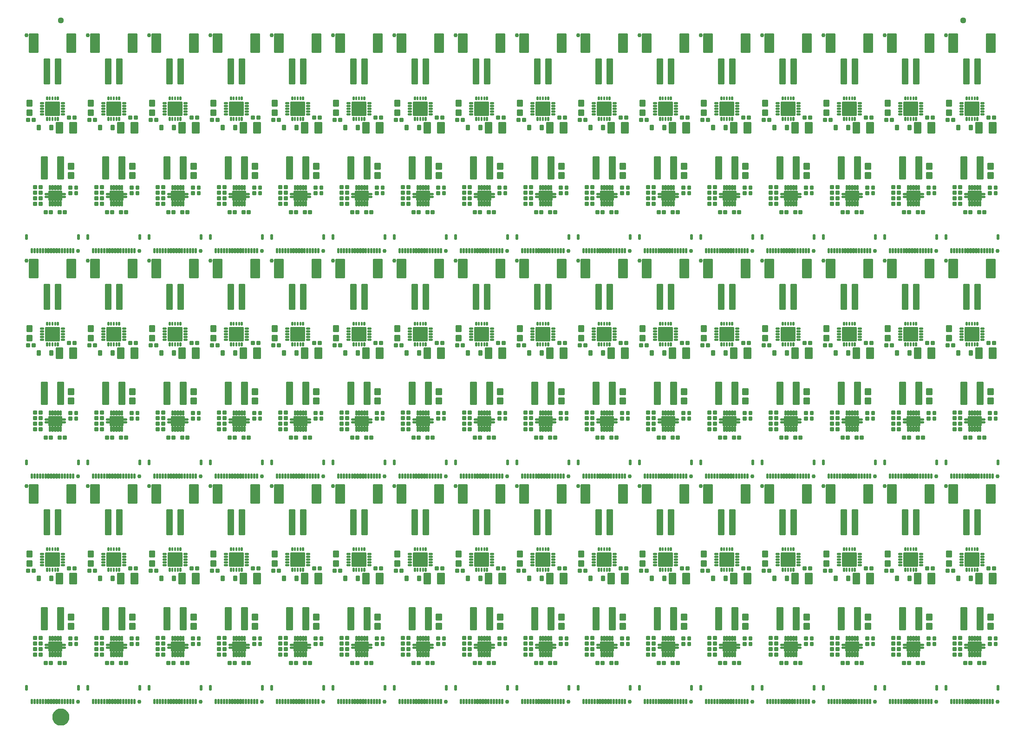
<source format=gts>
G04 EAGLE Gerber RS-274X export*
G75*
%MOMM*%
%FSLAX34Y34*%
%LPD*%
%INSoldermask Top*%
%IPPOS*%
%AMOC8*
5,1,8,0,0,1.08239X$1,22.5*%
G01*
%ADD10C,0.762000*%
%ADD11C,0.230578*%
%ADD12C,0.226609*%
%ADD13C,0.225400*%
%ADD14C,0.224509*%
%ADD15C,0.236428*%
%ADD16C,0.229969*%
%ADD17C,0.225369*%
%ADD18C,0.220319*%
%ADD19C,0.227100*%
%ADD20C,0.228600*%
%ADD21C,0.228850*%
%ADD22C,0.231009*%
%ADD23C,0.227919*%
%ADD24C,1.127000*%
%ADD25C,1.270000*%
%ADD26C,1.627000*%


D10*
X6350Y400050D03*
X100330Y6350D03*
D11*
X91822Y10937D02*
X89858Y10937D01*
X91822Y10937D02*
X91822Y3973D01*
X89858Y3973D01*
X89858Y10937D01*
X89858Y6164D02*
X91822Y6164D01*
X91822Y8355D02*
X89858Y8355D01*
X89858Y10546D02*
X91822Y10546D01*
X86822Y10937D02*
X84858Y10937D01*
X86822Y10937D02*
X86822Y3973D01*
X84858Y3973D01*
X84858Y10937D01*
X84858Y6164D02*
X86822Y6164D01*
X86822Y8355D02*
X84858Y8355D01*
X84858Y10546D02*
X86822Y10546D01*
D12*
X99338Y35957D02*
X102342Y35957D01*
X102342Y28953D01*
X99338Y28953D01*
X99338Y35957D01*
X99338Y31106D02*
X102342Y31106D01*
X102342Y33259D02*
X99338Y33259D01*
X99338Y35412D02*
X102342Y35412D01*
X7342Y35957D02*
X4338Y35957D01*
X7342Y35957D02*
X7342Y28953D01*
X4338Y28953D01*
X4338Y35957D01*
X4338Y31106D02*
X7342Y31106D01*
X7342Y33259D02*
X4338Y33259D01*
X4338Y35412D02*
X7342Y35412D01*
D11*
X79858Y10937D02*
X81822Y10937D01*
X81822Y3973D01*
X79858Y3973D01*
X79858Y10937D01*
X79858Y6164D02*
X81822Y6164D01*
X81822Y8355D02*
X79858Y8355D01*
X79858Y10546D02*
X81822Y10546D01*
X76822Y10937D02*
X74858Y10937D01*
X76822Y10937D02*
X76822Y3973D01*
X74858Y3973D01*
X74858Y10937D01*
X74858Y6164D02*
X76822Y6164D01*
X76822Y8355D02*
X74858Y8355D01*
X74858Y10546D02*
X76822Y10546D01*
X71822Y10937D02*
X69858Y10937D01*
X71822Y10937D02*
X71822Y3973D01*
X69858Y3973D01*
X69858Y10937D01*
X69858Y6164D02*
X71822Y6164D01*
X71822Y8355D02*
X69858Y8355D01*
X69858Y10546D02*
X71822Y10546D01*
X66822Y10937D02*
X64858Y10937D01*
X66822Y10937D02*
X66822Y3973D01*
X64858Y3973D01*
X64858Y10937D01*
X64858Y6164D02*
X66822Y6164D01*
X66822Y8355D02*
X64858Y8355D01*
X64858Y10546D02*
X66822Y10546D01*
X61822Y10937D02*
X59858Y10937D01*
X61822Y10937D02*
X61822Y3973D01*
X59858Y3973D01*
X59858Y10937D01*
X59858Y6164D02*
X61822Y6164D01*
X61822Y8355D02*
X59858Y8355D01*
X59858Y10546D02*
X61822Y10546D01*
X56822Y10937D02*
X54858Y10937D01*
X56822Y10937D02*
X56822Y3973D01*
X54858Y3973D01*
X54858Y10937D01*
X54858Y6164D02*
X56822Y6164D01*
X56822Y8355D02*
X54858Y8355D01*
X54858Y10546D02*
X56822Y10546D01*
X51822Y10937D02*
X49858Y10937D01*
X51822Y10937D02*
X51822Y3973D01*
X49858Y3973D01*
X49858Y10937D01*
X49858Y6164D02*
X51822Y6164D01*
X51822Y8355D02*
X49858Y8355D01*
X49858Y10546D02*
X51822Y10546D01*
X46822Y10937D02*
X44858Y10937D01*
X46822Y10937D02*
X46822Y3973D01*
X44858Y3973D01*
X44858Y10937D01*
X44858Y6164D02*
X46822Y6164D01*
X46822Y8355D02*
X44858Y8355D01*
X44858Y10546D02*
X46822Y10546D01*
X41822Y10937D02*
X39858Y10937D01*
X41822Y10937D02*
X41822Y3973D01*
X39858Y3973D01*
X39858Y10937D01*
X39858Y6164D02*
X41822Y6164D01*
X41822Y8355D02*
X39858Y8355D01*
X39858Y10546D02*
X41822Y10546D01*
X36822Y10937D02*
X34858Y10937D01*
X36822Y10937D02*
X36822Y3973D01*
X34858Y3973D01*
X34858Y10937D01*
X34858Y6164D02*
X36822Y6164D01*
X36822Y8355D02*
X34858Y8355D01*
X34858Y10546D02*
X36822Y10546D01*
X31822Y10937D02*
X29858Y10937D01*
X31822Y10937D02*
X31822Y3973D01*
X29858Y3973D01*
X29858Y10937D01*
X29858Y6164D02*
X31822Y6164D01*
X31822Y8355D02*
X29858Y8355D01*
X29858Y10546D02*
X31822Y10546D01*
X26822Y10937D02*
X24858Y10937D01*
X26822Y10937D02*
X26822Y3973D01*
X24858Y3973D01*
X24858Y10937D01*
X24858Y6164D02*
X26822Y6164D01*
X26822Y8355D02*
X24858Y8355D01*
X24858Y10546D02*
X26822Y10546D01*
X21822Y10937D02*
X19858Y10937D01*
X21822Y10937D02*
X21822Y3973D01*
X19858Y3973D01*
X19858Y10937D01*
X19858Y6164D02*
X21822Y6164D01*
X21822Y8355D02*
X19858Y8355D01*
X19858Y10546D02*
X21822Y10546D01*
X16822Y10937D02*
X14858Y10937D01*
X16822Y10937D02*
X16822Y3973D01*
X14858Y3973D01*
X14858Y10937D01*
X14858Y6164D02*
X16822Y6164D01*
X16822Y8355D02*
X14858Y8355D01*
X14858Y10546D02*
X16822Y10546D01*
D13*
X38832Y311967D02*
X47848Y311967D01*
X38832Y311967D02*
X38832Y356983D01*
X47848Y356983D01*
X47848Y311967D01*
X47848Y314108D02*
X38832Y314108D01*
X38832Y316249D02*
X47848Y316249D01*
X47848Y318390D02*
X38832Y318390D01*
X38832Y320531D02*
X47848Y320531D01*
X47848Y322672D02*
X38832Y322672D01*
X38832Y324813D02*
X47848Y324813D01*
X47848Y326954D02*
X38832Y326954D01*
X38832Y329095D02*
X47848Y329095D01*
X47848Y331236D02*
X38832Y331236D01*
X38832Y333377D02*
X47848Y333377D01*
X47848Y335518D02*
X38832Y335518D01*
X38832Y337659D02*
X47848Y337659D01*
X47848Y339800D02*
X38832Y339800D01*
X38832Y341941D02*
X47848Y341941D01*
X47848Y344082D02*
X38832Y344082D01*
X38832Y346223D02*
X47848Y346223D01*
X47848Y348364D02*
X38832Y348364D01*
X38832Y350505D02*
X47848Y350505D01*
X47848Y352646D02*
X38832Y352646D01*
X38832Y354787D02*
X47848Y354787D01*
X47848Y356928D02*
X38832Y356928D01*
X58832Y311967D02*
X67848Y311967D01*
X58832Y311967D02*
X58832Y356983D01*
X67848Y356983D01*
X67848Y311967D01*
X67848Y314108D02*
X58832Y314108D01*
X58832Y316249D02*
X67848Y316249D01*
X67848Y318390D02*
X58832Y318390D01*
X58832Y320531D02*
X67848Y320531D01*
X67848Y322672D02*
X58832Y322672D01*
X58832Y324813D02*
X67848Y324813D01*
X67848Y326954D02*
X58832Y326954D01*
X58832Y329095D02*
X67848Y329095D01*
X67848Y331236D02*
X58832Y331236D01*
X58832Y333377D02*
X67848Y333377D01*
X67848Y335518D02*
X58832Y335518D01*
X58832Y337659D02*
X67848Y337659D01*
X67848Y339800D02*
X58832Y339800D01*
X58832Y341941D02*
X67848Y341941D01*
X67848Y344082D02*
X58832Y344082D01*
X58832Y346223D02*
X67848Y346223D01*
X67848Y348364D02*
X58832Y348364D01*
X58832Y350505D02*
X67848Y350505D01*
X67848Y352646D02*
X58832Y352646D01*
X58832Y354787D02*
X67848Y354787D01*
X67848Y356928D02*
X58832Y356928D01*
D14*
X26853Y369962D02*
X26853Y402988D01*
X26853Y369962D02*
X11827Y369962D01*
X11827Y402988D01*
X26853Y402988D01*
X26853Y372095D02*
X11827Y372095D01*
X11827Y374228D02*
X26853Y374228D01*
X26853Y376361D02*
X11827Y376361D01*
X11827Y378494D02*
X26853Y378494D01*
X26853Y380627D02*
X11827Y380627D01*
X11827Y382760D02*
X26853Y382760D01*
X26853Y384893D02*
X11827Y384893D01*
X11827Y387026D02*
X26853Y387026D01*
X26853Y389159D02*
X11827Y389159D01*
X11827Y391292D02*
X26853Y391292D01*
X26853Y393425D02*
X11827Y393425D01*
X11827Y395558D02*
X26853Y395558D01*
X26853Y397691D02*
X11827Y397691D01*
X11827Y399824D02*
X26853Y399824D01*
X26853Y401957D02*
X11827Y401957D01*
X94853Y402988D02*
X94853Y369962D01*
X79827Y369962D01*
X79827Y402988D01*
X94853Y402988D01*
X94853Y372095D02*
X79827Y372095D01*
X79827Y374228D02*
X94853Y374228D01*
X94853Y376361D02*
X79827Y376361D01*
X79827Y378494D02*
X94853Y378494D01*
X94853Y380627D02*
X79827Y380627D01*
X79827Y382760D02*
X94853Y382760D01*
X94853Y384893D02*
X79827Y384893D01*
X79827Y387026D02*
X94853Y387026D01*
X94853Y389159D02*
X79827Y389159D01*
X79827Y391292D02*
X94853Y391292D01*
X94853Y393425D02*
X79827Y393425D01*
X79827Y395558D02*
X94853Y395558D01*
X94853Y397691D02*
X79827Y397691D01*
X79827Y399824D02*
X94853Y399824D01*
X94853Y401957D02*
X79827Y401957D01*
D15*
X65293Y254747D02*
X41387Y254747D01*
X41387Y278653D01*
X65293Y278653D01*
X65293Y254747D01*
X65293Y256993D02*
X41387Y256993D01*
X41387Y259239D02*
X65293Y259239D01*
X65293Y261485D02*
X41387Y261485D01*
X41387Y263731D02*
X65293Y263731D01*
X65293Y265977D02*
X41387Y265977D01*
X41387Y268223D02*
X65293Y268223D01*
X65293Y270469D02*
X41387Y270469D01*
X41387Y272715D02*
X65293Y272715D01*
X65293Y274961D02*
X41387Y274961D01*
X41387Y277207D02*
X65293Y277207D01*
D16*
X36825Y265965D02*
X31855Y265965D01*
X31855Y267435D01*
X36825Y267435D01*
X36825Y265965D01*
X36825Y270965D02*
X31855Y270965D01*
X31855Y272435D01*
X36825Y272435D01*
X36825Y270965D01*
X36825Y275965D02*
X31855Y275965D01*
X31855Y277435D01*
X36825Y277435D01*
X36825Y275965D01*
X36825Y260965D02*
X31855Y260965D01*
X31855Y262435D01*
X36825Y262435D01*
X36825Y260965D01*
X36825Y255965D02*
X31855Y255965D01*
X31855Y257435D01*
X36825Y257435D01*
X36825Y255965D01*
X44075Y250185D02*
X44075Y245215D01*
X42605Y245215D01*
X42605Y250185D01*
X44075Y250185D01*
X44075Y247400D02*
X42605Y247400D01*
X42605Y249585D02*
X44075Y249585D01*
X49075Y250185D02*
X49075Y245215D01*
X47605Y245215D01*
X47605Y250185D01*
X49075Y250185D01*
X49075Y247400D02*
X47605Y247400D01*
X47605Y249585D02*
X49075Y249585D01*
X54075Y250185D02*
X54075Y245215D01*
X52605Y245215D01*
X52605Y250185D01*
X54075Y250185D01*
X54075Y247400D02*
X52605Y247400D01*
X52605Y249585D02*
X54075Y249585D01*
X59075Y250185D02*
X59075Y245215D01*
X57605Y245215D01*
X57605Y250185D01*
X59075Y250185D01*
X59075Y247400D02*
X57605Y247400D01*
X57605Y249585D02*
X59075Y249585D01*
X64075Y250185D02*
X64075Y245215D01*
X62605Y245215D01*
X62605Y250185D01*
X64075Y250185D01*
X64075Y247400D02*
X62605Y247400D01*
X62605Y249585D02*
X64075Y249585D01*
X69855Y257435D02*
X74825Y257435D01*
X74825Y255965D01*
X69855Y255965D01*
X69855Y257435D01*
X69855Y262435D02*
X74825Y262435D01*
X74825Y260965D01*
X69855Y260965D01*
X69855Y262435D01*
X69855Y267435D02*
X74825Y267435D01*
X74825Y265965D01*
X69855Y265965D01*
X69855Y267435D01*
X69855Y272435D02*
X74825Y272435D01*
X74825Y270965D01*
X69855Y270965D01*
X69855Y272435D01*
X69855Y277435D02*
X74825Y277435D01*
X74825Y275965D01*
X69855Y275965D01*
X69855Y277435D01*
X62605Y283215D02*
X62605Y288185D01*
X64075Y288185D01*
X64075Y283215D01*
X62605Y283215D01*
X62605Y285400D02*
X64075Y285400D01*
X64075Y287585D02*
X62605Y287585D01*
X57605Y288185D02*
X57605Y283215D01*
X57605Y288185D02*
X59075Y288185D01*
X59075Y283215D01*
X57605Y283215D01*
X57605Y285400D02*
X59075Y285400D01*
X59075Y287585D02*
X57605Y287585D01*
X52605Y288185D02*
X52605Y283215D01*
X52605Y288185D02*
X54075Y288185D01*
X54075Y283215D01*
X52605Y283215D01*
X52605Y285400D02*
X54075Y285400D01*
X54075Y287585D02*
X52605Y287585D01*
X47605Y288185D02*
X47605Y283215D01*
X47605Y288185D02*
X49075Y288185D01*
X49075Y283215D01*
X47605Y283215D01*
X47605Y285400D02*
X49075Y285400D01*
X49075Y287585D02*
X47605Y287585D01*
X42605Y288185D02*
X42605Y283215D01*
X42605Y288185D02*
X44075Y288185D01*
X44075Y283215D01*
X42605Y283215D01*
X42605Y285400D02*
X44075Y285400D01*
X44075Y287585D02*
X42605Y287585D01*
D17*
X80757Y247682D02*
X85773Y247682D01*
X80757Y247682D02*
X80757Y252698D01*
X85773Y252698D01*
X85773Y247682D01*
X85773Y249823D02*
X80757Y249823D01*
X80757Y251964D02*
X85773Y251964D01*
X90757Y247682D02*
X95773Y247682D01*
X90757Y247682D02*
X90757Y252698D01*
X95773Y252698D01*
X95773Y247682D01*
X95773Y249823D02*
X90757Y249823D01*
X90757Y251964D02*
X95773Y251964D01*
D18*
X71839Y241244D02*
X71839Y222176D01*
X60271Y222176D01*
X60271Y241244D01*
X71839Y241244D01*
X71839Y224269D02*
X60271Y224269D01*
X60271Y226362D02*
X71839Y226362D01*
X71839Y228455D02*
X60271Y228455D01*
X60271Y230548D02*
X71839Y230548D01*
X71839Y232641D02*
X60271Y232641D01*
X60271Y234734D02*
X71839Y234734D01*
X71839Y236827D02*
X60271Y236827D01*
X60271Y238920D02*
X71839Y238920D01*
X71839Y241013D02*
X60271Y241013D01*
X96839Y241244D02*
X96839Y222176D01*
X85271Y222176D01*
X85271Y241244D01*
X96839Y241244D01*
X96839Y224269D02*
X85271Y224269D01*
X85271Y226362D02*
X96839Y226362D01*
X96839Y228455D02*
X85271Y228455D01*
X85271Y230548D02*
X96839Y230548D01*
X96839Y232641D02*
X85271Y232641D01*
X85271Y234734D02*
X96839Y234734D01*
X96839Y236827D02*
X85271Y236827D01*
X85271Y238920D02*
X96839Y238920D01*
X96839Y241013D02*
X85271Y241013D01*
D19*
X31155Y228760D02*
X25855Y228760D01*
X25855Y236060D01*
X31155Y236060D01*
X31155Y228760D01*
X31155Y230917D02*
X25855Y230917D01*
X25855Y233074D02*
X31155Y233074D01*
X31155Y235231D02*
X25855Y235231D01*
X48855Y228760D02*
X54155Y228760D01*
X48855Y228760D02*
X48855Y236060D01*
X54155Y236060D01*
X54155Y228760D01*
X54155Y230917D02*
X48855Y230917D01*
X48855Y233074D02*
X54155Y233074D01*
X54155Y235231D02*
X48855Y235231D01*
D13*
X15938Y254462D02*
X15938Y264478D01*
X15938Y254462D02*
X6922Y254462D01*
X6922Y264478D01*
X15938Y264478D01*
X15938Y256603D02*
X6922Y256603D01*
X6922Y258744D02*
X15938Y258744D01*
X15938Y260885D02*
X6922Y260885D01*
X6922Y263026D02*
X15938Y263026D01*
X15938Y271462D02*
X15938Y281478D01*
X15938Y271462D02*
X6922Y271462D01*
X6922Y281478D01*
X15938Y281478D01*
X15938Y273603D02*
X6922Y273603D01*
X6922Y275744D02*
X15938Y275744D01*
X15938Y277885D02*
X6922Y277885D01*
X6922Y280026D02*
X15938Y280026D01*
D17*
X16462Y248888D02*
X21478Y248888D01*
X21478Y243872D01*
X16462Y243872D01*
X16462Y248888D01*
X16462Y246013D02*
X21478Y246013D01*
X21478Y248154D02*
X16462Y248154D01*
X11478Y248888D02*
X6462Y248888D01*
X11478Y248888D02*
X11478Y243872D01*
X6462Y243872D01*
X6462Y248888D01*
X6462Y246013D02*
X11478Y246013D01*
X11478Y248154D02*
X6462Y248154D01*
D13*
X91503Y149861D02*
X91503Y139845D01*
X82487Y139845D01*
X82487Y149861D01*
X91503Y149861D01*
X91503Y141986D02*
X82487Y141986D01*
X82487Y144127D02*
X91503Y144127D01*
X91503Y146268D02*
X82487Y146268D01*
X82487Y148409D02*
X91503Y148409D01*
X91503Y156845D02*
X91503Y166861D01*
X91503Y156845D02*
X82487Y156845D01*
X82487Y166861D01*
X91503Y166861D01*
X91503Y158986D02*
X82487Y158986D01*
X82487Y161127D02*
X91503Y161127D01*
X91503Y163268D02*
X82487Y163268D01*
X82487Y165409D02*
X91503Y165409D01*
D17*
X34178Y105378D02*
X29162Y105378D01*
X34178Y105378D02*
X34178Y100362D01*
X29162Y100362D01*
X29162Y105378D01*
X29162Y102503D02*
X34178Y102503D01*
X34178Y104644D02*
X29162Y104644D01*
X24178Y105378D02*
X19162Y105378D01*
X24178Y105378D02*
X24178Y100362D01*
X19162Y100362D01*
X19162Y105378D01*
X19162Y102503D02*
X24178Y102503D01*
X24178Y104644D02*
X19162Y104644D01*
X83217Y119967D02*
X83217Y124983D01*
X88233Y124983D01*
X88233Y119967D01*
X83217Y119967D01*
X83217Y122108D02*
X88233Y122108D01*
X88233Y124249D02*
X83217Y124249D01*
X83217Y114983D02*
X83217Y109967D01*
X83217Y114983D02*
X88233Y114983D01*
X88233Y109967D01*
X83217Y109967D01*
X83217Y112108D02*
X88233Y112108D01*
X88233Y114249D02*
X83217Y114249D01*
X24178Y110522D02*
X19162Y110522D01*
X19162Y115538D01*
X24178Y115538D01*
X24178Y110522D01*
X24178Y112663D02*
X19162Y112663D01*
X19162Y114804D02*
X24178Y114804D01*
X29162Y110522D02*
X34178Y110522D01*
X29162Y110522D02*
X29162Y115538D01*
X34178Y115538D01*
X34178Y110522D01*
X34178Y112663D02*
X29162Y112663D01*
X29162Y114804D02*
X34178Y114804D01*
X63612Y75597D02*
X68628Y75597D01*
X63612Y75597D02*
X63612Y80613D01*
X68628Y80613D01*
X68628Y75597D01*
X68628Y77738D02*
X63612Y77738D01*
X63612Y79879D02*
X68628Y79879D01*
X73612Y75597D02*
X78628Y75597D01*
X73612Y75597D02*
X73612Y80613D01*
X78628Y80613D01*
X78628Y75597D01*
X78628Y77738D02*
X73612Y77738D01*
X73612Y79879D02*
X78628Y79879D01*
X43228Y75597D02*
X38212Y75597D01*
X38212Y80613D01*
X43228Y80613D01*
X43228Y75597D01*
X43228Y77738D02*
X38212Y77738D01*
X38212Y79879D02*
X43228Y79879D01*
X48212Y75597D02*
X53228Y75597D01*
X48212Y75597D02*
X48212Y80613D01*
X53228Y80613D01*
X53228Y75597D01*
X53228Y77738D02*
X48212Y77738D01*
X48212Y79879D02*
X53228Y79879D01*
X34178Y125698D02*
X29162Y125698D01*
X34178Y125698D02*
X34178Y120682D01*
X29162Y120682D01*
X29162Y125698D01*
X29162Y122823D02*
X34178Y122823D01*
X34178Y124964D02*
X29162Y124964D01*
X24178Y125698D02*
X19162Y125698D01*
X24178Y125698D02*
X24178Y120682D01*
X19162Y120682D01*
X19162Y125698D01*
X19162Y122823D02*
X24178Y122823D01*
X24178Y124964D02*
X19162Y124964D01*
D20*
X62865Y138811D02*
X62865Y178689D01*
X73279Y178689D01*
X73279Y138811D01*
X62865Y138811D01*
X62865Y140983D02*
X73279Y140983D01*
X73279Y143155D02*
X62865Y143155D01*
X62865Y145327D02*
X73279Y145327D01*
X73279Y147499D02*
X62865Y147499D01*
X62865Y149671D02*
X73279Y149671D01*
X73279Y151843D02*
X62865Y151843D01*
X62865Y154015D02*
X73279Y154015D01*
X73279Y156187D02*
X62865Y156187D01*
X62865Y158359D02*
X73279Y158359D01*
X73279Y160531D02*
X62865Y160531D01*
X62865Y162703D02*
X73279Y162703D01*
X73279Y164875D02*
X62865Y164875D01*
X62865Y167047D02*
X73279Y167047D01*
X73279Y169219D02*
X62865Y169219D01*
X62865Y171391D02*
X73279Y171391D01*
X73279Y173563D02*
X62865Y173563D01*
X62865Y175735D02*
X73279Y175735D01*
X73279Y177907D02*
X62865Y177907D01*
X33401Y178689D02*
X33401Y138811D01*
X33401Y178689D02*
X43815Y178689D01*
X43815Y138811D01*
X33401Y138811D01*
X33401Y140983D02*
X43815Y140983D01*
X43815Y143155D02*
X33401Y143155D01*
X33401Y145327D02*
X43815Y145327D01*
X43815Y147499D02*
X33401Y147499D01*
X33401Y149671D02*
X43815Y149671D01*
X43815Y151843D02*
X33401Y151843D01*
X33401Y154015D02*
X43815Y154015D01*
X43815Y156187D02*
X33401Y156187D01*
X33401Y158359D02*
X43815Y158359D01*
X43815Y160531D02*
X33401Y160531D01*
X33401Y162703D02*
X43815Y162703D01*
X43815Y164875D02*
X33401Y164875D01*
X33401Y167047D02*
X43815Y167047D01*
X43815Y169219D02*
X33401Y169219D01*
X33401Y171391D02*
X43815Y171391D01*
X43815Y173563D02*
X33401Y173563D01*
X33401Y175735D02*
X43815Y175735D01*
X43815Y177907D02*
X33401Y177907D01*
D17*
X94012Y124983D02*
X94012Y119967D01*
X94012Y124983D02*
X99028Y124983D01*
X99028Y119967D01*
X94012Y119967D01*
X94012Y122108D02*
X99028Y122108D01*
X99028Y124249D02*
X94012Y124249D01*
X94012Y114983D02*
X94012Y109967D01*
X94012Y114983D02*
X99028Y114983D01*
X99028Y109967D01*
X94012Y109967D01*
X94012Y112108D02*
X99028Y112108D01*
X99028Y114249D02*
X94012Y114249D01*
X34178Y95218D02*
X29162Y95218D01*
X34178Y95218D02*
X34178Y90202D01*
X29162Y90202D01*
X29162Y95218D01*
X29162Y92343D02*
X34178Y92343D01*
X34178Y94484D02*
X29162Y94484D01*
X24178Y95218D02*
X19162Y95218D01*
X24178Y95218D02*
X24178Y90202D01*
X19162Y90202D01*
X19162Y95218D01*
X19162Y92343D02*
X24178Y92343D01*
X24178Y94484D02*
X19162Y94484D01*
D21*
X67445Y118959D02*
X67445Y126441D01*
X69395Y126441D01*
X69395Y118959D01*
X67445Y118959D01*
X67445Y121134D02*
X69395Y121134D01*
X69395Y123309D02*
X67445Y123309D01*
X67445Y125484D02*
X69395Y125484D01*
X62445Y126441D02*
X62445Y118959D01*
X62445Y126441D02*
X64395Y126441D01*
X64395Y118959D01*
X62445Y118959D01*
X62445Y121134D02*
X64395Y121134D01*
X64395Y123309D02*
X62445Y123309D01*
X62445Y125484D02*
X64395Y125484D01*
X57445Y126441D02*
X57445Y118959D01*
X57445Y126441D02*
X59395Y126441D01*
X59395Y118959D01*
X57445Y118959D01*
X57445Y121134D02*
X59395Y121134D01*
X59395Y123309D02*
X57445Y123309D01*
X57445Y125484D02*
X59395Y125484D01*
X52445Y126441D02*
X52445Y118959D01*
X52445Y126441D02*
X54395Y126441D01*
X54395Y118959D01*
X52445Y118959D01*
X52445Y121134D02*
X54395Y121134D01*
X54395Y123309D02*
X52445Y123309D01*
X52445Y125484D02*
X54395Y125484D01*
X47445Y126441D02*
X47445Y118959D01*
X47445Y126441D02*
X49395Y126441D01*
X49395Y118959D01*
X47445Y118959D01*
X47445Y121134D02*
X49395Y121134D01*
X49395Y123309D02*
X47445Y123309D01*
X47445Y125484D02*
X49395Y125484D01*
X47445Y96941D02*
X47445Y89459D01*
X47445Y96941D02*
X49395Y96941D01*
X49395Y89459D01*
X47445Y89459D01*
X47445Y91634D02*
X49395Y91634D01*
X49395Y93809D02*
X47445Y93809D01*
X47445Y95984D02*
X49395Y95984D01*
X52445Y96941D02*
X52445Y89459D01*
X52445Y96941D02*
X54395Y96941D01*
X54395Y89459D01*
X52445Y89459D01*
X52445Y91634D02*
X54395Y91634D01*
X54395Y93809D02*
X52445Y93809D01*
X52445Y95984D02*
X54395Y95984D01*
X57445Y96941D02*
X57445Y89459D01*
X57445Y96941D02*
X59395Y96941D01*
X59395Y89459D01*
X57445Y89459D01*
X57445Y91634D02*
X59395Y91634D01*
X59395Y93809D02*
X57445Y93809D01*
X57445Y95984D02*
X59395Y95984D01*
X62445Y96941D02*
X62445Y89459D01*
X62445Y96941D02*
X64395Y96941D01*
X64395Y89459D01*
X62445Y89459D01*
X62445Y91634D02*
X64395Y91634D01*
X64395Y93809D02*
X62445Y93809D01*
X62445Y95984D02*
X64395Y95984D01*
X67445Y96941D02*
X67445Y89459D01*
X67445Y96941D02*
X69395Y96941D01*
X69395Y89459D01*
X67445Y89459D01*
X67445Y91634D02*
X69395Y91634D01*
X69395Y93809D02*
X67445Y93809D01*
X67445Y95984D02*
X69395Y95984D01*
D22*
X46940Y100220D02*
X46940Y115680D01*
X69900Y115680D01*
X69900Y100220D01*
X46940Y100220D01*
X46940Y102414D02*
X69900Y102414D01*
X69900Y104608D02*
X46940Y104608D01*
X46940Y106802D02*
X69900Y106802D01*
X69900Y108996D02*
X46940Y108996D01*
X46940Y111190D02*
X69900Y111190D01*
X69900Y113384D02*
X46940Y113384D01*
X46940Y115578D02*
X69900Y115578D01*
D23*
X70424Y104554D02*
X76416Y104554D01*
X70424Y104554D02*
X70424Y106346D01*
X76416Y106346D01*
X76416Y104554D01*
X76416Y109554D02*
X70424Y109554D01*
X70424Y111346D01*
X76416Y111346D01*
X76416Y109554D01*
X46416Y104554D02*
X40424Y104554D01*
X40424Y106346D01*
X46416Y106346D01*
X46416Y104554D01*
X46416Y109554D02*
X40424Y109554D01*
X40424Y111346D01*
X46416Y111346D01*
X46416Y109554D01*
D10*
X118110Y400050D03*
X212090Y6350D03*
D11*
X203582Y10937D02*
X201618Y10937D01*
X203582Y10937D02*
X203582Y3973D01*
X201618Y3973D01*
X201618Y10937D01*
X201618Y6164D02*
X203582Y6164D01*
X203582Y8355D02*
X201618Y8355D01*
X201618Y10546D02*
X203582Y10546D01*
X198582Y10937D02*
X196618Y10937D01*
X198582Y10937D02*
X198582Y3973D01*
X196618Y3973D01*
X196618Y10937D01*
X196618Y6164D02*
X198582Y6164D01*
X198582Y8355D02*
X196618Y8355D01*
X196618Y10546D02*
X198582Y10546D01*
D12*
X211098Y35957D02*
X214102Y35957D01*
X214102Y28953D01*
X211098Y28953D01*
X211098Y35957D01*
X211098Y31106D02*
X214102Y31106D01*
X214102Y33259D02*
X211098Y33259D01*
X211098Y35412D02*
X214102Y35412D01*
X119102Y35957D02*
X116098Y35957D01*
X119102Y35957D02*
X119102Y28953D01*
X116098Y28953D01*
X116098Y35957D01*
X116098Y31106D02*
X119102Y31106D01*
X119102Y33259D02*
X116098Y33259D01*
X116098Y35412D02*
X119102Y35412D01*
D11*
X191618Y10937D02*
X193582Y10937D01*
X193582Y3973D01*
X191618Y3973D01*
X191618Y10937D01*
X191618Y6164D02*
X193582Y6164D01*
X193582Y8355D02*
X191618Y8355D01*
X191618Y10546D02*
X193582Y10546D01*
X188582Y10937D02*
X186618Y10937D01*
X188582Y10937D02*
X188582Y3973D01*
X186618Y3973D01*
X186618Y10937D01*
X186618Y6164D02*
X188582Y6164D01*
X188582Y8355D02*
X186618Y8355D01*
X186618Y10546D02*
X188582Y10546D01*
X183582Y10937D02*
X181618Y10937D01*
X183582Y10937D02*
X183582Y3973D01*
X181618Y3973D01*
X181618Y10937D01*
X181618Y6164D02*
X183582Y6164D01*
X183582Y8355D02*
X181618Y8355D01*
X181618Y10546D02*
X183582Y10546D01*
X178582Y10937D02*
X176618Y10937D01*
X178582Y10937D02*
X178582Y3973D01*
X176618Y3973D01*
X176618Y10937D01*
X176618Y6164D02*
X178582Y6164D01*
X178582Y8355D02*
X176618Y8355D01*
X176618Y10546D02*
X178582Y10546D01*
X173582Y10937D02*
X171618Y10937D01*
X173582Y10937D02*
X173582Y3973D01*
X171618Y3973D01*
X171618Y10937D01*
X171618Y6164D02*
X173582Y6164D01*
X173582Y8355D02*
X171618Y8355D01*
X171618Y10546D02*
X173582Y10546D01*
X168582Y10937D02*
X166618Y10937D01*
X168582Y10937D02*
X168582Y3973D01*
X166618Y3973D01*
X166618Y10937D01*
X166618Y6164D02*
X168582Y6164D01*
X168582Y8355D02*
X166618Y8355D01*
X166618Y10546D02*
X168582Y10546D01*
X163582Y10937D02*
X161618Y10937D01*
X163582Y10937D02*
X163582Y3973D01*
X161618Y3973D01*
X161618Y10937D01*
X161618Y6164D02*
X163582Y6164D01*
X163582Y8355D02*
X161618Y8355D01*
X161618Y10546D02*
X163582Y10546D01*
X158582Y10937D02*
X156618Y10937D01*
X158582Y10937D02*
X158582Y3973D01*
X156618Y3973D01*
X156618Y10937D01*
X156618Y6164D02*
X158582Y6164D01*
X158582Y8355D02*
X156618Y8355D01*
X156618Y10546D02*
X158582Y10546D01*
X153582Y10937D02*
X151618Y10937D01*
X153582Y10937D02*
X153582Y3973D01*
X151618Y3973D01*
X151618Y10937D01*
X151618Y6164D02*
X153582Y6164D01*
X153582Y8355D02*
X151618Y8355D01*
X151618Y10546D02*
X153582Y10546D01*
X148582Y10937D02*
X146618Y10937D01*
X148582Y10937D02*
X148582Y3973D01*
X146618Y3973D01*
X146618Y10937D01*
X146618Y6164D02*
X148582Y6164D01*
X148582Y8355D02*
X146618Y8355D01*
X146618Y10546D02*
X148582Y10546D01*
X143582Y10937D02*
X141618Y10937D01*
X143582Y10937D02*
X143582Y3973D01*
X141618Y3973D01*
X141618Y10937D01*
X141618Y6164D02*
X143582Y6164D01*
X143582Y8355D02*
X141618Y8355D01*
X141618Y10546D02*
X143582Y10546D01*
X138582Y10937D02*
X136618Y10937D01*
X138582Y10937D02*
X138582Y3973D01*
X136618Y3973D01*
X136618Y10937D01*
X136618Y6164D02*
X138582Y6164D01*
X138582Y8355D02*
X136618Y8355D01*
X136618Y10546D02*
X138582Y10546D01*
X133582Y10937D02*
X131618Y10937D01*
X133582Y10937D02*
X133582Y3973D01*
X131618Y3973D01*
X131618Y10937D01*
X131618Y6164D02*
X133582Y6164D01*
X133582Y8355D02*
X131618Y8355D01*
X131618Y10546D02*
X133582Y10546D01*
X128582Y10937D02*
X126618Y10937D01*
X128582Y10937D02*
X128582Y3973D01*
X126618Y3973D01*
X126618Y10937D01*
X126618Y6164D02*
X128582Y6164D01*
X128582Y8355D02*
X126618Y8355D01*
X126618Y10546D02*
X128582Y10546D01*
D13*
X150592Y311967D02*
X159608Y311967D01*
X150592Y311967D02*
X150592Y356983D01*
X159608Y356983D01*
X159608Y311967D01*
X159608Y314108D02*
X150592Y314108D01*
X150592Y316249D02*
X159608Y316249D01*
X159608Y318390D02*
X150592Y318390D01*
X150592Y320531D02*
X159608Y320531D01*
X159608Y322672D02*
X150592Y322672D01*
X150592Y324813D02*
X159608Y324813D01*
X159608Y326954D02*
X150592Y326954D01*
X150592Y329095D02*
X159608Y329095D01*
X159608Y331236D02*
X150592Y331236D01*
X150592Y333377D02*
X159608Y333377D01*
X159608Y335518D02*
X150592Y335518D01*
X150592Y337659D02*
X159608Y337659D01*
X159608Y339800D02*
X150592Y339800D01*
X150592Y341941D02*
X159608Y341941D01*
X159608Y344082D02*
X150592Y344082D01*
X150592Y346223D02*
X159608Y346223D01*
X159608Y348364D02*
X150592Y348364D01*
X150592Y350505D02*
X159608Y350505D01*
X159608Y352646D02*
X150592Y352646D01*
X150592Y354787D02*
X159608Y354787D01*
X159608Y356928D02*
X150592Y356928D01*
X170592Y311967D02*
X179608Y311967D01*
X170592Y311967D02*
X170592Y356983D01*
X179608Y356983D01*
X179608Y311967D01*
X179608Y314108D02*
X170592Y314108D01*
X170592Y316249D02*
X179608Y316249D01*
X179608Y318390D02*
X170592Y318390D01*
X170592Y320531D02*
X179608Y320531D01*
X179608Y322672D02*
X170592Y322672D01*
X170592Y324813D02*
X179608Y324813D01*
X179608Y326954D02*
X170592Y326954D01*
X170592Y329095D02*
X179608Y329095D01*
X179608Y331236D02*
X170592Y331236D01*
X170592Y333377D02*
X179608Y333377D01*
X179608Y335518D02*
X170592Y335518D01*
X170592Y337659D02*
X179608Y337659D01*
X179608Y339800D02*
X170592Y339800D01*
X170592Y341941D02*
X179608Y341941D01*
X179608Y344082D02*
X170592Y344082D01*
X170592Y346223D02*
X179608Y346223D01*
X179608Y348364D02*
X170592Y348364D01*
X170592Y350505D02*
X179608Y350505D01*
X179608Y352646D02*
X170592Y352646D01*
X170592Y354787D02*
X179608Y354787D01*
X179608Y356928D02*
X170592Y356928D01*
D14*
X138613Y369962D02*
X138613Y402988D01*
X138613Y369962D02*
X123587Y369962D01*
X123587Y402988D01*
X138613Y402988D01*
X138613Y372095D02*
X123587Y372095D01*
X123587Y374228D02*
X138613Y374228D01*
X138613Y376361D02*
X123587Y376361D01*
X123587Y378494D02*
X138613Y378494D01*
X138613Y380627D02*
X123587Y380627D01*
X123587Y382760D02*
X138613Y382760D01*
X138613Y384893D02*
X123587Y384893D01*
X123587Y387026D02*
X138613Y387026D01*
X138613Y389159D02*
X123587Y389159D01*
X123587Y391292D02*
X138613Y391292D01*
X138613Y393425D02*
X123587Y393425D01*
X123587Y395558D02*
X138613Y395558D01*
X138613Y397691D02*
X123587Y397691D01*
X123587Y399824D02*
X138613Y399824D01*
X138613Y401957D02*
X123587Y401957D01*
X206613Y402988D02*
X206613Y369962D01*
X191587Y369962D01*
X191587Y402988D01*
X206613Y402988D01*
X206613Y372095D02*
X191587Y372095D01*
X191587Y374228D02*
X206613Y374228D01*
X206613Y376361D02*
X191587Y376361D01*
X191587Y378494D02*
X206613Y378494D01*
X206613Y380627D02*
X191587Y380627D01*
X191587Y382760D02*
X206613Y382760D01*
X206613Y384893D02*
X191587Y384893D01*
X191587Y387026D02*
X206613Y387026D01*
X206613Y389159D02*
X191587Y389159D01*
X191587Y391292D02*
X206613Y391292D01*
X206613Y393425D02*
X191587Y393425D01*
X191587Y395558D02*
X206613Y395558D01*
X206613Y397691D02*
X191587Y397691D01*
X191587Y399824D02*
X206613Y399824D01*
X206613Y401957D02*
X191587Y401957D01*
D15*
X177053Y254747D02*
X153147Y254747D01*
X153147Y278653D01*
X177053Y278653D01*
X177053Y254747D01*
X177053Y256993D02*
X153147Y256993D01*
X153147Y259239D02*
X177053Y259239D01*
X177053Y261485D02*
X153147Y261485D01*
X153147Y263731D02*
X177053Y263731D01*
X177053Y265977D02*
X153147Y265977D01*
X153147Y268223D02*
X177053Y268223D01*
X177053Y270469D02*
X153147Y270469D01*
X153147Y272715D02*
X177053Y272715D01*
X177053Y274961D02*
X153147Y274961D01*
X153147Y277207D02*
X177053Y277207D01*
D16*
X148585Y265965D02*
X143615Y265965D01*
X143615Y267435D01*
X148585Y267435D01*
X148585Y265965D01*
X148585Y270965D02*
X143615Y270965D01*
X143615Y272435D01*
X148585Y272435D01*
X148585Y270965D01*
X148585Y275965D02*
X143615Y275965D01*
X143615Y277435D01*
X148585Y277435D01*
X148585Y275965D01*
X148585Y260965D02*
X143615Y260965D01*
X143615Y262435D01*
X148585Y262435D01*
X148585Y260965D01*
X148585Y255965D02*
X143615Y255965D01*
X143615Y257435D01*
X148585Y257435D01*
X148585Y255965D01*
X155835Y250185D02*
X155835Y245215D01*
X154365Y245215D01*
X154365Y250185D01*
X155835Y250185D01*
X155835Y247400D02*
X154365Y247400D01*
X154365Y249585D02*
X155835Y249585D01*
X160835Y250185D02*
X160835Y245215D01*
X159365Y245215D01*
X159365Y250185D01*
X160835Y250185D01*
X160835Y247400D02*
X159365Y247400D01*
X159365Y249585D02*
X160835Y249585D01*
X165835Y250185D02*
X165835Y245215D01*
X164365Y245215D01*
X164365Y250185D01*
X165835Y250185D01*
X165835Y247400D02*
X164365Y247400D01*
X164365Y249585D02*
X165835Y249585D01*
X170835Y250185D02*
X170835Y245215D01*
X169365Y245215D01*
X169365Y250185D01*
X170835Y250185D01*
X170835Y247400D02*
X169365Y247400D01*
X169365Y249585D02*
X170835Y249585D01*
X175835Y250185D02*
X175835Y245215D01*
X174365Y245215D01*
X174365Y250185D01*
X175835Y250185D01*
X175835Y247400D02*
X174365Y247400D01*
X174365Y249585D02*
X175835Y249585D01*
X181615Y257435D02*
X186585Y257435D01*
X186585Y255965D01*
X181615Y255965D01*
X181615Y257435D01*
X181615Y262435D02*
X186585Y262435D01*
X186585Y260965D01*
X181615Y260965D01*
X181615Y262435D01*
X181615Y267435D02*
X186585Y267435D01*
X186585Y265965D01*
X181615Y265965D01*
X181615Y267435D01*
X181615Y272435D02*
X186585Y272435D01*
X186585Y270965D01*
X181615Y270965D01*
X181615Y272435D01*
X181615Y277435D02*
X186585Y277435D01*
X186585Y275965D01*
X181615Y275965D01*
X181615Y277435D01*
X174365Y283215D02*
X174365Y288185D01*
X175835Y288185D01*
X175835Y283215D01*
X174365Y283215D01*
X174365Y285400D02*
X175835Y285400D01*
X175835Y287585D02*
X174365Y287585D01*
X169365Y288185D02*
X169365Y283215D01*
X169365Y288185D02*
X170835Y288185D01*
X170835Y283215D01*
X169365Y283215D01*
X169365Y285400D02*
X170835Y285400D01*
X170835Y287585D02*
X169365Y287585D01*
X164365Y288185D02*
X164365Y283215D01*
X164365Y288185D02*
X165835Y288185D01*
X165835Y283215D01*
X164365Y283215D01*
X164365Y285400D02*
X165835Y285400D01*
X165835Y287585D02*
X164365Y287585D01*
X159365Y288185D02*
X159365Y283215D01*
X159365Y288185D02*
X160835Y288185D01*
X160835Y283215D01*
X159365Y283215D01*
X159365Y285400D02*
X160835Y285400D01*
X160835Y287585D02*
X159365Y287585D01*
X154365Y288185D02*
X154365Y283215D01*
X154365Y288185D02*
X155835Y288185D01*
X155835Y283215D01*
X154365Y283215D01*
X154365Y285400D02*
X155835Y285400D01*
X155835Y287585D02*
X154365Y287585D01*
D17*
X192517Y247682D02*
X197533Y247682D01*
X192517Y247682D02*
X192517Y252698D01*
X197533Y252698D01*
X197533Y247682D01*
X197533Y249823D02*
X192517Y249823D01*
X192517Y251964D02*
X197533Y251964D01*
X202517Y247682D02*
X207533Y247682D01*
X202517Y247682D02*
X202517Y252698D01*
X207533Y252698D01*
X207533Y247682D01*
X207533Y249823D02*
X202517Y249823D01*
X202517Y251964D02*
X207533Y251964D01*
D18*
X183599Y241244D02*
X183599Y222176D01*
X172031Y222176D01*
X172031Y241244D01*
X183599Y241244D01*
X183599Y224269D02*
X172031Y224269D01*
X172031Y226362D02*
X183599Y226362D01*
X183599Y228455D02*
X172031Y228455D01*
X172031Y230548D02*
X183599Y230548D01*
X183599Y232641D02*
X172031Y232641D01*
X172031Y234734D02*
X183599Y234734D01*
X183599Y236827D02*
X172031Y236827D01*
X172031Y238920D02*
X183599Y238920D01*
X183599Y241013D02*
X172031Y241013D01*
X208599Y241244D02*
X208599Y222176D01*
X197031Y222176D01*
X197031Y241244D01*
X208599Y241244D01*
X208599Y224269D02*
X197031Y224269D01*
X197031Y226362D02*
X208599Y226362D01*
X208599Y228455D02*
X197031Y228455D01*
X197031Y230548D02*
X208599Y230548D01*
X208599Y232641D02*
X197031Y232641D01*
X197031Y234734D02*
X208599Y234734D01*
X208599Y236827D02*
X197031Y236827D01*
X197031Y238920D02*
X208599Y238920D01*
X208599Y241013D02*
X197031Y241013D01*
D19*
X142915Y228760D02*
X137615Y228760D01*
X137615Y236060D01*
X142915Y236060D01*
X142915Y228760D01*
X142915Y230917D02*
X137615Y230917D01*
X137615Y233074D02*
X142915Y233074D01*
X142915Y235231D02*
X137615Y235231D01*
X160615Y228760D02*
X165915Y228760D01*
X160615Y228760D02*
X160615Y236060D01*
X165915Y236060D01*
X165915Y228760D01*
X165915Y230917D02*
X160615Y230917D01*
X160615Y233074D02*
X165915Y233074D01*
X165915Y235231D02*
X160615Y235231D01*
D13*
X127698Y254462D02*
X127698Y264478D01*
X127698Y254462D02*
X118682Y254462D01*
X118682Y264478D01*
X127698Y264478D01*
X127698Y256603D02*
X118682Y256603D01*
X118682Y258744D02*
X127698Y258744D01*
X127698Y260885D02*
X118682Y260885D01*
X118682Y263026D02*
X127698Y263026D01*
X127698Y271462D02*
X127698Y281478D01*
X127698Y271462D02*
X118682Y271462D01*
X118682Y281478D01*
X127698Y281478D01*
X127698Y273603D02*
X118682Y273603D01*
X118682Y275744D02*
X127698Y275744D01*
X127698Y277885D02*
X118682Y277885D01*
X118682Y280026D02*
X127698Y280026D01*
D17*
X128222Y248888D02*
X133238Y248888D01*
X133238Y243872D01*
X128222Y243872D01*
X128222Y248888D01*
X128222Y246013D02*
X133238Y246013D01*
X133238Y248154D02*
X128222Y248154D01*
X123238Y248888D02*
X118222Y248888D01*
X123238Y248888D02*
X123238Y243872D01*
X118222Y243872D01*
X118222Y248888D01*
X118222Y246013D02*
X123238Y246013D01*
X123238Y248154D02*
X118222Y248154D01*
D13*
X203263Y149861D02*
X203263Y139845D01*
X194247Y139845D01*
X194247Y149861D01*
X203263Y149861D01*
X203263Y141986D02*
X194247Y141986D01*
X194247Y144127D02*
X203263Y144127D01*
X203263Y146268D02*
X194247Y146268D01*
X194247Y148409D02*
X203263Y148409D01*
X203263Y156845D02*
X203263Y166861D01*
X203263Y156845D02*
X194247Y156845D01*
X194247Y166861D01*
X203263Y166861D01*
X203263Y158986D02*
X194247Y158986D01*
X194247Y161127D02*
X203263Y161127D01*
X203263Y163268D02*
X194247Y163268D01*
X194247Y165409D02*
X203263Y165409D01*
D17*
X145938Y105378D02*
X140922Y105378D01*
X145938Y105378D02*
X145938Y100362D01*
X140922Y100362D01*
X140922Y105378D01*
X140922Y102503D02*
X145938Y102503D01*
X145938Y104644D02*
X140922Y104644D01*
X135938Y105378D02*
X130922Y105378D01*
X135938Y105378D02*
X135938Y100362D01*
X130922Y100362D01*
X130922Y105378D01*
X130922Y102503D02*
X135938Y102503D01*
X135938Y104644D02*
X130922Y104644D01*
X194977Y119967D02*
X194977Y124983D01*
X199993Y124983D01*
X199993Y119967D01*
X194977Y119967D01*
X194977Y122108D02*
X199993Y122108D01*
X199993Y124249D02*
X194977Y124249D01*
X194977Y114983D02*
X194977Y109967D01*
X194977Y114983D02*
X199993Y114983D01*
X199993Y109967D01*
X194977Y109967D01*
X194977Y112108D02*
X199993Y112108D01*
X199993Y114249D02*
X194977Y114249D01*
X135938Y110522D02*
X130922Y110522D01*
X130922Y115538D01*
X135938Y115538D01*
X135938Y110522D01*
X135938Y112663D02*
X130922Y112663D01*
X130922Y114804D02*
X135938Y114804D01*
X140922Y110522D02*
X145938Y110522D01*
X140922Y110522D02*
X140922Y115538D01*
X145938Y115538D01*
X145938Y110522D01*
X145938Y112663D02*
X140922Y112663D01*
X140922Y114804D02*
X145938Y114804D01*
X175372Y75597D02*
X180388Y75597D01*
X175372Y75597D02*
X175372Y80613D01*
X180388Y80613D01*
X180388Y75597D01*
X180388Y77738D02*
X175372Y77738D01*
X175372Y79879D02*
X180388Y79879D01*
X185372Y75597D02*
X190388Y75597D01*
X185372Y75597D02*
X185372Y80613D01*
X190388Y80613D01*
X190388Y75597D01*
X190388Y77738D02*
X185372Y77738D01*
X185372Y79879D02*
X190388Y79879D01*
X154988Y75597D02*
X149972Y75597D01*
X149972Y80613D01*
X154988Y80613D01*
X154988Y75597D01*
X154988Y77738D02*
X149972Y77738D01*
X149972Y79879D02*
X154988Y79879D01*
X159972Y75597D02*
X164988Y75597D01*
X159972Y75597D02*
X159972Y80613D01*
X164988Y80613D01*
X164988Y75597D01*
X164988Y77738D02*
X159972Y77738D01*
X159972Y79879D02*
X164988Y79879D01*
X145938Y125698D02*
X140922Y125698D01*
X145938Y125698D02*
X145938Y120682D01*
X140922Y120682D01*
X140922Y125698D01*
X140922Y122823D02*
X145938Y122823D01*
X145938Y124964D02*
X140922Y124964D01*
X135938Y125698D02*
X130922Y125698D01*
X135938Y125698D02*
X135938Y120682D01*
X130922Y120682D01*
X130922Y125698D01*
X130922Y122823D02*
X135938Y122823D01*
X135938Y124964D02*
X130922Y124964D01*
D20*
X174625Y138811D02*
X174625Y178689D01*
X185039Y178689D01*
X185039Y138811D01*
X174625Y138811D01*
X174625Y140983D02*
X185039Y140983D01*
X185039Y143155D02*
X174625Y143155D01*
X174625Y145327D02*
X185039Y145327D01*
X185039Y147499D02*
X174625Y147499D01*
X174625Y149671D02*
X185039Y149671D01*
X185039Y151843D02*
X174625Y151843D01*
X174625Y154015D02*
X185039Y154015D01*
X185039Y156187D02*
X174625Y156187D01*
X174625Y158359D02*
X185039Y158359D01*
X185039Y160531D02*
X174625Y160531D01*
X174625Y162703D02*
X185039Y162703D01*
X185039Y164875D02*
X174625Y164875D01*
X174625Y167047D02*
X185039Y167047D01*
X185039Y169219D02*
X174625Y169219D01*
X174625Y171391D02*
X185039Y171391D01*
X185039Y173563D02*
X174625Y173563D01*
X174625Y175735D02*
X185039Y175735D01*
X185039Y177907D02*
X174625Y177907D01*
X145161Y178689D02*
X145161Y138811D01*
X145161Y178689D02*
X155575Y178689D01*
X155575Y138811D01*
X145161Y138811D01*
X145161Y140983D02*
X155575Y140983D01*
X155575Y143155D02*
X145161Y143155D01*
X145161Y145327D02*
X155575Y145327D01*
X155575Y147499D02*
X145161Y147499D01*
X145161Y149671D02*
X155575Y149671D01*
X155575Y151843D02*
X145161Y151843D01*
X145161Y154015D02*
X155575Y154015D01*
X155575Y156187D02*
X145161Y156187D01*
X145161Y158359D02*
X155575Y158359D01*
X155575Y160531D02*
X145161Y160531D01*
X145161Y162703D02*
X155575Y162703D01*
X155575Y164875D02*
X145161Y164875D01*
X145161Y167047D02*
X155575Y167047D01*
X155575Y169219D02*
X145161Y169219D01*
X145161Y171391D02*
X155575Y171391D01*
X155575Y173563D02*
X145161Y173563D01*
X145161Y175735D02*
X155575Y175735D01*
X155575Y177907D02*
X145161Y177907D01*
D17*
X205772Y124983D02*
X205772Y119967D01*
X205772Y124983D02*
X210788Y124983D01*
X210788Y119967D01*
X205772Y119967D01*
X205772Y122108D02*
X210788Y122108D01*
X210788Y124249D02*
X205772Y124249D01*
X205772Y114983D02*
X205772Y109967D01*
X205772Y114983D02*
X210788Y114983D01*
X210788Y109967D01*
X205772Y109967D01*
X205772Y112108D02*
X210788Y112108D01*
X210788Y114249D02*
X205772Y114249D01*
X145938Y95218D02*
X140922Y95218D01*
X145938Y95218D02*
X145938Y90202D01*
X140922Y90202D01*
X140922Y95218D01*
X140922Y92343D02*
X145938Y92343D01*
X145938Y94484D02*
X140922Y94484D01*
X135938Y95218D02*
X130922Y95218D01*
X135938Y95218D02*
X135938Y90202D01*
X130922Y90202D01*
X130922Y95218D01*
X130922Y92343D02*
X135938Y92343D01*
X135938Y94484D02*
X130922Y94484D01*
D21*
X179205Y118959D02*
X179205Y126441D01*
X181155Y126441D01*
X181155Y118959D01*
X179205Y118959D01*
X179205Y121134D02*
X181155Y121134D01*
X181155Y123309D02*
X179205Y123309D01*
X179205Y125484D02*
X181155Y125484D01*
X174205Y126441D02*
X174205Y118959D01*
X174205Y126441D02*
X176155Y126441D01*
X176155Y118959D01*
X174205Y118959D01*
X174205Y121134D02*
X176155Y121134D01*
X176155Y123309D02*
X174205Y123309D01*
X174205Y125484D02*
X176155Y125484D01*
X169205Y126441D02*
X169205Y118959D01*
X169205Y126441D02*
X171155Y126441D01*
X171155Y118959D01*
X169205Y118959D01*
X169205Y121134D02*
X171155Y121134D01*
X171155Y123309D02*
X169205Y123309D01*
X169205Y125484D02*
X171155Y125484D01*
X164205Y126441D02*
X164205Y118959D01*
X164205Y126441D02*
X166155Y126441D01*
X166155Y118959D01*
X164205Y118959D01*
X164205Y121134D02*
X166155Y121134D01*
X166155Y123309D02*
X164205Y123309D01*
X164205Y125484D02*
X166155Y125484D01*
X159205Y126441D02*
X159205Y118959D01*
X159205Y126441D02*
X161155Y126441D01*
X161155Y118959D01*
X159205Y118959D01*
X159205Y121134D02*
X161155Y121134D01*
X161155Y123309D02*
X159205Y123309D01*
X159205Y125484D02*
X161155Y125484D01*
X159205Y96941D02*
X159205Y89459D01*
X159205Y96941D02*
X161155Y96941D01*
X161155Y89459D01*
X159205Y89459D01*
X159205Y91634D02*
X161155Y91634D01*
X161155Y93809D02*
X159205Y93809D01*
X159205Y95984D02*
X161155Y95984D01*
X164205Y96941D02*
X164205Y89459D01*
X164205Y96941D02*
X166155Y96941D01*
X166155Y89459D01*
X164205Y89459D01*
X164205Y91634D02*
X166155Y91634D01*
X166155Y93809D02*
X164205Y93809D01*
X164205Y95984D02*
X166155Y95984D01*
X169205Y96941D02*
X169205Y89459D01*
X169205Y96941D02*
X171155Y96941D01*
X171155Y89459D01*
X169205Y89459D01*
X169205Y91634D02*
X171155Y91634D01*
X171155Y93809D02*
X169205Y93809D01*
X169205Y95984D02*
X171155Y95984D01*
X174205Y96941D02*
X174205Y89459D01*
X174205Y96941D02*
X176155Y96941D01*
X176155Y89459D01*
X174205Y89459D01*
X174205Y91634D02*
X176155Y91634D01*
X176155Y93809D02*
X174205Y93809D01*
X174205Y95984D02*
X176155Y95984D01*
X179205Y96941D02*
X179205Y89459D01*
X179205Y96941D02*
X181155Y96941D01*
X181155Y89459D01*
X179205Y89459D01*
X179205Y91634D02*
X181155Y91634D01*
X181155Y93809D02*
X179205Y93809D01*
X179205Y95984D02*
X181155Y95984D01*
D22*
X158700Y100220D02*
X158700Y115680D01*
X181660Y115680D01*
X181660Y100220D01*
X158700Y100220D01*
X158700Y102414D02*
X181660Y102414D01*
X181660Y104608D02*
X158700Y104608D01*
X158700Y106802D02*
X181660Y106802D01*
X181660Y108996D02*
X158700Y108996D01*
X158700Y111190D02*
X181660Y111190D01*
X181660Y113384D02*
X158700Y113384D01*
X158700Y115578D02*
X181660Y115578D01*
D23*
X182184Y104554D02*
X188176Y104554D01*
X182184Y104554D02*
X182184Y106346D01*
X188176Y106346D01*
X188176Y104554D01*
X188176Y109554D02*
X182184Y109554D01*
X182184Y111346D01*
X188176Y111346D01*
X188176Y109554D01*
X158176Y104554D02*
X152184Y104554D01*
X152184Y106346D01*
X158176Y106346D01*
X158176Y104554D01*
X158176Y109554D02*
X152184Y109554D01*
X152184Y111346D01*
X158176Y111346D01*
X158176Y109554D01*
D10*
X229870Y400050D03*
X323850Y6350D03*
D11*
X315342Y10937D02*
X313378Y10937D01*
X315342Y10937D02*
X315342Y3973D01*
X313378Y3973D01*
X313378Y10937D01*
X313378Y6164D02*
X315342Y6164D01*
X315342Y8355D02*
X313378Y8355D01*
X313378Y10546D02*
X315342Y10546D01*
X310342Y10937D02*
X308378Y10937D01*
X310342Y10937D02*
X310342Y3973D01*
X308378Y3973D01*
X308378Y10937D01*
X308378Y6164D02*
X310342Y6164D01*
X310342Y8355D02*
X308378Y8355D01*
X308378Y10546D02*
X310342Y10546D01*
D12*
X322858Y35957D02*
X325862Y35957D01*
X325862Y28953D01*
X322858Y28953D01*
X322858Y35957D01*
X322858Y31106D02*
X325862Y31106D01*
X325862Y33259D02*
X322858Y33259D01*
X322858Y35412D02*
X325862Y35412D01*
X230862Y35957D02*
X227858Y35957D01*
X230862Y35957D02*
X230862Y28953D01*
X227858Y28953D01*
X227858Y35957D01*
X227858Y31106D02*
X230862Y31106D01*
X230862Y33259D02*
X227858Y33259D01*
X227858Y35412D02*
X230862Y35412D01*
D11*
X303378Y10937D02*
X305342Y10937D01*
X305342Y3973D01*
X303378Y3973D01*
X303378Y10937D01*
X303378Y6164D02*
X305342Y6164D01*
X305342Y8355D02*
X303378Y8355D01*
X303378Y10546D02*
X305342Y10546D01*
X300342Y10937D02*
X298378Y10937D01*
X300342Y10937D02*
X300342Y3973D01*
X298378Y3973D01*
X298378Y10937D01*
X298378Y6164D02*
X300342Y6164D01*
X300342Y8355D02*
X298378Y8355D01*
X298378Y10546D02*
X300342Y10546D01*
X295342Y10937D02*
X293378Y10937D01*
X295342Y10937D02*
X295342Y3973D01*
X293378Y3973D01*
X293378Y10937D01*
X293378Y6164D02*
X295342Y6164D01*
X295342Y8355D02*
X293378Y8355D01*
X293378Y10546D02*
X295342Y10546D01*
X290342Y10937D02*
X288378Y10937D01*
X290342Y10937D02*
X290342Y3973D01*
X288378Y3973D01*
X288378Y10937D01*
X288378Y6164D02*
X290342Y6164D01*
X290342Y8355D02*
X288378Y8355D01*
X288378Y10546D02*
X290342Y10546D01*
X285342Y10937D02*
X283378Y10937D01*
X285342Y10937D02*
X285342Y3973D01*
X283378Y3973D01*
X283378Y10937D01*
X283378Y6164D02*
X285342Y6164D01*
X285342Y8355D02*
X283378Y8355D01*
X283378Y10546D02*
X285342Y10546D01*
X280342Y10937D02*
X278378Y10937D01*
X280342Y10937D02*
X280342Y3973D01*
X278378Y3973D01*
X278378Y10937D01*
X278378Y6164D02*
X280342Y6164D01*
X280342Y8355D02*
X278378Y8355D01*
X278378Y10546D02*
X280342Y10546D01*
X275342Y10937D02*
X273378Y10937D01*
X275342Y10937D02*
X275342Y3973D01*
X273378Y3973D01*
X273378Y10937D01*
X273378Y6164D02*
X275342Y6164D01*
X275342Y8355D02*
X273378Y8355D01*
X273378Y10546D02*
X275342Y10546D01*
X270342Y10937D02*
X268378Y10937D01*
X270342Y10937D02*
X270342Y3973D01*
X268378Y3973D01*
X268378Y10937D01*
X268378Y6164D02*
X270342Y6164D01*
X270342Y8355D02*
X268378Y8355D01*
X268378Y10546D02*
X270342Y10546D01*
X265342Y10937D02*
X263378Y10937D01*
X265342Y10937D02*
X265342Y3973D01*
X263378Y3973D01*
X263378Y10937D01*
X263378Y6164D02*
X265342Y6164D01*
X265342Y8355D02*
X263378Y8355D01*
X263378Y10546D02*
X265342Y10546D01*
X260342Y10937D02*
X258378Y10937D01*
X260342Y10937D02*
X260342Y3973D01*
X258378Y3973D01*
X258378Y10937D01*
X258378Y6164D02*
X260342Y6164D01*
X260342Y8355D02*
X258378Y8355D01*
X258378Y10546D02*
X260342Y10546D01*
X255342Y10937D02*
X253378Y10937D01*
X255342Y10937D02*
X255342Y3973D01*
X253378Y3973D01*
X253378Y10937D01*
X253378Y6164D02*
X255342Y6164D01*
X255342Y8355D02*
X253378Y8355D01*
X253378Y10546D02*
X255342Y10546D01*
X250342Y10937D02*
X248378Y10937D01*
X250342Y10937D02*
X250342Y3973D01*
X248378Y3973D01*
X248378Y10937D01*
X248378Y6164D02*
X250342Y6164D01*
X250342Y8355D02*
X248378Y8355D01*
X248378Y10546D02*
X250342Y10546D01*
X245342Y10937D02*
X243378Y10937D01*
X245342Y10937D02*
X245342Y3973D01*
X243378Y3973D01*
X243378Y10937D01*
X243378Y6164D02*
X245342Y6164D01*
X245342Y8355D02*
X243378Y8355D01*
X243378Y10546D02*
X245342Y10546D01*
X240342Y10937D02*
X238378Y10937D01*
X240342Y10937D02*
X240342Y3973D01*
X238378Y3973D01*
X238378Y10937D01*
X238378Y6164D02*
X240342Y6164D01*
X240342Y8355D02*
X238378Y8355D01*
X238378Y10546D02*
X240342Y10546D01*
D13*
X262352Y311967D02*
X271368Y311967D01*
X262352Y311967D02*
X262352Y356983D01*
X271368Y356983D01*
X271368Y311967D01*
X271368Y314108D02*
X262352Y314108D01*
X262352Y316249D02*
X271368Y316249D01*
X271368Y318390D02*
X262352Y318390D01*
X262352Y320531D02*
X271368Y320531D01*
X271368Y322672D02*
X262352Y322672D01*
X262352Y324813D02*
X271368Y324813D01*
X271368Y326954D02*
X262352Y326954D01*
X262352Y329095D02*
X271368Y329095D01*
X271368Y331236D02*
X262352Y331236D01*
X262352Y333377D02*
X271368Y333377D01*
X271368Y335518D02*
X262352Y335518D01*
X262352Y337659D02*
X271368Y337659D01*
X271368Y339800D02*
X262352Y339800D01*
X262352Y341941D02*
X271368Y341941D01*
X271368Y344082D02*
X262352Y344082D01*
X262352Y346223D02*
X271368Y346223D01*
X271368Y348364D02*
X262352Y348364D01*
X262352Y350505D02*
X271368Y350505D01*
X271368Y352646D02*
X262352Y352646D01*
X262352Y354787D02*
X271368Y354787D01*
X271368Y356928D02*
X262352Y356928D01*
X282352Y311967D02*
X291368Y311967D01*
X282352Y311967D02*
X282352Y356983D01*
X291368Y356983D01*
X291368Y311967D01*
X291368Y314108D02*
X282352Y314108D01*
X282352Y316249D02*
X291368Y316249D01*
X291368Y318390D02*
X282352Y318390D01*
X282352Y320531D02*
X291368Y320531D01*
X291368Y322672D02*
X282352Y322672D01*
X282352Y324813D02*
X291368Y324813D01*
X291368Y326954D02*
X282352Y326954D01*
X282352Y329095D02*
X291368Y329095D01*
X291368Y331236D02*
X282352Y331236D01*
X282352Y333377D02*
X291368Y333377D01*
X291368Y335518D02*
X282352Y335518D01*
X282352Y337659D02*
X291368Y337659D01*
X291368Y339800D02*
X282352Y339800D01*
X282352Y341941D02*
X291368Y341941D01*
X291368Y344082D02*
X282352Y344082D01*
X282352Y346223D02*
X291368Y346223D01*
X291368Y348364D02*
X282352Y348364D01*
X282352Y350505D02*
X291368Y350505D01*
X291368Y352646D02*
X282352Y352646D01*
X282352Y354787D02*
X291368Y354787D01*
X291368Y356928D02*
X282352Y356928D01*
D14*
X250373Y369962D02*
X250373Y402988D01*
X250373Y369962D02*
X235347Y369962D01*
X235347Y402988D01*
X250373Y402988D01*
X250373Y372095D02*
X235347Y372095D01*
X235347Y374228D02*
X250373Y374228D01*
X250373Y376361D02*
X235347Y376361D01*
X235347Y378494D02*
X250373Y378494D01*
X250373Y380627D02*
X235347Y380627D01*
X235347Y382760D02*
X250373Y382760D01*
X250373Y384893D02*
X235347Y384893D01*
X235347Y387026D02*
X250373Y387026D01*
X250373Y389159D02*
X235347Y389159D01*
X235347Y391292D02*
X250373Y391292D01*
X250373Y393425D02*
X235347Y393425D01*
X235347Y395558D02*
X250373Y395558D01*
X250373Y397691D02*
X235347Y397691D01*
X235347Y399824D02*
X250373Y399824D01*
X250373Y401957D02*
X235347Y401957D01*
X318373Y402988D02*
X318373Y369962D01*
X303347Y369962D01*
X303347Y402988D01*
X318373Y402988D01*
X318373Y372095D02*
X303347Y372095D01*
X303347Y374228D02*
X318373Y374228D01*
X318373Y376361D02*
X303347Y376361D01*
X303347Y378494D02*
X318373Y378494D01*
X318373Y380627D02*
X303347Y380627D01*
X303347Y382760D02*
X318373Y382760D01*
X318373Y384893D02*
X303347Y384893D01*
X303347Y387026D02*
X318373Y387026D01*
X318373Y389159D02*
X303347Y389159D01*
X303347Y391292D02*
X318373Y391292D01*
X318373Y393425D02*
X303347Y393425D01*
X303347Y395558D02*
X318373Y395558D01*
X318373Y397691D02*
X303347Y397691D01*
X303347Y399824D02*
X318373Y399824D01*
X318373Y401957D02*
X303347Y401957D01*
D15*
X288813Y254747D02*
X264907Y254747D01*
X264907Y278653D01*
X288813Y278653D01*
X288813Y254747D01*
X288813Y256993D02*
X264907Y256993D01*
X264907Y259239D02*
X288813Y259239D01*
X288813Y261485D02*
X264907Y261485D01*
X264907Y263731D02*
X288813Y263731D01*
X288813Y265977D02*
X264907Y265977D01*
X264907Y268223D02*
X288813Y268223D01*
X288813Y270469D02*
X264907Y270469D01*
X264907Y272715D02*
X288813Y272715D01*
X288813Y274961D02*
X264907Y274961D01*
X264907Y277207D02*
X288813Y277207D01*
D16*
X260345Y265965D02*
X255375Y265965D01*
X255375Y267435D01*
X260345Y267435D01*
X260345Y265965D01*
X260345Y270965D02*
X255375Y270965D01*
X255375Y272435D01*
X260345Y272435D01*
X260345Y270965D01*
X260345Y275965D02*
X255375Y275965D01*
X255375Y277435D01*
X260345Y277435D01*
X260345Y275965D01*
X260345Y260965D02*
X255375Y260965D01*
X255375Y262435D01*
X260345Y262435D01*
X260345Y260965D01*
X260345Y255965D02*
X255375Y255965D01*
X255375Y257435D01*
X260345Y257435D01*
X260345Y255965D01*
X267595Y250185D02*
X267595Y245215D01*
X266125Y245215D01*
X266125Y250185D01*
X267595Y250185D01*
X267595Y247400D02*
X266125Y247400D01*
X266125Y249585D02*
X267595Y249585D01*
X272595Y250185D02*
X272595Y245215D01*
X271125Y245215D01*
X271125Y250185D01*
X272595Y250185D01*
X272595Y247400D02*
X271125Y247400D01*
X271125Y249585D02*
X272595Y249585D01*
X277595Y250185D02*
X277595Y245215D01*
X276125Y245215D01*
X276125Y250185D01*
X277595Y250185D01*
X277595Y247400D02*
X276125Y247400D01*
X276125Y249585D02*
X277595Y249585D01*
X282595Y250185D02*
X282595Y245215D01*
X281125Y245215D01*
X281125Y250185D01*
X282595Y250185D01*
X282595Y247400D02*
X281125Y247400D01*
X281125Y249585D02*
X282595Y249585D01*
X287595Y250185D02*
X287595Y245215D01*
X286125Y245215D01*
X286125Y250185D01*
X287595Y250185D01*
X287595Y247400D02*
X286125Y247400D01*
X286125Y249585D02*
X287595Y249585D01*
X293375Y257435D02*
X298345Y257435D01*
X298345Y255965D01*
X293375Y255965D01*
X293375Y257435D01*
X293375Y262435D02*
X298345Y262435D01*
X298345Y260965D01*
X293375Y260965D01*
X293375Y262435D01*
X293375Y267435D02*
X298345Y267435D01*
X298345Y265965D01*
X293375Y265965D01*
X293375Y267435D01*
X293375Y272435D02*
X298345Y272435D01*
X298345Y270965D01*
X293375Y270965D01*
X293375Y272435D01*
X293375Y277435D02*
X298345Y277435D01*
X298345Y275965D01*
X293375Y275965D01*
X293375Y277435D01*
X286125Y283215D02*
X286125Y288185D01*
X287595Y288185D01*
X287595Y283215D01*
X286125Y283215D01*
X286125Y285400D02*
X287595Y285400D01*
X287595Y287585D02*
X286125Y287585D01*
X281125Y288185D02*
X281125Y283215D01*
X281125Y288185D02*
X282595Y288185D01*
X282595Y283215D01*
X281125Y283215D01*
X281125Y285400D02*
X282595Y285400D01*
X282595Y287585D02*
X281125Y287585D01*
X276125Y288185D02*
X276125Y283215D01*
X276125Y288185D02*
X277595Y288185D01*
X277595Y283215D01*
X276125Y283215D01*
X276125Y285400D02*
X277595Y285400D01*
X277595Y287585D02*
X276125Y287585D01*
X271125Y288185D02*
X271125Y283215D01*
X271125Y288185D02*
X272595Y288185D01*
X272595Y283215D01*
X271125Y283215D01*
X271125Y285400D02*
X272595Y285400D01*
X272595Y287585D02*
X271125Y287585D01*
X266125Y288185D02*
X266125Y283215D01*
X266125Y288185D02*
X267595Y288185D01*
X267595Y283215D01*
X266125Y283215D01*
X266125Y285400D02*
X267595Y285400D01*
X267595Y287585D02*
X266125Y287585D01*
D17*
X304277Y247682D02*
X309293Y247682D01*
X304277Y247682D02*
X304277Y252698D01*
X309293Y252698D01*
X309293Y247682D01*
X309293Y249823D02*
X304277Y249823D01*
X304277Y251964D02*
X309293Y251964D01*
X314277Y247682D02*
X319293Y247682D01*
X314277Y247682D02*
X314277Y252698D01*
X319293Y252698D01*
X319293Y247682D01*
X319293Y249823D02*
X314277Y249823D01*
X314277Y251964D02*
X319293Y251964D01*
D18*
X295359Y241244D02*
X295359Y222176D01*
X283791Y222176D01*
X283791Y241244D01*
X295359Y241244D01*
X295359Y224269D02*
X283791Y224269D01*
X283791Y226362D02*
X295359Y226362D01*
X295359Y228455D02*
X283791Y228455D01*
X283791Y230548D02*
X295359Y230548D01*
X295359Y232641D02*
X283791Y232641D01*
X283791Y234734D02*
X295359Y234734D01*
X295359Y236827D02*
X283791Y236827D01*
X283791Y238920D02*
X295359Y238920D01*
X295359Y241013D02*
X283791Y241013D01*
X320359Y241244D02*
X320359Y222176D01*
X308791Y222176D01*
X308791Y241244D01*
X320359Y241244D01*
X320359Y224269D02*
X308791Y224269D01*
X308791Y226362D02*
X320359Y226362D01*
X320359Y228455D02*
X308791Y228455D01*
X308791Y230548D02*
X320359Y230548D01*
X320359Y232641D02*
X308791Y232641D01*
X308791Y234734D02*
X320359Y234734D01*
X320359Y236827D02*
X308791Y236827D01*
X308791Y238920D02*
X320359Y238920D01*
X320359Y241013D02*
X308791Y241013D01*
D19*
X254675Y228760D02*
X249375Y228760D01*
X249375Y236060D01*
X254675Y236060D01*
X254675Y228760D01*
X254675Y230917D02*
X249375Y230917D01*
X249375Y233074D02*
X254675Y233074D01*
X254675Y235231D02*
X249375Y235231D01*
X272375Y228760D02*
X277675Y228760D01*
X272375Y228760D02*
X272375Y236060D01*
X277675Y236060D01*
X277675Y228760D01*
X277675Y230917D02*
X272375Y230917D01*
X272375Y233074D02*
X277675Y233074D01*
X277675Y235231D02*
X272375Y235231D01*
D13*
X239458Y254462D02*
X239458Y264478D01*
X239458Y254462D02*
X230442Y254462D01*
X230442Y264478D01*
X239458Y264478D01*
X239458Y256603D02*
X230442Y256603D01*
X230442Y258744D02*
X239458Y258744D01*
X239458Y260885D02*
X230442Y260885D01*
X230442Y263026D02*
X239458Y263026D01*
X239458Y271462D02*
X239458Y281478D01*
X239458Y271462D02*
X230442Y271462D01*
X230442Y281478D01*
X239458Y281478D01*
X239458Y273603D02*
X230442Y273603D01*
X230442Y275744D02*
X239458Y275744D01*
X239458Y277885D02*
X230442Y277885D01*
X230442Y280026D02*
X239458Y280026D01*
D17*
X239982Y248888D02*
X244998Y248888D01*
X244998Y243872D01*
X239982Y243872D01*
X239982Y248888D01*
X239982Y246013D02*
X244998Y246013D01*
X244998Y248154D02*
X239982Y248154D01*
X234998Y248888D02*
X229982Y248888D01*
X234998Y248888D02*
X234998Y243872D01*
X229982Y243872D01*
X229982Y248888D01*
X229982Y246013D02*
X234998Y246013D01*
X234998Y248154D02*
X229982Y248154D01*
D13*
X315023Y149861D02*
X315023Y139845D01*
X306007Y139845D01*
X306007Y149861D01*
X315023Y149861D01*
X315023Y141986D02*
X306007Y141986D01*
X306007Y144127D02*
X315023Y144127D01*
X315023Y146268D02*
X306007Y146268D01*
X306007Y148409D02*
X315023Y148409D01*
X315023Y156845D02*
X315023Y166861D01*
X315023Y156845D02*
X306007Y156845D01*
X306007Y166861D01*
X315023Y166861D01*
X315023Y158986D02*
X306007Y158986D01*
X306007Y161127D02*
X315023Y161127D01*
X315023Y163268D02*
X306007Y163268D01*
X306007Y165409D02*
X315023Y165409D01*
D17*
X257698Y105378D02*
X252682Y105378D01*
X257698Y105378D02*
X257698Y100362D01*
X252682Y100362D01*
X252682Y105378D01*
X252682Y102503D02*
X257698Y102503D01*
X257698Y104644D02*
X252682Y104644D01*
X247698Y105378D02*
X242682Y105378D01*
X247698Y105378D02*
X247698Y100362D01*
X242682Y100362D01*
X242682Y105378D01*
X242682Y102503D02*
X247698Y102503D01*
X247698Y104644D02*
X242682Y104644D01*
X306737Y119967D02*
X306737Y124983D01*
X311753Y124983D01*
X311753Y119967D01*
X306737Y119967D01*
X306737Y122108D02*
X311753Y122108D01*
X311753Y124249D02*
X306737Y124249D01*
X306737Y114983D02*
X306737Y109967D01*
X306737Y114983D02*
X311753Y114983D01*
X311753Y109967D01*
X306737Y109967D01*
X306737Y112108D02*
X311753Y112108D01*
X311753Y114249D02*
X306737Y114249D01*
X247698Y110522D02*
X242682Y110522D01*
X242682Y115538D01*
X247698Y115538D01*
X247698Y110522D01*
X247698Y112663D02*
X242682Y112663D01*
X242682Y114804D02*
X247698Y114804D01*
X252682Y110522D02*
X257698Y110522D01*
X252682Y110522D02*
X252682Y115538D01*
X257698Y115538D01*
X257698Y110522D01*
X257698Y112663D02*
X252682Y112663D01*
X252682Y114804D02*
X257698Y114804D01*
X287132Y75597D02*
X292148Y75597D01*
X287132Y75597D02*
X287132Y80613D01*
X292148Y80613D01*
X292148Y75597D01*
X292148Y77738D02*
X287132Y77738D01*
X287132Y79879D02*
X292148Y79879D01*
X297132Y75597D02*
X302148Y75597D01*
X297132Y75597D02*
X297132Y80613D01*
X302148Y80613D01*
X302148Y75597D01*
X302148Y77738D02*
X297132Y77738D01*
X297132Y79879D02*
X302148Y79879D01*
X266748Y75597D02*
X261732Y75597D01*
X261732Y80613D01*
X266748Y80613D01*
X266748Y75597D01*
X266748Y77738D02*
X261732Y77738D01*
X261732Y79879D02*
X266748Y79879D01*
X271732Y75597D02*
X276748Y75597D01*
X271732Y75597D02*
X271732Y80613D01*
X276748Y80613D01*
X276748Y75597D01*
X276748Y77738D02*
X271732Y77738D01*
X271732Y79879D02*
X276748Y79879D01*
X257698Y125698D02*
X252682Y125698D01*
X257698Y125698D02*
X257698Y120682D01*
X252682Y120682D01*
X252682Y125698D01*
X252682Y122823D02*
X257698Y122823D01*
X257698Y124964D02*
X252682Y124964D01*
X247698Y125698D02*
X242682Y125698D01*
X247698Y125698D02*
X247698Y120682D01*
X242682Y120682D01*
X242682Y125698D01*
X242682Y122823D02*
X247698Y122823D01*
X247698Y124964D02*
X242682Y124964D01*
D20*
X286385Y138811D02*
X286385Y178689D01*
X296799Y178689D01*
X296799Y138811D01*
X286385Y138811D01*
X286385Y140983D02*
X296799Y140983D01*
X296799Y143155D02*
X286385Y143155D01*
X286385Y145327D02*
X296799Y145327D01*
X296799Y147499D02*
X286385Y147499D01*
X286385Y149671D02*
X296799Y149671D01*
X296799Y151843D02*
X286385Y151843D01*
X286385Y154015D02*
X296799Y154015D01*
X296799Y156187D02*
X286385Y156187D01*
X286385Y158359D02*
X296799Y158359D01*
X296799Y160531D02*
X286385Y160531D01*
X286385Y162703D02*
X296799Y162703D01*
X296799Y164875D02*
X286385Y164875D01*
X286385Y167047D02*
X296799Y167047D01*
X296799Y169219D02*
X286385Y169219D01*
X286385Y171391D02*
X296799Y171391D01*
X296799Y173563D02*
X286385Y173563D01*
X286385Y175735D02*
X296799Y175735D01*
X296799Y177907D02*
X286385Y177907D01*
X256921Y178689D02*
X256921Y138811D01*
X256921Y178689D02*
X267335Y178689D01*
X267335Y138811D01*
X256921Y138811D01*
X256921Y140983D02*
X267335Y140983D01*
X267335Y143155D02*
X256921Y143155D01*
X256921Y145327D02*
X267335Y145327D01*
X267335Y147499D02*
X256921Y147499D01*
X256921Y149671D02*
X267335Y149671D01*
X267335Y151843D02*
X256921Y151843D01*
X256921Y154015D02*
X267335Y154015D01*
X267335Y156187D02*
X256921Y156187D01*
X256921Y158359D02*
X267335Y158359D01*
X267335Y160531D02*
X256921Y160531D01*
X256921Y162703D02*
X267335Y162703D01*
X267335Y164875D02*
X256921Y164875D01*
X256921Y167047D02*
X267335Y167047D01*
X267335Y169219D02*
X256921Y169219D01*
X256921Y171391D02*
X267335Y171391D01*
X267335Y173563D02*
X256921Y173563D01*
X256921Y175735D02*
X267335Y175735D01*
X267335Y177907D02*
X256921Y177907D01*
D17*
X317532Y124983D02*
X317532Y119967D01*
X317532Y124983D02*
X322548Y124983D01*
X322548Y119967D01*
X317532Y119967D01*
X317532Y122108D02*
X322548Y122108D01*
X322548Y124249D02*
X317532Y124249D01*
X317532Y114983D02*
X317532Y109967D01*
X317532Y114983D02*
X322548Y114983D01*
X322548Y109967D01*
X317532Y109967D01*
X317532Y112108D02*
X322548Y112108D01*
X322548Y114249D02*
X317532Y114249D01*
X257698Y95218D02*
X252682Y95218D01*
X257698Y95218D02*
X257698Y90202D01*
X252682Y90202D01*
X252682Y95218D01*
X252682Y92343D02*
X257698Y92343D01*
X257698Y94484D02*
X252682Y94484D01*
X247698Y95218D02*
X242682Y95218D01*
X247698Y95218D02*
X247698Y90202D01*
X242682Y90202D01*
X242682Y95218D01*
X242682Y92343D02*
X247698Y92343D01*
X247698Y94484D02*
X242682Y94484D01*
D21*
X290965Y118959D02*
X290965Y126441D01*
X292915Y126441D01*
X292915Y118959D01*
X290965Y118959D01*
X290965Y121134D02*
X292915Y121134D01*
X292915Y123309D02*
X290965Y123309D01*
X290965Y125484D02*
X292915Y125484D01*
X285965Y126441D02*
X285965Y118959D01*
X285965Y126441D02*
X287915Y126441D01*
X287915Y118959D01*
X285965Y118959D01*
X285965Y121134D02*
X287915Y121134D01*
X287915Y123309D02*
X285965Y123309D01*
X285965Y125484D02*
X287915Y125484D01*
X280965Y126441D02*
X280965Y118959D01*
X280965Y126441D02*
X282915Y126441D01*
X282915Y118959D01*
X280965Y118959D01*
X280965Y121134D02*
X282915Y121134D01*
X282915Y123309D02*
X280965Y123309D01*
X280965Y125484D02*
X282915Y125484D01*
X275965Y126441D02*
X275965Y118959D01*
X275965Y126441D02*
X277915Y126441D01*
X277915Y118959D01*
X275965Y118959D01*
X275965Y121134D02*
X277915Y121134D01*
X277915Y123309D02*
X275965Y123309D01*
X275965Y125484D02*
X277915Y125484D01*
X270965Y126441D02*
X270965Y118959D01*
X270965Y126441D02*
X272915Y126441D01*
X272915Y118959D01*
X270965Y118959D01*
X270965Y121134D02*
X272915Y121134D01*
X272915Y123309D02*
X270965Y123309D01*
X270965Y125484D02*
X272915Y125484D01*
X270965Y96941D02*
X270965Y89459D01*
X270965Y96941D02*
X272915Y96941D01*
X272915Y89459D01*
X270965Y89459D01*
X270965Y91634D02*
X272915Y91634D01*
X272915Y93809D02*
X270965Y93809D01*
X270965Y95984D02*
X272915Y95984D01*
X275965Y96941D02*
X275965Y89459D01*
X275965Y96941D02*
X277915Y96941D01*
X277915Y89459D01*
X275965Y89459D01*
X275965Y91634D02*
X277915Y91634D01*
X277915Y93809D02*
X275965Y93809D01*
X275965Y95984D02*
X277915Y95984D01*
X280965Y96941D02*
X280965Y89459D01*
X280965Y96941D02*
X282915Y96941D01*
X282915Y89459D01*
X280965Y89459D01*
X280965Y91634D02*
X282915Y91634D01*
X282915Y93809D02*
X280965Y93809D01*
X280965Y95984D02*
X282915Y95984D01*
X285965Y96941D02*
X285965Y89459D01*
X285965Y96941D02*
X287915Y96941D01*
X287915Y89459D01*
X285965Y89459D01*
X285965Y91634D02*
X287915Y91634D01*
X287915Y93809D02*
X285965Y93809D01*
X285965Y95984D02*
X287915Y95984D01*
X290965Y96941D02*
X290965Y89459D01*
X290965Y96941D02*
X292915Y96941D01*
X292915Y89459D01*
X290965Y89459D01*
X290965Y91634D02*
X292915Y91634D01*
X292915Y93809D02*
X290965Y93809D01*
X290965Y95984D02*
X292915Y95984D01*
D22*
X270460Y100220D02*
X270460Y115680D01*
X293420Y115680D01*
X293420Y100220D01*
X270460Y100220D01*
X270460Y102414D02*
X293420Y102414D01*
X293420Y104608D02*
X270460Y104608D01*
X270460Y106802D02*
X293420Y106802D01*
X293420Y108996D02*
X270460Y108996D01*
X270460Y111190D02*
X293420Y111190D01*
X293420Y113384D02*
X270460Y113384D01*
X270460Y115578D02*
X293420Y115578D01*
D23*
X293944Y104554D02*
X299936Y104554D01*
X293944Y104554D02*
X293944Y106346D01*
X299936Y106346D01*
X299936Y104554D01*
X299936Y109554D02*
X293944Y109554D01*
X293944Y111346D01*
X299936Y111346D01*
X299936Y109554D01*
X269936Y104554D02*
X263944Y104554D01*
X263944Y106346D01*
X269936Y106346D01*
X269936Y104554D01*
X269936Y109554D02*
X263944Y109554D01*
X263944Y111346D01*
X269936Y111346D01*
X269936Y109554D01*
D10*
X341630Y400050D03*
X435610Y6350D03*
D11*
X427102Y10937D02*
X425138Y10937D01*
X427102Y10937D02*
X427102Y3973D01*
X425138Y3973D01*
X425138Y10937D01*
X425138Y6164D02*
X427102Y6164D01*
X427102Y8355D02*
X425138Y8355D01*
X425138Y10546D02*
X427102Y10546D01*
X422102Y10937D02*
X420138Y10937D01*
X422102Y10937D02*
X422102Y3973D01*
X420138Y3973D01*
X420138Y10937D01*
X420138Y6164D02*
X422102Y6164D01*
X422102Y8355D02*
X420138Y8355D01*
X420138Y10546D02*
X422102Y10546D01*
D12*
X434618Y35957D02*
X437622Y35957D01*
X437622Y28953D01*
X434618Y28953D01*
X434618Y35957D01*
X434618Y31106D02*
X437622Y31106D01*
X437622Y33259D02*
X434618Y33259D01*
X434618Y35412D02*
X437622Y35412D01*
X342622Y35957D02*
X339618Y35957D01*
X342622Y35957D02*
X342622Y28953D01*
X339618Y28953D01*
X339618Y35957D01*
X339618Y31106D02*
X342622Y31106D01*
X342622Y33259D02*
X339618Y33259D01*
X339618Y35412D02*
X342622Y35412D01*
D11*
X415138Y10937D02*
X417102Y10937D01*
X417102Y3973D01*
X415138Y3973D01*
X415138Y10937D01*
X415138Y6164D02*
X417102Y6164D01*
X417102Y8355D02*
X415138Y8355D01*
X415138Y10546D02*
X417102Y10546D01*
X412102Y10937D02*
X410138Y10937D01*
X412102Y10937D02*
X412102Y3973D01*
X410138Y3973D01*
X410138Y10937D01*
X410138Y6164D02*
X412102Y6164D01*
X412102Y8355D02*
X410138Y8355D01*
X410138Y10546D02*
X412102Y10546D01*
X407102Y10937D02*
X405138Y10937D01*
X407102Y10937D02*
X407102Y3973D01*
X405138Y3973D01*
X405138Y10937D01*
X405138Y6164D02*
X407102Y6164D01*
X407102Y8355D02*
X405138Y8355D01*
X405138Y10546D02*
X407102Y10546D01*
X402102Y10937D02*
X400138Y10937D01*
X402102Y10937D02*
X402102Y3973D01*
X400138Y3973D01*
X400138Y10937D01*
X400138Y6164D02*
X402102Y6164D01*
X402102Y8355D02*
X400138Y8355D01*
X400138Y10546D02*
X402102Y10546D01*
X397102Y10937D02*
X395138Y10937D01*
X397102Y10937D02*
X397102Y3973D01*
X395138Y3973D01*
X395138Y10937D01*
X395138Y6164D02*
X397102Y6164D01*
X397102Y8355D02*
X395138Y8355D01*
X395138Y10546D02*
X397102Y10546D01*
X392102Y10937D02*
X390138Y10937D01*
X392102Y10937D02*
X392102Y3973D01*
X390138Y3973D01*
X390138Y10937D01*
X390138Y6164D02*
X392102Y6164D01*
X392102Y8355D02*
X390138Y8355D01*
X390138Y10546D02*
X392102Y10546D01*
X387102Y10937D02*
X385138Y10937D01*
X387102Y10937D02*
X387102Y3973D01*
X385138Y3973D01*
X385138Y10937D01*
X385138Y6164D02*
X387102Y6164D01*
X387102Y8355D02*
X385138Y8355D01*
X385138Y10546D02*
X387102Y10546D01*
X382102Y10937D02*
X380138Y10937D01*
X382102Y10937D02*
X382102Y3973D01*
X380138Y3973D01*
X380138Y10937D01*
X380138Y6164D02*
X382102Y6164D01*
X382102Y8355D02*
X380138Y8355D01*
X380138Y10546D02*
X382102Y10546D01*
X377102Y10937D02*
X375138Y10937D01*
X377102Y10937D02*
X377102Y3973D01*
X375138Y3973D01*
X375138Y10937D01*
X375138Y6164D02*
X377102Y6164D01*
X377102Y8355D02*
X375138Y8355D01*
X375138Y10546D02*
X377102Y10546D01*
X372102Y10937D02*
X370138Y10937D01*
X372102Y10937D02*
X372102Y3973D01*
X370138Y3973D01*
X370138Y10937D01*
X370138Y6164D02*
X372102Y6164D01*
X372102Y8355D02*
X370138Y8355D01*
X370138Y10546D02*
X372102Y10546D01*
X367102Y10937D02*
X365138Y10937D01*
X367102Y10937D02*
X367102Y3973D01*
X365138Y3973D01*
X365138Y10937D01*
X365138Y6164D02*
X367102Y6164D01*
X367102Y8355D02*
X365138Y8355D01*
X365138Y10546D02*
X367102Y10546D01*
X362102Y10937D02*
X360138Y10937D01*
X362102Y10937D02*
X362102Y3973D01*
X360138Y3973D01*
X360138Y10937D01*
X360138Y6164D02*
X362102Y6164D01*
X362102Y8355D02*
X360138Y8355D01*
X360138Y10546D02*
X362102Y10546D01*
X357102Y10937D02*
X355138Y10937D01*
X357102Y10937D02*
X357102Y3973D01*
X355138Y3973D01*
X355138Y10937D01*
X355138Y6164D02*
X357102Y6164D01*
X357102Y8355D02*
X355138Y8355D01*
X355138Y10546D02*
X357102Y10546D01*
X352102Y10937D02*
X350138Y10937D01*
X352102Y10937D02*
X352102Y3973D01*
X350138Y3973D01*
X350138Y10937D01*
X350138Y6164D02*
X352102Y6164D01*
X352102Y8355D02*
X350138Y8355D01*
X350138Y10546D02*
X352102Y10546D01*
D13*
X374112Y311967D02*
X383128Y311967D01*
X374112Y311967D02*
X374112Y356983D01*
X383128Y356983D01*
X383128Y311967D01*
X383128Y314108D02*
X374112Y314108D01*
X374112Y316249D02*
X383128Y316249D01*
X383128Y318390D02*
X374112Y318390D01*
X374112Y320531D02*
X383128Y320531D01*
X383128Y322672D02*
X374112Y322672D01*
X374112Y324813D02*
X383128Y324813D01*
X383128Y326954D02*
X374112Y326954D01*
X374112Y329095D02*
X383128Y329095D01*
X383128Y331236D02*
X374112Y331236D01*
X374112Y333377D02*
X383128Y333377D01*
X383128Y335518D02*
X374112Y335518D01*
X374112Y337659D02*
X383128Y337659D01*
X383128Y339800D02*
X374112Y339800D01*
X374112Y341941D02*
X383128Y341941D01*
X383128Y344082D02*
X374112Y344082D01*
X374112Y346223D02*
X383128Y346223D01*
X383128Y348364D02*
X374112Y348364D01*
X374112Y350505D02*
X383128Y350505D01*
X383128Y352646D02*
X374112Y352646D01*
X374112Y354787D02*
X383128Y354787D01*
X383128Y356928D02*
X374112Y356928D01*
X394112Y311967D02*
X403128Y311967D01*
X394112Y311967D02*
X394112Y356983D01*
X403128Y356983D01*
X403128Y311967D01*
X403128Y314108D02*
X394112Y314108D01*
X394112Y316249D02*
X403128Y316249D01*
X403128Y318390D02*
X394112Y318390D01*
X394112Y320531D02*
X403128Y320531D01*
X403128Y322672D02*
X394112Y322672D01*
X394112Y324813D02*
X403128Y324813D01*
X403128Y326954D02*
X394112Y326954D01*
X394112Y329095D02*
X403128Y329095D01*
X403128Y331236D02*
X394112Y331236D01*
X394112Y333377D02*
X403128Y333377D01*
X403128Y335518D02*
X394112Y335518D01*
X394112Y337659D02*
X403128Y337659D01*
X403128Y339800D02*
X394112Y339800D01*
X394112Y341941D02*
X403128Y341941D01*
X403128Y344082D02*
X394112Y344082D01*
X394112Y346223D02*
X403128Y346223D01*
X403128Y348364D02*
X394112Y348364D01*
X394112Y350505D02*
X403128Y350505D01*
X403128Y352646D02*
X394112Y352646D01*
X394112Y354787D02*
X403128Y354787D01*
X403128Y356928D02*
X394112Y356928D01*
D14*
X362133Y369962D02*
X362133Y402988D01*
X362133Y369962D02*
X347107Y369962D01*
X347107Y402988D01*
X362133Y402988D01*
X362133Y372095D02*
X347107Y372095D01*
X347107Y374228D02*
X362133Y374228D01*
X362133Y376361D02*
X347107Y376361D01*
X347107Y378494D02*
X362133Y378494D01*
X362133Y380627D02*
X347107Y380627D01*
X347107Y382760D02*
X362133Y382760D01*
X362133Y384893D02*
X347107Y384893D01*
X347107Y387026D02*
X362133Y387026D01*
X362133Y389159D02*
X347107Y389159D01*
X347107Y391292D02*
X362133Y391292D01*
X362133Y393425D02*
X347107Y393425D01*
X347107Y395558D02*
X362133Y395558D01*
X362133Y397691D02*
X347107Y397691D01*
X347107Y399824D02*
X362133Y399824D01*
X362133Y401957D02*
X347107Y401957D01*
X430133Y402988D02*
X430133Y369962D01*
X415107Y369962D01*
X415107Y402988D01*
X430133Y402988D01*
X430133Y372095D02*
X415107Y372095D01*
X415107Y374228D02*
X430133Y374228D01*
X430133Y376361D02*
X415107Y376361D01*
X415107Y378494D02*
X430133Y378494D01*
X430133Y380627D02*
X415107Y380627D01*
X415107Y382760D02*
X430133Y382760D01*
X430133Y384893D02*
X415107Y384893D01*
X415107Y387026D02*
X430133Y387026D01*
X430133Y389159D02*
X415107Y389159D01*
X415107Y391292D02*
X430133Y391292D01*
X430133Y393425D02*
X415107Y393425D01*
X415107Y395558D02*
X430133Y395558D01*
X430133Y397691D02*
X415107Y397691D01*
X415107Y399824D02*
X430133Y399824D01*
X430133Y401957D02*
X415107Y401957D01*
D15*
X400573Y254747D02*
X376667Y254747D01*
X376667Y278653D01*
X400573Y278653D01*
X400573Y254747D01*
X400573Y256993D02*
X376667Y256993D01*
X376667Y259239D02*
X400573Y259239D01*
X400573Y261485D02*
X376667Y261485D01*
X376667Y263731D02*
X400573Y263731D01*
X400573Y265977D02*
X376667Y265977D01*
X376667Y268223D02*
X400573Y268223D01*
X400573Y270469D02*
X376667Y270469D01*
X376667Y272715D02*
X400573Y272715D01*
X400573Y274961D02*
X376667Y274961D01*
X376667Y277207D02*
X400573Y277207D01*
D16*
X372105Y265965D02*
X367135Y265965D01*
X367135Y267435D01*
X372105Y267435D01*
X372105Y265965D01*
X372105Y270965D02*
X367135Y270965D01*
X367135Y272435D01*
X372105Y272435D01*
X372105Y270965D01*
X372105Y275965D02*
X367135Y275965D01*
X367135Y277435D01*
X372105Y277435D01*
X372105Y275965D01*
X372105Y260965D02*
X367135Y260965D01*
X367135Y262435D01*
X372105Y262435D01*
X372105Y260965D01*
X372105Y255965D02*
X367135Y255965D01*
X367135Y257435D01*
X372105Y257435D01*
X372105Y255965D01*
X379355Y250185D02*
X379355Y245215D01*
X377885Y245215D01*
X377885Y250185D01*
X379355Y250185D01*
X379355Y247400D02*
X377885Y247400D01*
X377885Y249585D02*
X379355Y249585D01*
X384355Y250185D02*
X384355Y245215D01*
X382885Y245215D01*
X382885Y250185D01*
X384355Y250185D01*
X384355Y247400D02*
X382885Y247400D01*
X382885Y249585D02*
X384355Y249585D01*
X389355Y250185D02*
X389355Y245215D01*
X387885Y245215D01*
X387885Y250185D01*
X389355Y250185D01*
X389355Y247400D02*
X387885Y247400D01*
X387885Y249585D02*
X389355Y249585D01*
X394355Y250185D02*
X394355Y245215D01*
X392885Y245215D01*
X392885Y250185D01*
X394355Y250185D01*
X394355Y247400D02*
X392885Y247400D01*
X392885Y249585D02*
X394355Y249585D01*
X399355Y250185D02*
X399355Y245215D01*
X397885Y245215D01*
X397885Y250185D01*
X399355Y250185D01*
X399355Y247400D02*
X397885Y247400D01*
X397885Y249585D02*
X399355Y249585D01*
X405135Y257435D02*
X410105Y257435D01*
X410105Y255965D01*
X405135Y255965D01*
X405135Y257435D01*
X405135Y262435D02*
X410105Y262435D01*
X410105Y260965D01*
X405135Y260965D01*
X405135Y262435D01*
X405135Y267435D02*
X410105Y267435D01*
X410105Y265965D01*
X405135Y265965D01*
X405135Y267435D01*
X405135Y272435D02*
X410105Y272435D01*
X410105Y270965D01*
X405135Y270965D01*
X405135Y272435D01*
X405135Y277435D02*
X410105Y277435D01*
X410105Y275965D01*
X405135Y275965D01*
X405135Y277435D01*
X397885Y283215D02*
X397885Y288185D01*
X399355Y288185D01*
X399355Y283215D01*
X397885Y283215D01*
X397885Y285400D02*
X399355Y285400D01*
X399355Y287585D02*
X397885Y287585D01*
X392885Y288185D02*
X392885Y283215D01*
X392885Y288185D02*
X394355Y288185D01*
X394355Y283215D01*
X392885Y283215D01*
X392885Y285400D02*
X394355Y285400D01*
X394355Y287585D02*
X392885Y287585D01*
X387885Y288185D02*
X387885Y283215D01*
X387885Y288185D02*
X389355Y288185D01*
X389355Y283215D01*
X387885Y283215D01*
X387885Y285400D02*
X389355Y285400D01*
X389355Y287585D02*
X387885Y287585D01*
X382885Y288185D02*
X382885Y283215D01*
X382885Y288185D02*
X384355Y288185D01*
X384355Y283215D01*
X382885Y283215D01*
X382885Y285400D02*
X384355Y285400D01*
X384355Y287585D02*
X382885Y287585D01*
X377885Y288185D02*
X377885Y283215D01*
X377885Y288185D02*
X379355Y288185D01*
X379355Y283215D01*
X377885Y283215D01*
X377885Y285400D02*
X379355Y285400D01*
X379355Y287585D02*
X377885Y287585D01*
D17*
X416037Y247682D02*
X421053Y247682D01*
X416037Y247682D02*
X416037Y252698D01*
X421053Y252698D01*
X421053Y247682D01*
X421053Y249823D02*
X416037Y249823D01*
X416037Y251964D02*
X421053Y251964D01*
X426037Y247682D02*
X431053Y247682D01*
X426037Y247682D02*
X426037Y252698D01*
X431053Y252698D01*
X431053Y247682D01*
X431053Y249823D02*
X426037Y249823D01*
X426037Y251964D02*
X431053Y251964D01*
D18*
X407119Y241244D02*
X407119Y222176D01*
X395551Y222176D01*
X395551Y241244D01*
X407119Y241244D01*
X407119Y224269D02*
X395551Y224269D01*
X395551Y226362D02*
X407119Y226362D01*
X407119Y228455D02*
X395551Y228455D01*
X395551Y230548D02*
X407119Y230548D01*
X407119Y232641D02*
X395551Y232641D01*
X395551Y234734D02*
X407119Y234734D01*
X407119Y236827D02*
X395551Y236827D01*
X395551Y238920D02*
X407119Y238920D01*
X407119Y241013D02*
X395551Y241013D01*
X432119Y241244D02*
X432119Y222176D01*
X420551Y222176D01*
X420551Y241244D01*
X432119Y241244D01*
X432119Y224269D02*
X420551Y224269D01*
X420551Y226362D02*
X432119Y226362D01*
X432119Y228455D02*
X420551Y228455D01*
X420551Y230548D02*
X432119Y230548D01*
X432119Y232641D02*
X420551Y232641D01*
X420551Y234734D02*
X432119Y234734D01*
X432119Y236827D02*
X420551Y236827D01*
X420551Y238920D02*
X432119Y238920D01*
X432119Y241013D02*
X420551Y241013D01*
D19*
X366435Y228760D02*
X361135Y228760D01*
X361135Y236060D01*
X366435Y236060D01*
X366435Y228760D01*
X366435Y230917D02*
X361135Y230917D01*
X361135Y233074D02*
X366435Y233074D01*
X366435Y235231D02*
X361135Y235231D01*
X384135Y228760D02*
X389435Y228760D01*
X384135Y228760D02*
X384135Y236060D01*
X389435Y236060D01*
X389435Y228760D01*
X389435Y230917D02*
X384135Y230917D01*
X384135Y233074D02*
X389435Y233074D01*
X389435Y235231D02*
X384135Y235231D01*
D13*
X351218Y254462D02*
X351218Y264478D01*
X351218Y254462D02*
X342202Y254462D01*
X342202Y264478D01*
X351218Y264478D01*
X351218Y256603D02*
X342202Y256603D01*
X342202Y258744D02*
X351218Y258744D01*
X351218Y260885D02*
X342202Y260885D01*
X342202Y263026D02*
X351218Y263026D01*
X351218Y271462D02*
X351218Y281478D01*
X351218Y271462D02*
X342202Y271462D01*
X342202Y281478D01*
X351218Y281478D01*
X351218Y273603D02*
X342202Y273603D01*
X342202Y275744D02*
X351218Y275744D01*
X351218Y277885D02*
X342202Y277885D01*
X342202Y280026D02*
X351218Y280026D01*
D17*
X351742Y248888D02*
X356758Y248888D01*
X356758Y243872D01*
X351742Y243872D01*
X351742Y248888D01*
X351742Y246013D02*
X356758Y246013D01*
X356758Y248154D02*
X351742Y248154D01*
X346758Y248888D02*
X341742Y248888D01*
X346758Y248888D02*
X346758Y243872D01*
X341742Y243872D01*
X341742Y248888D01*
X341742Y246013D02*
X346758Y246013D01*
X346758Y248154D02*
X341742Y248154D01*
D13*
X426783Y149861D02*
X426783Y139845D01*
X417767Y139845D01*
X417767Y149861D01*
X426783Y149861D01*
X426783Y141986D02*
X417767Y141986D01*
X417767Y144127D02*
X426783Y144127D01*
X426783Y146268D02*
X417767Y146268D01*
X417767Y148409D02*
X426783Y148409D01*
X426783Y156845D02*
X426783Y166861D01*
X426783Y156845D02*
X417767Y156845D01*
X417767Y166861D01*
X426783Y166861D01*
X426783Y158986D02*
X417767Y158986D01*
X417767Y161127D02*
X426783Y161127D01*
X426783Y163268D02*
X417767Y163268D01*
X417767Y165409D02*
X426783Y165409D01*
D17*
X369458Y105378D02*
X364442Y105378D01*
X369458Y105378D02*
X369458Y100362D01*
X364442Y100362D01*
X364442Y105378D01*
X364442Y102503D02*
X369458Y102503D01*
X369458Y104644D02*
X364442Y104644D01*
X359458Y105378D02*
X354442Y105378D01*
X359458Y105378D02*
X359458Y100362D01*
X354442Y100362D01*
X354442Y105378D01*
X354442Y102503D02*
X359458Y102503D01*
X359458Y104644D02*
X354442Y104644D01*
X418497Y119967D02*
X418497Y124983D01*
X423513Y124983D01*
X423513Y119967D01*
X418497Y119967D01*
X418497Y122108D02*
X423513Y122108D01*
X423513Y124249D02*
X418497Y124249D01*
X418497Y114983D02*
X418497Y109967D01*
X418497Y114983D02*
X423513Y114983D01*
X423513Y109967D01*
X418497Y109967D01*
X418497Y112108D02*
X423513Y112108D01*
X423513Y114249D02*
X418497Y114249D01*
X359458Y110522D02*
X354442Y110522D01*
X354442Y115538D01*
X359458Y115538D01*
X359458Y110522D01*
X359458Y112663D02*
X354442Y112663D01*
X354442Y114804D02*
X359458Y114804D01*
X364442Y110522D02*
X369458Y110522D01*
X364442Y110522D02*
X364442Y115538D01*
X369458Y115538D01*
X369458Y110522D01*
X369458Y112663D02*
X364442Y112663D01*
X364442Y114804D02*
X369458Y114804D01*
X398892Y75597D02*
X403908Y75597D01*
X398892Y75597D02*
X398892Y80613D01*
X403908Y80613D01*
X403908Y75597D01*
X403908Y77738D02*
X398892Y77738D01*
X398892Y79879D02*
X403908Y79879D01*
X408892Y75597D02*
X413908Y75597D01*
X408892Y75597D02*
X408892Y80613D01*
X413908Y80613D01*
X413908Y75597D01*
X413908Y77738D02*
X408892Y77738D01*
X408892Y79879D02*
X413908Y79879D01*
X378508Y75597D02*
X373492Y75597D01*
X373492Y80613D01*
X378508Y80613D01*
X378508Y75597D01*
X378508Y77738D02*
X373492Y77738D01*
X373492Y79879D02*
X378508Y79879D01*
X383492Y75597D02*
X388508Y75597D01*
X383492Y75597D02*
X383492Y80613D01*
X388508Y80613D01*
X388508Y75597D01*
X388508Y77738D02*
X383492Y77738D01*
X383492Y79879D02*
X388508Y79879D01*
X369458Y125698D02*
X364442Y125698D01*
X369458Y125698D02*
X369458Y120682D01*
X364442Y120682D01*
X364442Y125698D01*
X364442Y122823D02*
X369458Y122823D01*
X369458Y124964D02*
X364442Y124964D01*
X359458Y125698D02*
X354442Y125698D01*
X359458Y125698D02*
X359458Y120682D01*
X354442Y120682D01*
X354442Y125698D01*
X354442Y122823D02*
X359458Y122823D01*
X359458Y124964D02*
X354442Y124964D01*
D20*
X398145Y138811D02*
X398145Y178689D01*
X408559Y178689D01*
X408559Y138811D01*
X398145Y138811D01*
X398145Y140983D02*
X408559Y140983D01*
X408559Y143155D02*
X398145Y143155D01*
X398145Y145327D02*
X408559Y145327D01*
X408559Y147499D02*
X398145Y147499D01*
X398145Y149671D02*
X408559Y149671D01*
X408559Y151843D02*
X398145Y151843D01*
X398145Y154015D02*
X408559Y154015D01*
X408559Y156187D02*
X398145Y156187D01*
X398145Y158359D02*
X408559Y158359D01*
X408559Y160531D02*
X398145Y160531D01*
X398145Y162703D02*
X408559Y162703D01*
X408559Y164875D02*
X398145Y164875D01*
X398145Y167047D02*
X408559Y167047D01*
X408559Y169219D02*
X398145Y169219D01*
X398145Y171391D02*
X408559Y171391D01*
X408559Y173563D02*
X398145Y173563D01*
X398145Y175735D02*
X408559Y175735D01*
X408559Y177907D02*
X398145Y177907D01*
X368681Y178689D02*
X368681Y138811D01*
X368681Y178689D02*
X379095Y178689D01*
X379095Y138811D01*
X368681Y138811D01*
X368681Y140983D02*
X379095Y140983D01*
X379095Y143155D02*
X368681Y143155D01*
X368681Y145327D02*
X379095Y145327D01*
X379095Y147499D02*
X368681Y147499D01*
X368681Y149671D02*
X379095Y149671D01*
X379095Y151843D02*
X368681Y151843D01*
X368681Y154015D02*
X379095Y154015D01*
X379095Y156187D02*
X368681Y156187D01*
X368681Y158359D02*
X379095Y158359D01*
X379095Y160531D02*
X368681Y160531D01*
X368681Y162703D02*
X379095Y162703D01*
X379095Y164875D02*
X368681Y164875D01*
X368681Y167047D02*
X379095Y167047D01*
X379095Y169219D02*
X368681Y169219D01*
X368681Y171391D02*
X379095Y171391D01*
X379095Y173563D02*
X368681Y173563D01*
X368681Y175735D02*
X379095Y175735D01*
X379095Y177907D02*
X368681Y177907D01*
D17*
X429292Y124983D02*
X429292Y119967D01*
X429292Y124983D02*
X434308Y124983D01*
X434308Y119967D01*
X429292Y119967D01*
X429292Y122108D02*
X434308Y122108D01*
X434308Y124249D02*
X429292Y124249D01*
X429292Y114983D02*
X429292Y109967D01*
X429292Y114983D02*
X434308Y114983D01*
X434308Y109967D01*
X429292Y109967D01*
X429292Y112108D02*
X434308Y112108D01*
X434308Y114249D02*
X429292Y114249D01*
X369458Y95218D02*
X364442Y95218D01*
X369458Y95218D02*
X369458Y90202D01*
X364442Y90202D01*
X364442Y95218D01*
X364442Y92343D02*
X369458Y92343D01*
X369458Y94484D02*
X364442Y94484D01*
X359458Y95218D02*
X354442Y95218D01*
X359458Y95218D02*
X359458Y90202D01*
X354442Y90202D01*
X354442Y95218D01*
X354442Y92343D02*
X359458Y92343D01*
X359458Y94484D02*
X354442Y94484D01*
D21*
X402725Y118959D02*
X402725Y126441D01*
X404675Y126441D01*
X404675Y118959D01*
X402725Y118959D01*
X402725Y121134D02*
X404675Y121134D01*
X404675Y123309D02*
X402725Y123309D01*
X402725Y125484D02*
X404675Y125484D01*
X397725Y126441D02*
X397725Y118959D01*
X397725Y126441D02*
X399675Y126441D01*
X399675Y118959D01*
X397725Y118959D01*
X397725Y121134D02*
X399675Y121134D01*
X399675Y123309D02*
X397725Y123309D01*
X397725Y125484D02*
X399675Y125484D01*
X392725Y126441D02*
X392725Y118959D01*
X392725Y126441D02*
X394675Y126441D01*
X394675Y118959D01*
X392725Y118959D01*
X392725Y121134D02*
X394675Y121134D01*
X394675Y123309D02*
X392725Y123309D01*
X392725Y125484D02*
X394675Y125484D01*
X387725Y126441D02*
X387725Y118959D01*
X387725Y126441D02*
X389675Y126441D01*
X389675Y118959D01*
X387725Y118959D01*
X387725Y121134D02*
X389675Y121134D01*
X389675Y123309D02*
X387725Y123309D01*
X387725Y125484D02*
X389675Y125484D01*
X382725Y126441D02*
X382725Y118959D01*
X382725Y126441D02*
X384675Y126441D01*
X384675Y118959D01*
X382725Y118959D01*
X382725Y121134D02*
X384675Y121134D01*
X384675Y123309D02*
X382725Y123309D01*
X382725Y125484D02*
X384675Y125484D01*
X382725Y96941D02*
X382725Y89459D01*
X382725Y96941D02*
X384675Y96941D01*
X384675Y89459D01*
X382725Y89459D01*
X382725Y91634D02*
X384675Y91634D01*
X384675Y93809D02*
X382725Y93809D01*
X382725Y95984D02*
X384675Y95984D01*
X387725Y96941D02*
X387725Y89459D01*
X387725Y96941D02*
X389675Y96941D01*
X389675Y89459D01*
X387725Y89459D01*
X387725Y91634D02*
X389675Y91634D01*
X389675Y93809D02*
X387725Y93809D01*
X387725Y95984D02*
X389675Y95984D01*
X392725Y96941D02*
X392725Y89459D01*
X392725Y96941D02*
X394675Y96941D01*
X394675Y89459D01*
X392725Y89459D01*
X392725Y91634D02*
X394675Y91634D01*
X394675Y93809D02*
X392725Y93809D01*
X392725Y95984D02*
X394675Y95984D01*
X397725Y96941D02*
X397725Y89459D01*
X397725Y96941D02*
X399675Y96941D01*
X399675Y89459D01*
X397725Y89459D01*
X397725Y91634D02*
X399675Y91634D01*
X399675Y93809D02*
X397725Y93809D01*
X397725Y95984D02*
X399675Y95984D01*
X402725Y96941D02*
X402725Y89459D01*
X402725Y96941D02*
X404675Y96941D01*
X404675Y89459D01*
X402725Y89459D01*
X402725Y91634D02*
X404675Y91634D01*
X404675Y93809D02*
X402725Y93809D01*
X402725Y95984D02*
X404675Y95984D01*
D22*
X382220Y100220D02*
X382220Y115680D01*
X405180Y115680D01*
X405180Y100220D01*
X382220Y100220D01*
X382220Y102414D02*
X405180Y102414D01*
X405180Y104608D02*
X382220Y104608D01*
X382220Y106802D02*
X405180Y106802D01*
X405180Y108996D02*
X382220Y108996D01*
X382220Y111190D02*
X405180Y111190D01*
X405180Y113384D02*
X382220Y113384D01*
X382220Y115578D02*
X405180Y115578D01*
D23*
X405704Y104554D02*
X411696Y104554D01*
X405704Y104554D02*
X405704Y106346D01*
X411696Y106346D01*
X411696Y104554D01*
X411696Y109554D02*
X405704Y109554D01*
X405704Y111346D01*
X411696Y111346D01*
X411696Y109554D01*
X381696Y104554D02*
X375704Y104554D01*
X375704Y106346D01*
X381696Y106346D01*
X381696Y104554D01*
X381696Y109554D02*
X375704Y109554D01*
X375704Y111346D01*
X381696Y111346D01*
X381696Y109554D01*
D10*
X453390Y400050D03*
X547370Y6350D03*
D11*
X538862Y10937D02*
X536898Y10937D01*
X538862Y10937D02*
X538862Y3973D01*
X536898Y3973D01*
X536898Y10937D01*
X536898Y6164D02*
X538862Y6164D01*
X538862Y8355D02*
X536898Y8355D01*
X536898Y10546D02*
X538862Y10546D01*
X533862Y10937D02*
X531898Y10937D01*
X533862Y10937D02*
X533862Y3973D01*
X531898Y3973D01*
X531898Y10937D01*
X531898Y6164D02*
X533862Y6164D01*
X533862Y8355D02*
X531898Y8355D01*
X531898Y10546D02*
X533862Y10546D01*
D12*
X546378Y35957D02*
X549382Y35957D01*
X549382Y28953D01*
X546378Y28953D01*
X546378Y35957D01*
X546378Y31106D02*
X549382Y31106D01*
X549382Y33259D02*
X546378Y33259D01*
X546378Y35412D02*
X549382Y35412D01*
X454382Y35957D02*
X451378Y35957D01*
X454382Y35957D02*
X454382Y28953D01*
X451378Y28953D01*
X451378Y35957D01*
X451378Y31106D02*
X454382Y31106D01*
X454382Y33259D02*
X451378Y33259D01*
X451378Y35412D02*
X454382Y35412D01*
D11*
X526898Y10937D02*
X528862Y10937D01*
X528862Y3973D01*
X526898Y3973D01*
X526898Y10937D01*
X526898Y6164D02*
X528862Y6164D01*
X528862Y8355D02*
X526898Y8355D01*
X526898Y10546D02*
X528862Y10546D01*
X523862Y10937D02*
X521898Y10937D01*
X523862Y10937D02*
X523862Y3973D01*
X521898Y3973D01*
X521898Y10937D01*
X521898Y6164D02*
X523862Y6164D01*
X523862Y8355D02*
X521898Y8355D01*
X521898Y10546D02*
X523862Y10546D01*
X518862Y10937D02*
X516898Y10937D01*
X518862Y10937D02*
X518862Y3973D01*
X516898Y3973D01*
X516898Y10937D01*
X516898Y6164D02*
X518862Y6164D01*
X518862Y8355D02*
X516898Y8355D01*
X516898Y10546D02*
X518862Y10546D01*
X513862Y10937D02*
X511898Y10937D01*
X513862Y10937D02*
X513862Y3973D01*
X511898Y3973D01*
X511898Y10937D01*
X511898Y6164D02*
X513862Y6164D01*
X513862Y8355D02*
X511898Y8355D01*
X511898Y10546D02*
X513862Y10546D01*
X508862Y10937D02*
X506898Y10937D01*
X508862Y10937D02*
X508862Y3973D01*
X506898Y3973D01*
X506898Y10937D01*
X506898Y6164D02*
X508862Y6164D01*
X508862Y8355D02*
X506898Y8355D01*
X506898Y10546D02*
X508862Y10546D01*
X503862Y10937D02*
X501898Y10937D01*
X503862Y10937D02*
X503862Y3973D01*
X501898Y3973D01*
X501898Y10937D01*
X501898Y6164D02*
X503862Y6164D01*
X503862Y8355D02*
X501898Y8355D01*
X501898Y10546D02*
X503862Y10546D01*
X498862Y10937D02*
X496898Y10937D01*
X498862Y10937D02*
X498862Y3973D01*
X496898Y3973D01*
X496898Y10937D01*
X496898Y6164D02*
X498862Y6164D01*
X498862Y8355D02*
X496898Y8355D01*
X496898Y10546D02*
X498862Y10546D01*
X493862Y10937D02*
X491898Y10937D01*
X493862Y10937D02*
X493862Y3973D01*
X491898Y3973D01*
X491898Y10937D01*
X491898Y6164D02*
X493862Y6164D01*
X493862Y8355D02*
X491898Y8355D01*
X491898Y10546D02*
X493862Y10546D01*
X488862Y10937D02*
X486898Y10937D01*
X488862Y10937D02*
X488862Y3973D01*
X486898Y3973D01*
X486898Y10937D01*
X486898Y6164D02*
X488862Y6164D01*
X488862Y8355D02*
X486898Y8355D01*
X486898Y10546D02*
X488862Y10546D01*
X483862Y10937D02*
X481898Y10937D01*
X483862Y10937D02*
X483862Y3973D01*
X481898Y3973D01*
X481898Y10937D01*
X481898Y6164D02*
X483862Y6164D01*
X483862Y8355D02*
X481898Y8355D01*
X481898Y10546D02*
X483862Y10546D01*
X478862Y10937D02*
X476898Y10937D01*
X478862Y10937D02*
X478862Y3973D01*
X476898Y3973D01*
X476898Y10937D01*
X476898Y6164D02*
X478862Y6164D01*
X478862Y8355D02*
X476898Y8355D01*
X476898Y10546D02*
X478862Y10546D01*
X473862Y10937D02*
X471898Y10937D01*
X473862Y10937D02*
X473862Y3973D01*
X471898Y3973D01*
X471898Y10937D01*
X471898Y6164D02*
X473862Y6164D01*
X473862Y8355D02*
X471898Y8355D01*
X471898Y10546D02*
X473862Y10546D01*
X468862Y10937D02*
X466898Y10937D01*
X468862Y10937D02*
X468862Y3973D01*
X466898Y3973D01*
X466898Y10937D01*
X466898Y6164D02*
X468862Y6164D01*
X468862Y8355D02*
X466898Y8355D01*
X466898Y10546D02*
X468862Y10546D01*
X463862Y10937D02*
X461898Y10937D01*
X463862Y10937D02*
X463862Y3973D01*
X461898Y3973D01*
X461898Y10937D01*
X461898Y6164D02*
X463862Y6164D01*
X463862Y8355D02*
X461898Y8355D01*
X461898Y10546D02*
X463862Y10546D01*
D13*
X485872Y311967D02*
X494888Y311967D01*
X485872Y311967D02*
X485872Y356983D01*
X494888Y356983D01*
X494888Y311967D01*
X494888Y314108D02*
X485872Y314108D01*
X485872Y316249D02*
X494888Y316249D01*
X494888Y318390D02*
X485872Y318390D01*
X485872Y320531D02*
X494888Y320531D01*
X494888Y322672D02*
X485872Y322672D01*
X485872Y324813D02*
X494888Y324813D01*
X494888Y326954D02*
X485872Y326954D01*
X485872Y329095D02*
X494888Y329095D01*
X494888Y331236D02*
X485872Y331236D01*
X485872Y333377D02*
X494888Y333377D01*
X494888Y335518D02*
X485872Y335518D01*
X485872Y337659D02*
X494888Y337659D01*
X494888Y339800D02*
X485872Y339800D01*
X485872Y341941D02*
X494888Y341941D01*
X494888Y344082D02*
X485872Y344082D01*
X485872Y346223D02*
X494888Y346223D01*
X494888Y348364D02*
X485872Y348364D01*
X485872Y350505D02*
X494888Y350505D01*
X494888Y352646D02*
X485872Y352646D01*
X485872Y354787D02*
X494888Y354787D01*
X494888Y356928D02*
X485872Y356928D01*
X505872Y311967D02*
X514888Y311967D01*
X505872Y311967D02*
X505872Y356983D01*
X514888Y356983D01*
X514888Y311967D01*
X514888Y314108D02*
X505872Y314108D01*
X505872Y316249D02*
X514888Y316249D01*
X514888Y318390D02*
X505872Y318390D01*
X505872Y320531D02*
X514888Y320531D01*
X514888Y322672D02*
X505872Y322672D01*
X505872Y324813D02*
X514888Y324813D01*
X514888Y326954D02*
X505872Y326954D01*
X505872Y329095D02*
X514888Y329095D01*
X514888Y331236D02*
X505872Y331236D01*
X505872Y333377D02*
X514888Y333377D01*
X514888Y335518D02*
X505872Y335518D01*
X505872Y337659D02*
X514888Y337659D01*
X514888Y339800D02*
X505872Y339800D01*
X505872Y341941D02*
X514888Y341941D01*
X514888Y344082D02*
X505872Y344082D01*
X505872Y346223D02*
X514888Y346223D01*
X514888Y348364D02*
X505872Y348364D01*
X505872Y350505D02*
X514888Y350505D01*
X514888Y352646D02*
X505872Y352646D01*
X505872Y354787D02*
X514888Y354787D01*
X514888Y356928D02*
X505872Y356928D01*
D14*
X473893Y369962D02*
X473893Y402988D01*
X473893Y369962D02*
X458867Y369962D01*
X458867Y402988D01*
X473893Y402988D01*
X473893Y372095D02*
X458867Y372095D01*
X458867Y374228D02*
X473893Y374228D01*
X473893Y376361D02*
X458867Y376361D01*
X458867Y378494D02*
X473893Y378494D01*
X473893Y380627D02*
X458867Y380627D01*
X458867Y382760D02*
X473893Y382760D01*
X473893Y384893D02*
X458867Y384893D01*
X458867Y387026D02*
X473893Y387026D01*
X473893Y389159D02*
X458867Y389159D01*
X458867Y391292D02*
X473893Y391292D01*
X473893Y393425D02*
X458867Y393425D01*
X458867Y395558D02*
X473893Y395558D01*
X473893Y397691D02*
X458867Y397691D01*
X458867Y399824D02*
X473893Y399824D01*
X473893Y401957D02*
X458867Y401957D01*
X541893Y402988D02*
X541893Y369962D01*
X526867Y369962D01*
X526867Y402988D01*
X541893Y402988D01*
X541893Y372095D02*
X526867Y372095D01*
X526867Y374228D02*
X541893Y374228D01*
X541893Y376361D02*
X526867Y376361D01*
X526867Y378494D02*
X541893Y378494D01*
X541893Y380627D02*
X526867Y380627D01*
X526867Y382760D02*
X541893Y382760D01*
X541893Y384893D02*
X526867Y384893D01*
X526867Y387026D02*
X541893Y387026D01*
X541893Y389159D02*
X526867Y389159D01*
X526867Y391292D02*
X541893Y391292D01*
X541893Y393425D02*
X526867Y393425D01*
X526867Y395558D02*
X541893Y395558D01*
X541893Y397691D02*
X526867Y397691D01*
X526867Y399824D02*
X541893Y399824D01*
X541893Y401957D02*
X526867Y401957D01*
D15*
X512333Y254747D02*
X488427Y254747D01*
X488427Y278653D01*
X512333Y278653D01*
X512333Y254747D01*
X512333Y256993D02*
X488427Y256993D01*
X488427Y259239D02*
X512333Y259239D01*
X512333Y261485D02*
X488427Y261485D01*
X488427Y263731D02*
X512333Y263731D01*
X512333Y265977D02*
X488427Y265977D01*
X488427Y268223D02*
X512333Y268223D01*
X512333Y270469D02*
X488427Y270469D01*
X488427Y272715D02*
X512333Y272715D01*
X512333Y274961D02*
X488427Y274961D01*
X488427Y277207D02*
X512333Y277207D01*
D16*
X483865Y265965D02*
X478895Y265965D01*
X478895Y267435D01*
X483865Y267435D01*
X483865Y265965D01*
X483865Y270965D02*
X478895Y270965D01*
X478895Y272435D01*
X483865Y272435D01*
X483865Y270965D01*
X483865Y275965D02*
X478895Y275965D01*
X478895Y277435D01*
X483865Y277435D01*
X483865Y275965D01*
X483865Y260965D02*
X478895Y260965D01*
X478895Y262435D01*
X483865Y262435D01*
X483865Y260965D01*
X483865Y255965D02*
X478895Y255965D01*
X478895Y257435D01*
X483865Y257435D01*
X483865Y255965D01*
X491115Y250185D02*
X491115Y245215D01*
X489645Y245215D01*
X489645Y250185D01*
X491115Y250185D01*
X491115Y247400D02*
X489645Y247400D01*
X489645Y249585D02*
X491115Y249585D01*
X496115Y250185D02*
X496115Y245215D01*
X494645Y245215D01*
X494645Y250185D01*
X496115Y250185D01*
X496115Y247400D02*
X494645Y247400D01*
X494645Y249585D02*
X496115Y249585D01*
X501115Y250185D02*
X501115Y245215D01*
X499645Y245215D01*
X499645Y250185D01*
X501115Y250185D01*
X501115Y247400D02*
X499645Y247400D01*
X499645Y249585D02*
X501115Y249585D01*
X506115Y250185D02*
X506115Y245215D01*
X504645Y245215D01*
X504645Y250185D01*
X506115Y250185D01*
X506115Y247400D02*
X504645Y247400D01*
X504645Y249585D02*
X506115Y249585D01*
X511115Y250185D02*
X511115Y245215D01*
X509645Y245215D01*
X509645Y250185D01*
X511115Y250185D01*
X511115Y247400D02*
X509645Y247400D01*
X509645Y249585D02*
X511115Y249585D01*
X516895Y257435D02*
X521865Y257435D01*
X521865Y255965D01*
X516895Y255965D01*
X516895Y257435D01*
X516895Y262435D02*
X521865Y262435D01*
X521865Y260965D01*
X516895Y260965D01*
X516895Y262435D01*
X516895Y267435D02*
X521865Y267435D01*
X521865Y265965D01*
X516895Y265965D01*
X516895Y267435D01*
X516895Y272435D02*
X521865Y272435D01*
X521865Y270965D01*
X516895Y270965D01*
X516895Y272435D01*
X516895Y277435D02*
X521865Y277435D01*
X521865Y275965D01*
X516895Y275965D01*
X516895Y277435D01*
X509645Y283215D02*
X509645Y288185D01*
X511115Y288185D01*
X511115Y283215D01*
X509645Y283215D01*
X509645Y285400D02*
X511115Y285400D01*
X511115Y287585D02*
X509645Y287585D01*
X504645Y288185D02*
X504645Y283215D01*
X504645Y288185D02*
X506115Y288185D01*
X506115Y283215D01*
X504645Y283215D01*
X504645Y285400D02*
X506115Y285400D01*
X506115Y287585D02*
X504645Y287585D01*
X499645Y288185D02*
X499645Y283215D01*
X499645Y288185D02*
X501115Y288185D01*
X501115Y283215D01*
X499645Y283215D01*
X499645Y285400D02*
X501115Y285400D01*
X501115Y287585D02*
X499645Y287585D01*
X494645Y288185D02*
X494645Y283215D01*
X494645Y288185D02*
X496115Y288185D01*
X496115Y283215D01*
X494645Y283215D01*
X494645Y285400D02*
X496115Y285400D01*
X496115Y287585D02*
X494645Y287585D01*
X489645Y288185D02*
X489645Y283215D01*
X489645Y288185D02*
X491115Y288185D01*
X491115Y283215D01*
X489645Y283215D01*
X489645Y285400D02*
X491115Y285400D01*
X491115Y287585D02*
X489645Y287585D01*
D17*
X527797Y247682D02*
X532813Y247682D01*
X527797Y247682D02*
X527797Y252698D01*
X532813Y252698D01*
X532813Y247682D01*
X532813Y249823D02*
X527797Y249823D01*
X527797Y251964D02*
X532813Y251964D01*
X537797Y247682D02*
X542813Y247682D01*
X537797Y247682D02*
X537797Y252698D01*
X542813Y252698D01*
X542813Y247682D01*
X542813Y249823D02*
X537797Y249823D01*
X537797Y251964D02*
X542813Y251964D01*
D18*
X518879Y241244D02*
X518879Y222176D01*
X507311Y222176D01*
X507311Y241244D01*
X518879Y241244D01*
X518879Y224269D02*
X507311Y224269D01*
X507311Y226362D02*
X518879Y226362D01*
X518879Y228455D02*
X507311Y228455D01*
X507311Y230548D02*
X518879Y230548D01*
X518879Y232641D02*
X507311Y232641D01*
X507311Y234734D02*
X518879Y234734D01*
X518879Y236827D02*
X507311Y236827D01*
X507311Y238920D02*
X518879Y238920D01*
X518879Y241013D02*
X507311Y241013D01*
X543879Y241244D02*
X543879Y222176D01*
X532311Y222176D01*
X532311Y241244D01*
X543879Y241244D01*
X543879Y224269D02*
X532311Y224269D01*
X532311Y226362D02*
X543879Y226362D01*
X543879Y228455D02*
X532311Y228455D01*
X532311Y230548D02*
X543879Y230548D01*
X543879Y232641D02*
X532311Y232641D01*
X532311Y234734D02*
X543879Y234734D01*
X543879Y236827D02*
X532311Y236827D01*
X532311Y238920D02*
X543879Y238920D01*
X543879Y241013D02*
X532311Y241013D01*
D19*
X478195Y228760D02*
X472895Y228760D01*
X472895Y236060D01*
X478195Y236060D01*
X478195Y228760D01*
X478195Y230917D02*
X472895Y230917D01*
X472895Y233074D02*
X478195Y233074D01*
X478195Y235231D02*
X472895Y235231D01*
X495895Y228760D02*
X501195Y228760D01*
X495895Y228760D02*
X495895Y236060D01*
X501195Y236060D01*
X501195Y228760D01*
X501195Y230917D02*
X495895Y230917D01*
X495895Y233074D02*
X501195Y233074D01*
X501195Y235231D02*
X495895Y235231D01*
D13*
X462978Y254462D02*
X462978Y264478D01*
X462978Y254462D02*
X453962Y254462D01*
X453962Y264478D01*
X462978Y264478D01*
X462978Y256603D02*
X453962Y256603D01*
X453962Y258744D02*
X462978Y258744D01*
X462978Y260885D02*
X453962Y260885D01*
X453962Y263026D02*
X462978Y263026D01*
X462978Y271462D02*
X462978Y281478D01*
X462978Y271462D02*
X453962Y271462D01*
X453962Y281478D01*
X462978Y281478D01*
X462978Y273603D02*
X453962Y273603D01*
X453962Y275744D02*
X462978Y275744D01*
X462978Y277885D02*
X453962Y277885D01*
X453962Y280026D02*
X462978Y280026D01*
D17*
X463502Y248888D02*
X468518Y248888D01*
X468518Y243872D01*
X463502Y243872D01*
X463502Y248888D01*
X463502Y246013D02*
X468518Y246013D01*
X468518Y248154D02*
X463502Y248154D01*
X458518Y248888D02*
X453502Y248888D01*
X458518Y248888D02*
X458518Y243872D01*
X453502Y243872D01*
X453502Y248888D01*
X453502Y246013D02*
X458518Y246013D01*
X458518Y248154D02*
X453502Y248154D01*
D13*
X538543Y149861D02*
X538543Y139845D01*
X529527Y139845D01*
X529527Y149861D01*
X538543Y149861D01*
X538543Y141986D02*
X529527Y141986D01*
X529527Y144127D02*
X538543Y144127D01*
X538543Y146268D02*
X529527Y146268D01*
X529527Y148409D02*
X538543Y148409D01*
X538543Y156845D02*
X538543Y166861D01*
X538543Y156845D02*
X529527Y156845D01*
X529527Y166861D01*
X538543Y166861D01*
X538543Y158986D02*
X529527Y158986D01*
X529527Y161127D02*
X538543Y161127D01*
X538543Y163268D02*
X529527Y163268D01*
X529527Y165409D02*
X538543Y165409D01*
D17*
X481218Y105378D02*
X476202Y105378D01*
X481218Y105378D02*
X481218Y100362D01*
X476202Y100362D01*
X476202Y105378D01*
X476202Y102503D02*
X481218Y102503D01*
X481218Y104644D02*
X476202Y104644D01*
X471218Y105378D02*
X466202Y105378D01*
X471218Y105378D02*
X471218Y100362D01*
X466202Y100362D01*
X466202Y105378D01*
X466202Y102503D02*
X471218Y102503D01*
X471218Y104644D02*
X466202Y104644D01*
X530257Y119967D02*
X530257Y124983D01*
X535273Y124983D01*
X535273Y119967D01*
X530257Y119967D01*
X530257Y122108D02*
X535273Y122108D01*
X535273Y124249D02*
X530257Y124249D01*
X530257Y114983D02*
X530257Y109967D01*
X530257Y114983D02*
X535273Y114983D01*
X535273Y109967D01*
X530257Y109967D01*
X530257Y112108D02*
X535273Y112108D01*
X535273Y114249D02*
X530257Y114249D01*
X471218Y110522D02*
X466202Y110522D01*
X466202Y115538D01*
X471218Y115538D01*
X471218Y110522D01*
X471218Y112663D02*
X466202Y112663D01*
X466202Y114804D02*
X471218Y114804D01*
X476202Y110522D02*
X481218Y110522D01*
X476202Y110522D02*
X476202Y115538D01*
X481218Y115538D01*
X481218Y110522D01*
X481218Y112663D02*
X476202Y112663D01*
X476202Y114804D02*
X481218Y114804D01*
X510652Y75597D02*
X515668Y75597D01*
X510652Y75597D02*
X510652Y80613D01*
X515668Y80613D01*
X515668Y75597D01*
X515668Y77738D02*
X510652Y77738D01*
X510652Y79879D02*
X515668Y79879D01*
X520652Y75597D02*
X525668Y75597D01*
X520652Y75597D02*
X520652Y80613D01*
X525668Y80613D01*
X525668Y75597D01*
X525668Y77738D02*
X520652Y77738D01*
X520652Y79879D02*
X525668Y79879D01*
X490268Y75597D02*
X485252Y75597D01*
X485252Y80613D01*
X490268Y80613D01*
X490268Y75597D01*
X490268Y77738D02*
X485252Y77738D01*
X485252Y79879D02*
X490268Y79879D01*
X495252Y75597D02*
X500268Y75597D01*
X495252Y75597D02*
X495252Y80613D01*
X500268Y80613D01*
X500268Y75597D01*
X500268Y77738D02*
X495252Y77738D01*
X495252Y79879D02*
X500268Y79879D01*
X481218Y125698D02*
X476202Y125698D01*
X481218Y125698D02*
X481218Y120682D01*
X476202Y120682D01*
X476202Y125698D01*
X476202Y122823D02*
X481218Y122823D01*
X481218Y124964D02*
X476202Y124964D01*
X471218Y125698D02*
X466202Y125698D01*
X471218Y125698D02*
X471218Y120682D01*
X466202Y120682D01*
X466202Y125698D01*
X466202Y122823D02*
X471218Y122823D01*
X471218Y124964D02*
X466202Y124964D01*
D20*
X509905Y138811D02*
X509905Y178689D01*
X520319Y178689D01*
X520319Y138811D01*
X509905Y138811D01*
X509905Y140983D02*
X520319Y140983D01*
X520319Y143155D02*
X509905Y143155D01*
X509905Y145327D02*
X520319Y145327D01*
X520319Y147499D02*
X509905Y147499D01*
X509905Y149671D02*
X520319Y149671D01*
X520319Y151843D02*
X509905Y151843D01*
X509905Y154015D02*
X520319Y154015D01*
X520319Y156187D02*
X509905Y156187D01*
X509905Y158359D02*
X520319Y158359D01*
X520319Y160531D02*
X509905Y160531D01*
X509905Y162703D02*
X520319Y162703D01*
X520319Y164875D02*
X509905Y164875D01*
X509905Y167047D02*
X520319Y167047D01*
X520319Y169219D02*
X509905Y169219D01*
X509905Y171391D02*
X520319Y171391D01*
X520319Y173563D02*
X509905Y173563D01*
X509905Y175735D02*
X520319Y175735D01*
X520319Y177907D02*
X509905Y177907D01*
X480441Y178689D02*
X480441Y138811D01*
X480441Y178689D02*
X490855Y178689D01*
X490855Y138811D01*
X480441Y138811D01*
X480441Y140983D02*
X490855Y140983D01*
X490855Y143155D02*
X480441Y143155D01*
X480441Y145327D02*
X490855Y145327D01*
X490855Y147499D02*
X480441Y147499D01*
X480441Y149671D02*
X490855Y149671D01*
X490855Y151843D02*
X480441Y151843D01*
X480441Y154015D02*
X490855Y154015D01*
X490855Y156187D02*
X480441Y156187D01*
X480441Y158359D02*
X490855Y158359D01*
X490855Y160531D02*
X480441Y160531D01*
X480441Y162703D02*
X490855Y162703D01*
X490855Y164875D02*
X480441Y164875D01*
X480441Y167047D02*
X490855Y167047D01*
X490855Y169219D02*
X480441Y169219D01*
X480441Y171391D02*
X490855Y171391D01*
X490855Y173563D02*
X480441Y173563D01*
X480441Y175735D02*
X490855Y175735D01*
X490855Y177907D02*
X480441Y177907D01*
D17*
X541052Y124983D02*
X541052Y119967D01*
X541052Y124983D02*
X546068Y124983D01*
X546068Y119967D01*
X541052Y119967D01*
X541052Y122108D02*
X546068Y122108D01*
X546068Y124249D02*
X541052Y124249D01*
X541052Y114983D02*
X541052Y109967D01*
X541052Y114983D02*
X546068Y114983D01*
X546068Y109967D01*
X541052Y109967D01*
X541052Y112108D02*
X546068Y112108D01*
X546068Y114249D02*
X541052Y114249D01*
X481218Y95218D02*
X476202Y95218D01*
X481218Y95218D02*
X481218Y90202D01*
X476202Y90202D01*
X476202Y95218D01*
X476202Y92343D02*
X481218Y92343D01*
X481218Y94484D02*
X476202Y94484D01*
X471218Y95218D02*
X466202Y95218D01*
X471218Y95218D02*
X471218Y90202D01*
X466202Y90202D01*
X466202Y95218D01*
X466202Y92343D02*
X471218Y92343D01*
X471218Y94484D02*
X466202Y94484D01*
D21*
X514485Y118959D02*
X514485Y126441D01*
X516435Y126441D01*
X516435Y118959D01*
X514485Y118959D01*
X514485Y121134D02*
X516435Y121134D01*
X516435Y123309D02*
X514485Y123309D01*
X514485Y125484D02*
X516435Y125484D01*
X509485Y126441D02*
X509485Y118959D01*
X509485Y126441D02*
X511435Y126441D01*
X511435Y118959D01*
X509485Y118959D01*
X509485Y121134D02*
X511435Y121134D01*
X511435Y123309D02*
X509485Y123309D01*
X509485Y125484D02*
X511435Y125484D01*
X504485Y126441D02*
X504485Y118959D01*
X504485Y126441D02*
X506435Y126441D01*
X506435Y118959D01*
X504485Y118959D01*
X504485Y121134D02*
X506435Y121134D01*
X506435Y123309D02*
X504485Y123309D01*
X504485Y125484D02*
X506435Y125484D01*
X499485Y126441D02*
X499485Y118959D01*
X499485Y126441D02*
X501435Y126441D01*
X501435Y118959D01*
X499485Y118959D01*
X499485Y121134D02*
X501435Y121134D01*
X501435Y123309D02*
X499485Y123309D01*
X499485Y125484D02*
X501435Y125484D01*
X494485Y126441D02*
X494485Y118959D01*
X494485Y126441D02*
X496435Y126441D01*
X496435Y118959D01*
X494485Y118959D01*
X494485Y121134D02*
X496435Y121134D01*
X496435Y123309D02*
X494485Y123309D01*
X494485Y125484D02*
X496435Y125484D01*
X494485Y96941D02*
X494485Y89459D01*
X494485Y96941D02*
X496435Y96941D01*
X496435Y89459D01*
X494485Y89459D01*
X494485Y91634D02*
X496435Y91634D01*
X496435Y93809D02*
X494485Y93809D01*
X494485Y95984D02*
X496435Y95984D01*
X499485Y96941D02*
X499485Y89459D01*
X499485Y96941D02*
X501435Y96941D01*
X501435Y89459D01*
X499485Y89459D01*
X499485Y91634D02*
X501435Y91634D01*
X501435Y93809D02*
X499485Y93809D01*
X499485Y95984D02*
X501435Y95984D01*
X504485Y96941D02*
X504485Y89459D01*
X504485Y96941D02*
X506435Y96941D01*
X506435Y89459D01*
X504485Y89459D01*
X504485Y91634D02*
X506435Y91634D01*
X506435Y93809D02*
X504485Y93809D01*
X504485Y95984D02*
X506435Y95984D01*
X509485Y96941D02*
X509485Y89459D01*
X509485Y96941D02*
X511435Y96941D01*
X511435Y89459D01*
X509485Y89459D01*
X509485Y91634D02*
X511435Y91634D01*
X511435Y93809D02*
X509485Y93809D01*
X509485Y95984D02*
X511435Y95984D01*
X514485Y96941D02*
X514485Y89459D01*
X514485Y96941D02*
X516435Y96941D01*
X516435Y89459D01*
X514485Y89459D01*
X514485Y91634D02*
X516435Y91634D01*
X516435Y93809D02*
X514485Y93809D01*
X514485Y95984D02*
X516435Y95984D01*
D22*
X493980Y100220D02*
X493980Y115680D01*
X516940Y115680D01*
X516940Y100220D01*
X493980Y100220D01*
X493980Y102414D02*
X516940Y102414D01*
X516940Y104608D02*
X493980Y104608D01*
X493980Y106802D02*
X516940Y106802D01*
X516940Y108996D02*
X493980Y108996D01*
X493980Y111190D02*
X516940Y111190D01*
X516940Y113384D02*
X493980Y113384D01*
X493980Y115578D02*
X516940Y115578D01*
D23*
X517464Y104554D02*
X523456Y104554D01*
X517464Y104554D02*
X517464Y106346D01*
X523456Y106346D01*
X523456Y104554D01*
X523456Y109554D02*
X517464Y109554D01*
X517464Y111346D01*
X523456Y111346D01*
X523456Y109554D01*
X493456Y104554D02*
X487464Y104554D01*
X487464Y106346D01*
X493456Y106346D01*
X493456Y104554D01*
X493456Y109554D02*
X487464Y109554D01*
X487464Y111346D01*
X493456Y111346D01*
X493456Y109554D01*
D10*
X565150Y400050D03*
X659130Y6350D03*
D11*
X650622Y10937D02*
X648658Y10937D01*
X650622Y10937D02*
X650622Y3973D01*
X648658Y3973D01*
X648658Y10937D01*
X648658Y6164D02*
X650622Y6164D01*
X650622Y8355D02*
X648658Y8355D01*
X648658Y10546D02*
X650622Y10546D01*
X645622Y10937D02*
X643658Y10937D01*
X645622Y10937D02*
X645622Y3973D01*
X643658Y3973D01*
X643658Y10937D01*
X643658Y6164D02*
X645622Y6164D01*
X645622Y8355D02*
X643658Y8355D01*
X643658Y10546D02*
X645622Y10546D01*
D12*
X658138Y35957D02*
X661142Y35957D01*
X661142Y28953D01*
X658138Y28953D01*
X658138Y35957D01*
X658138Y31106D02*
X661142Y31106D01*
X661142Y33259D02*
X658138Y33259D01*
X658138Y35412D02*
X661142Y35412D01*
X566142Y35957D02*
X563138Y35957D01*
X566142Y35957D02*
X566142Y28953D01*
X563138Y28953D01*
X563138Y35957D01*
X563138Y31106D02*
X566142Y31106D01*
X566142Y33259D02*
X563138Y33259D01*
X563138Y35412D02*
X566142Y35412D01*
D11*
X638658Y10937D02*
X640622Y10937D01*
X640622Y3973D01*
X638658Y3973D01*
X638658Y10937D01*
X638658Y6164D02*
X640622Y6164D01*
X640622Y8355D02*
X638658Y8355D01*
X638658Y10546D02*
X640622Y10546D01*
X635622Y10937D02*
X633658Y10937D01*
X635622Y10937D02*
X635622Y3973D01*
X633658Y3973D01*
X633658Y10937D01*
X633658Y6164D02*
X635622Y6164D01*
X635622Y8355D02*
X633658Y8355D01*
X633658Y10546D02*
X635622Y10546D01*
X630622Y10937D02*
X628658Y10937D01*
X630622Y10937D02*
X630622Y3973D01*
X628658Y3973D01*
X628658Y10937D01*
X628658Y6164D02*
X630622Y6164D01*
X630622Y8355D02*
X628658Y8355D01*
X628658Y10546D02*
X630622Y10546D01*
X625622Y10937D02*
X623658Y10937D01*
X625622Y10937D02*
X625622Y3973D01*
X623658Y3973D01*
X623658Y10937D01*
X623658Y6164D02*
X625622Y6164D01*
X625622Y8355D02*
X623658Y8355D01*
X623658Y10546D02*
X625622Y10546D01*
X620622Y10937D02*
X618658Y10937D01*
X620622Y10937D02*
X620622Y3973D01*
X618658Y3973D01*
X618658Y10937D01*
X618658Y6164D02*
X620622Y6164D01*
X620622Y8355D02*
X618658Y8355D01*
X618658Y10546D02*
X620622Y10546D01*
X615622Y10937D02*
X613658Y10937D01*
X615622Y10937D02*
X615622Y3973D01*
X613658Y3973D01*
X613658Y10937D01*
X613658Y6164D02*
X615622Y6164D01*
X615622Y8355D02*
X613658Y8355D01*
X613658Y10546D02*
X615622Y10546D01*
X610622Y10937D02*
X608658Y10937D01*
X610622Y10937D02*
X610622Y3973D01*
X608658Y3973D01*
X608658Y10937D01*
X608658Y6164D02*
X610622Y6164D01*
X610622Y8355D02*
X608658Y8355D01*
X608658Y10546D02*
X610622Y10546D01*
X605622Y10937D02*
X603658Y10937D01*
X605622Y10937D02*
X605622Y3973D01*
X603658Y3973D01*
X603658Y10937D01*
X603658Y6164D02*
X605622Y6164D01*
X605622Y8355D02*
X603658Y8355D01*
X603658Y10546D02*
X605622Y10546D01*
X600622Y10937D02*
X598658Y10937D01*
X600622Y10937D02*
X600622Y3973D01*
X598658Y3973D01*
X598658Y10937D01*
X598658Y6164D02*
X600622Y6164D01*
X600622Y8355D02*
X598658Y8355D01*
X598658Y10546D02*
X600622Y10546D01*
X595622Y10937D02*
X593658Y10937D01*
X595622Y10937D02*
X595622Y3973D01*
X593658Y3973D01*
X593658Y10937D01*
X593658Y6164D02*
X595622Y6164D01*
X595622Y8355D02*
X593658Y8355D01*
X593658Y10546D02*
X595622Y10546D01*
X590622Y10937D02*
X588658Y10937D01*
X590622Y10937D02*
X590622Y3973D01*
X588658Y3973D01*
X588658Y10937D01*
X588658Y6164D02*
X590622Y6164D01*
X590622Y8355D02*
X588658Y8355D01*
X588658Y10546D02*
X590622Y10546D01*
X585622Y10937D02*
X583658Y10937D01*
X585622Y10937D02*
X585622Y3973D01*
X583658Y3973D01*
X583658Y10937D01*
X583658Y6164D02*
X585622Y6164D01*
X585622Y8355D02*
X583658Y8355D01*
X583658Y10546D02*
X585622Y10546D01*
X580622Y10937D02*
X578658Y10937D01*
X580622Y10937D02*
X580622Y3973D01*
X578658Y3973D01*
X578658Y10937D01*
X578658Y6164D02*
X580622Y6164D01*
X580622Y8355D02*
X578658Y8355D01*
X578658Y10546D02*
X580622Y10546D01*
X575622Y10937D02*
X573658Y10937D01*
X575622Y10937D02*
X575622Y3973D01*
X573658Y3973D01*
X573658Y10937D01*
X573658Y6164D02*
X575622Y6164D01*
X575622Y8355D02*
X573658Y8355D01*
X573658Y10546D02*
X575622Y10546D01*
D13*
X597632Y311967D02*
X606648Y311967D01*
X597632Y311967D02*
X597632Y356983D01*
X606648Y356983D01*
X606648Y311967D01*
X606648Y314108D02*
X597632Y314108D01*
X597632Y316249D02*
X606648Y316249D01*
X606648Y318390D02*
X597632Y318390D01*
X597632Y320531D02*
X606648Y320531D01*
X606648Y322672D02*
X597632Y322672D01*
X597632Y324813D02*
X606648Y324813D01*
X606648Y326954D02*
X597632Y326954D01*
X597632Y329095D02*
X606648Y329095D01*
X606648Y331236D02*
X597632Y331236D01*
X597632Y333377D02*
X606648Y333377D01*
X606648Y335518D02*
X597632Y335518D01*
X597632Y337659D02*
X606648Y337659D01*
X606648Y339800D02*
X597632Y339800D01*
X597632Y341941D02*
X606648Y341941D01*
X606648Y344082D02*
X597632Y344082D01*
X597632Y346223D02*
X606648Y346223D01*
X606648Y348364D02*
X597632Y348364D01*
X597632Y350505D02*
X606648Y350505D01*
X606648Y352646D02*
X597632Y352646D01*
X597632Y354787D02*
X606648Y354787D01*
X606648Y356928D02*
X597632Y356928D01*
X617632Y311967D02*
X626648Y311967D01*
X617632Y311967D02*
X617632Y356983D01*
X626648Y356983D01*
X626648Y311967D01*
X626648Y314108D02*
X617632Y314108D01*
X617632Y316249D02*
X626648Y316249D01*
X626648Y318390D02*
X617632Y318390D01*
X617632Y320531D02*
X626648Y320531D01*
X626648Y322672D02*
X617632Y322672D01*
X617632Y324813D02*
X626648Y324813D01*
X626648Y326954D02*
X617632Y326954D01*
X617632Y329095D02*
X626648Y329095D01*
X626648Y331236D02*
X617632Y331236D01*
X617632Y333377D02*
X626648Y333377D01*
X626648Y335518D02*
X617632Y335518D01*
X617632Y337659D02*
X626648Y337659D01*
X626648Y339800D02*
X617632Y339800D01*
X617632Y341941D02*
X626648Y341941D01*
X626648Y344082D02*
X617632Y344082D01*
X617632Y346223D02*
X626648Y346223D01*
X626648Y348364D02*
X617632Y348364D01*
X617632Y350505D02*
X626648Y350505D01*
X626648Y352646D02*
X617632Y352646D01*
X617632Y354787D02*
X626648Y354787D01*
X626648Y356928D02*
X617632Y356928D01*
D14*
X585653Y369962D02*
X585653Y402988D01*
X585653Y369962D02*
X570627Y369962D01*
X570627Y402988D01*
X585653Y402988D01*
X585653Y372095D02*
X570627Y372095D01*
X570627Y374228D02*
X585653Y374228D01*
X585653Y376361D02*
X570627Y376361D01*
X570627Y378494D02*
X585653Y378494D01*
X585653Y380627D02*
X570627Y380627D01*
X570627Y382760D02*
X585653Y382760D01*
X585653Y384893D02*
X570627Y384893D01*
X570627Y387026D02*
X585653Y387026D01*
X585653Y389159D02*
X570627Y389159D01*
X570627Y391292D02*
X585653Y391292D01*
X585653Y393425D02*
X570627Y393425D01*
X570627Y395558D02*
X585653Y395558D01*
X585653Y397691D02*
X570627Y397691D01*
X570627Y399824D02*
X585653Y399824D01*
X585653Y401957D02*
X570627Y401957D01*
X653653Y402988D02*
X653653Y369962D01*
X638627Y369962D01*
X638627Y402988D01*
X653653Y402988D01*
X653653Y372095D02*
X638627Y372095D01*
X638627Y374228D02*
X653653Y374228D01*
X653653Y376361D02*
X638627Y376361D01*
X638627Y378494D02*
X653653Y378494D01*
X653653Y380627D02*
X638627Y380627D01*
X638627Y382760D02*
X653653Y382760D01*
X653653Y384893D02*
X638627Y384893D01*
X638627Y387026D02*
X653653Y387026D01*
X653653Y389159D02*
X638627Y389159D01*
X638627Y391292D02*
X653653Y391292D01*
X653653Y393425D02*
X638627Y393425D01*
X638627Y395558D02*
X653653Y395558D01*
X653653Y397691D02*
X638627Y397691D01*
X638627Y399824D02*
X653653Y399824D01*
X653653Y401957D02*
X638627Y401957D01*
D15*
X624093Y254747D02*
X600187Y254747D01*
X600187Y278653D01*
X624093Y278653D01*
X624093Y254747D01*
X624093Y256993D02*
X600187Y256993D01*
X600187Y259239D02*
X624093Y259239D01*
X624093Y261485D02*
X600187Y261485D01*
X600187Y263731D02*
X624093Y263731D01*
X624093Y265977D02*
X600187Y265977D01*
X600187Y268223D02*
X624093Y268223D01*
X624093Y270469D02*
X600187Y270469D01*
X600187Y272715D02*
X624093Y272715D01*
X624093Y274961D02*
X600187Y274961D01*
X600187Y277207D02*
X624093Y277207D01*
D16*
X595625Y265965D02*
X590655Y265965D01*
X590655Y267435D01*
X595625Y267435D01*
X595625Y265965D01*
X595625Y270965D02*
X590655Y270965D01*
X590655Y272435D01*
X595625Y272435D01*
X595625Y270965D01*
X595625Y275965D02*
X590655Y275965D01*
X590655Y277435D01*
X595625Y277435D01*
X595625Y275965D01*
X595625Y260965D02*
X590655Y260965D01*
X590655Y262435D01*
X595625Y262435D01*
X595625Y260965D01*
X595625Y255965D02*
X590655Y255965D01*
X590655Y257435D01*
X595625Y257435D01*
X595625Y255965D01*
X602875Y250185D02*
X602875Y245215D01*
X601405Y245215D01*
X601405Y250185D01*
X602875Y250185D01*
X602875Y247400D02*
X601405Y247400D01*
X601405Y249585D02*
X602875Y249585D01*
X607875Y250185D02*
X607875Y245215D01*
X606405Y245215D01*
X606405Y250185D01*
X607875Y250185D01*
X607875Y247400D02*
X606405Y247400D01*
X606405Y249585D02*
X607875Y249585D01*
X612875Y250185D02*
X612875Y245215D01*
X611405Y245215D01*
X611405Y250185D01*
X612875Y250185D01*
X612875Y247400D02*
X611405Y247400D01*
X611405Y249585D02*
X612875Y249585D01*
X617875Y250185D02*
X617875Y245215D01*
X616405Y245215D01*
X616405Y250185D01*
X617875Y250185D01*
X617875Y247400D02*
X616405Y247400D01*
X616405Y249585D02*
X617875Y249585D01*
X622875Y250185D02*
X622875Y245215D01*
X621405Y245215D01*
X621405Y250185D01*
X622875Y250185D01*
X622875Y247400D02*
X621405Y247400D01*
X621405Y249585D02*
X622875Y249585D01*
X628655Y257435D02*
X633625Y257435D01*
X633625Y255965D01*
X628655Y255965D01*
X628655Y257435D01*
X628655Y262435D02*
X633625Y262435D01*
X633625Y260965D01*
X628655Y260965D01*
X628655Y262435D01*
X628655Y267435D02*
X633625Y267435D01*
X633625Y265965D01*
X628655Y265965D01*
X628655Y267435D01*
X628655Y272435D02*
X633625Y272435D01*
X633625Y270965D01*
X628655Y270965D01*
X628655Y272435D01*
X628655Y277435D02*
X633625Y277435D01*
X633625Y275965D01*
X628655Y275965D01*
X628655Y277435D01*
X621405Y283215D02*
X621405Y288185D01*
X622875Y288185D01*
X622875Y283215D01*
X621405Y283215D01*
X621405Y285400D02*
X622875Y285400D01*
X622875Y287585D02*
X621405Y287585D01*
X616405Y288185D02*
X616405Y283215D01*
X616405Y288185D02*
X617875Y288185D01*
X617875Y283215D01*
X616405Y283215D01*
X616405Y285400D02*
X617875Y285400D01*
X617875Y287585D02*
X616405Y287585D01*
X611405Y288185D02*
X611405Y283215D01*
X611405Y288185D02*
X612875Y288185D01*
X612875Y283215D01*
X611405Y283215D01*
X611405Y285400D02*
X612875Y285400D01*
X612875Y287585D02*
X611405Y287585D01*
X606405Y288185D02*
X606405Y283215D01*
X606405Y288185D02*
X607875Y288185D01*
X607875Y283215D01*
X606405Y283215D01*
X606405Y285400D02*
X607875Y285400D01*
X607875Y287585D02*
X606405Y287585D01*
X601405Y288185D02*
X601405Y283215D01*
X601405Y288185D02*
X602875Y288185D01*
X602875Y283215D01*
X601405Y283215D01*
X601405Y285400D02*
X602875Y285400D01*
X602875Y287585D02*
X601405Y287585D01*
D17*
X639557Y247682D02*
X644573Y247682D01*
X639557Y247682D02*
X639557Y252698D01*
X644573Y252698D01*
X644573Y247682D01*
X644573Y249823D02*
X639557Y249823D01*
X639557Y251964D02*
X644573Y251964D01*
X649557Y247682D02*
X654573Y247682D01*
X649557Y247682D02*
X649557Y252698D01*
X654573Y252698D01*
X654573Y247682D01*
X654573Y249823D02*
X649557Y249823D01*
X649557Y251964D02*
X654573Y251964D01*
D18*
X630639Y241244D02*
X630639Y222176D01*
X619071Y222176D01*
X619071Y241244D01*
X630639Y241244D01*
X630639Y224269D02*
X619071Y224269D01*
X619071Y226362D02*
X630639Y226362D01*
X630639Y228455D02*
X619071Y228455D01*
X619071Y230548D02*
X630639Y230548D01*
X630639Y232641D02*
X619071Y232641D01*
X619071Y234734D02*
X630639Y234734D01*
X630639Y236827D02*
X619071Y236827D01*
X619071Y238920D02*
X630639Y238920D01*
X630639Y241013D02*
X619071Y241013D01*
X655639Y241244D02*
X655639Y222176D01*
X644071Y222176D01*
X644071Y241244D01*
X655639Y241244D01*
X655639Y224269D02*
X644071Y224269D01*
X644071Y226362D02*
X655639Y226362D01*
X655639Y228455D02*
X644071Y228455D01*
X644071Y230548D02*
X655639Y230548D01*
X655639Y232641D02*
X644071Y232641D01*
X644071Y234734D02*
X655639Y234734D01*
X655639Y236827D02*
X644071Y236827D01*
X644071Y238920D02*
X655639Y238920D01*
X655639Y241013D02*
X644071Y241013D01*
D19*
X589955Y228760D02*
X584655Y228760D01*
X584655Y236060D01*
X589955Y236060D01*
X589955Y228760D01*
X589955Y230917D02*
X584655Y230917D01*
X584655Y233074D02*
X589955Y233074D01*
X589955Y235231D02*
X584655Y235231D01*
X607655Y228760D02*
X612955Y228760D01*
X607655Y228760D02*
X607655Y236060D01*
X612955Y236060D01*
X612955Y228760D01*
X612955Y230917D02*
X607655Y230917D01*
X607655Y233074D02*
X612955Y233074D01*
X612955Y235231D02*
X607655Y235231D01*
D13*
X574738Y254462D02*
X574738Y264478D01*
X574738Y254462D02*
X565722Y254462D01*
X565722Y264478D01*
X574738Y264478D01*
X574738Y256603D02*
X565722Y256603D01*
X565722Y258744D02*
X574738Y258744D01*
X574738Y260885D02*
X565722Y260885D01*
X565722Y263026D02*
X574738Y263026D01*
X574738Y271462D02*
X574738Y281478D01*
X574738Y271462D02*
X565722Y271462D01*
X565722Y281478D01*
X574738Y281478D01*
X574738Y273603D02*
X565722Y273603D01*
X565722Y275744D02*
X574738Y275744D01*
X574738Y277885D02*
X565722Y277885D01*
X565722Y280026D02*
X574738Y280026D01*
D17*
X575262Y248888D02*
X580278Y248888D01*
X580278Y243872D01*
X575262Y243872D01*
X575262Y248888D01*
X575262Y246013D02*
X580278Y246013D01*
X580278Y248154D02*
X575262Y248154D01*
X570278Y248888D02*
X565262Y248888D01*
X570278Y248888D02*
X570278Y243872D01*
X565262Y243872D01*
X565262Y248888D01*
X565262Y246013D02*
X570278Y246013D01*
X570278Y248154D02*
X565262Y248154D01*
D13*
X650303Y149861D02*
X650303Y139845D01*
X641287Y139845D01*
X641287Y149861D01*
X650303Y149861D01*
X650303Y141986D02*
X641287Y141986D01*
X641287Y144127D02*
X650303Y144127D01*
X650303Y146268D02*
X641287Y146268D01*
X641287Y148409D02*
X650303Y148409D01*
X650303Y156845D02*
X650303Y166861D01*
X650303Y156845D02*
X641287Y156845D01*
X641287Y166861D01*
X650303Y166861D01*
X650303Y158986D02*
X641287Y158986D01*
X641287Y161127D02*
X650303Y161127D01*
X650303Y163268D02*
X641287Y163268D01*
X641287Y165409D02*
X650303Y165409D01*
D17*
X592978Y105378D02*
X587962Y105378D01*
X592978Y105378D02*
X592978Y100362D01*
X587962Y100362D01*
X587962Y105378D01*
X587962Y102503D02*
X592978Y102503D01*
X592978Y104644D02*
X587962Y104644D01*
X582978Y105378D02*
X577962Y105378D01*
X582978Y105378D02*
X582978Y100362D01*
X577962Y100362D01*
X577962Y105378D01*
X577962Y102503D02*
X582978Y102503D01*
X582978Y104644D02*
X577962Y104644D01*
X642017Y119967D02*
X642017Y124983D01*
X647033Y124983D01*
X647033Y119967D01*
X642017Y119967D01*
X642017Y122108D02*
X647033Y122108D01*
X647033Y124249D02*
X642017Y124249D01*
X642017Y114983D02*
X642017Y109967D01*
X642017Y114983D02*
X647033Y114983D01*
X647033Y109967D01*
X642017Y109967D01*
X642017Y112108D02*
X647033Y112108D01*
X647033Y114249D02*
X642017Y114249D01*
X582978Y110522D02*
X577962Y110522D01*
X577962Y115538D01*
X582978Y115538D01*
X582978Y110522D01*
X582978Y112663D02*
X577962Y112663D01*
X577962Y114804D02*
X582978Y114804D01*
X587962Y110522D02*
X592978Y110522D01*
X587962Y110522D02*
X587962Y115538D01*
X592978Y115538D01*
X592978Y110522D01*
X592978Y112663D02*
X587962Y112663D01*
X587962Y114804D02*
X592978Y114804D01*
X622412Y75597D02*
X627428Y75597D01*
X622412Y75597D02*
X622412Y80613D01*
X627428Y80613D01*
X627428Y75597D01*
X627428Y77738D02*
X622412Y77738D01*
X622412Y79879D02*
X627428Y79879D01*
X632412Y75597D02*
X637428Y75597D01*
X632412Y75597D02*
X632412Y80613D01*
X637428Y80613D01*
X637428Y75597D01*
X637428Y77738D02*
X632412Y77738D01*
X632412Y79879D02*
X637428Y79879D01*
X602028Y75597D02*
X597012Y75597D01*
X597012Y80613D01*
X602028Y80613D01*
X602028Y75597D01*
X602028Y77738D02*
X597012Y77738D01*
X597012Y79879D02*
X602028Y79879D01*
X607012Y75597D02*
X612028Y75597D01*
X607012Y75597D02*
X607012Y80613D01*
X612028Y80613D01*
X612028Y75597D01*
X612028Y77738D02*
X607012Y77738D01*
X607012Y79879D02*
X612028Y79879D01*
X592978Y125698D02*
X587962Y125698D01*
X592978Y125698D02*
X592978Y120682D01*
X587962Y120682D01*
X587962Y125698D01*
X587962Y122823D02*
X592978Y122823D01*
X592978Y124964D02*
X587962Y124964D01*
X582978Y125698D02*
X577962Y125698D01*
X582978Y125698D02*
X582978Y120682D01*
X577962Y120682D01*
X577962Y125698D01*
X577962Y122823D02*
X582978Y122823D01*
X582978Y124964D02*
X577962Y124964D01*
D20*
X621665Y138811D02*
X621665Y178689D01*
X632079Y178689D01*
X632079Y138811D01*
X621665Y138811D01*
X621665Y140983D02*
X632079Y140983D01*
X632079Y143155D02*
X621665Y143155D01*
X621665Y145327D02*
X632079Y145327D01*
X632079Y147499D02*
X621665Y147499D01*
X621665Y149671D02*
X632079Y149671D01*
X632079Y151843D02*
X621665Y151843D01*
X621665Y154015D02*
X632079Y154015D01*
X632079Y156187D02*
X621665Y156187D01*
X621665Y158359D02*
X632079Y158359D01*
X632079Y160531D02*
X621665Y160531D01*
X621665Y162703D02*
X632079Y162703D01*
X632079Y164875D02*
X621665Y164875D01*
X621665Y167047D02*
X632079Y167047D01*
X632079Y169219D02*
X621665Y169219D01*
X621665Y171391D02*
X632079Y171391D01*
X632079Y173563D02*
X621665Y173563D01*
X621665Y175735D02*
X632079Y175735D01*
X632079Y177907D02*
X621665Y177907D01*
X592201Y178689D02*
X592201Y138811D01*
X592201Y178689D02*
X602615Y178689D01*
X602615Y138811D01*
X592201Y138811D01*
X592201Y140983D02*
X602615Y140983D01*
X602615Y143155D02*
X592201Y143155D01*
X592201Y145327D02*
X602615Y145327D01*
X602615Y147499D02*
X592201Y147499D01*
X592201Y149671D02*
X602615Y149671D01*
X602615Y151843D02*
X592201Y151843D01*
X592201Y154015D02*
X602615Y154015D01*
X602615Y156187D02*
X592201Y156187D01*
X592201Y158359D02*
X602615Y158359D01*
X602615Y160531D02*
X592201Y160531D01*
X592201Y162703D02*
X602615Y162703D01*
X602615Y164875D02*
X592201Y164875D01*
X592201Y167047D02*
X602615Y167047D01*
X602615Y169219D02*
X592201Y169219D01*
X592201Y171391D02*
X602615Y171391D01*
X602615Y173563D02*
X592201Y173563D01*
X592201Y175735D02*
X602615Y175735D01*
X602615Y177907D02*
X592201Y177907D01*
D17*
X652812Y124983D02*
X652812Y119967D01*
X652812Y124983D02*
X657828Y124983D01*
X657828Y119967D01*
X652812Y119967D01*
X652812Y122108D02*
X657828Y122108D01*
X657828Y124249D02*
X652812Y124249D01*
X652812Y114983D02*
X652812Y109967D01*
X652812Y114983D02*
X657828Y114983D01*
X657828Y109967D01*
X652812Y109967D01*
X652812Y112108D02*
X657828Y112108D01*
X657828Y114249D02*
X652812Y114249D01*
X592978Y95218D02*
X587962Y95218D01*
X592978Y95218D02*
X592978Y90202D01*
X587962Y90202D01*
X587962Y95218D01*
X587962Y92343D02*
X592978Y92343D01*
X592978Y94484D02*
X587962Y94484D01*
X582978Y95218D02*
X577962Y95218D01*
X582978Y95218D02*
X582978Y90202D01*
X577962Y90202D01*
X577962Y95218D01*
X577962Y92343D02*
X582978Y92343D01*
X582978Y94484D02*
X577962Y94484D01*
D21*
X626245Y118959D02*
X626245Y126441D01*
X628195Y126441D01*
X628195Y118959D01*
X626245Y118959D01*
X626245Y121134D02*
X628195Y121134D01*
X628195Y123309D02*
X626245Y123309D01*
X626245Y125484D02*
X628195Y125484D01*
X621245Y126441D02*
X621245Y118959D01*
X621245Y126441D02*
X623195Y126441D01*
X623195Y118959D01*
X621245Y118959D01*
X621245Y121134D02*
X623195Y121134D01*
X623195Y123309D02*
X621245Y123309D01*
X621245Y125484D02*
X623195Y125484D01*
X616245Y126441D02*
X616245Y118959D01*
X616245Y126441D02*
X618195Y126441D01*
X618195Y118959D01*
X616245Y118959D01*
X616245Y121134D02*
X618195Y121134D01*
X618195Y123309D02*
X616245Y123309D01*
X616245Y125484D02*
X618195Y125484D01*
X611245Y126441D02*
X611245Y118959D01*
X611245Y126441D02*
X613195Y126441D01*
X613195Y118959D01*
X611245Y118959D01*
X611245Y121134D02*
X613195Y121134D01*
X613195Y123309D02*
X611245Y123309D01*
X611245Y125484D02*
X613195Y125484D01*
X606245Y126441D02*
X606245Y118959D01*
X606245Y126441D02*
X608195Y126441D01*
X608195Y118959D01*
X606245Y118959D01*
X606245Y121134D02*
X608195Y121134D01*
X608195Y123309D02*
X606245Y123309D01*
X606245Y125484D02*
X608195Y125484D01*
X606245Y96941D02*
X606245Y89459D01*
X606245Y96941D02*
X608195Y96941D01*
X608195Y89459D01*
X606245Y89459D01*
X606245Y91634D02*
X608195Y91634D01*
X608195Y93809D02*
X606245Y93809D01*
X606245Y95984D02*
X608195Y95984D01*
X611245Y96941D02*
X611245Y89459D01*
X611245Y96941D02*
X613195Y96941D01*
X613195Y89459D01*
X611245Y89459D01*
X611245Y91634D02*
X613195Y91634D01*
X613195Y93809D02*
X611245Y93809D01*
X611245Y95984D02*
X613195Y95984D01*
X616245Y96941D02*
X616245Y89459D01*
X616245Y96941D02*
X618195Y96941D01*
X618195Y89459D01*
X616245Y89459D01*
X616245Y91634D02*
X618195Y91634D01*
X618195Y93809D02*
X616245Y93809D01*
X616245Y95984D02*
X618195Y95984D01*
X621245Y96941D02*
X621245Y89459D01*
X621245Y96941D02*
X623195Y96941D01*
X623195Y89459D01*
X621245Y89459D01*
X621245Y91634D02*
X623195Y91634D01*
X623195Y93809D02*
X621245Y93809D01*
X621245Y95984D02*
X623195Y95984D01*
X626245Y96941D02*
X626245Y89459D01*
X626245Y96941D02*
X628195Y96941D01*
X628195Y89459D01*
X626245Y89459D01*
X626245Y91634D02*
X628195Y91634D01*
X628195Y93809D02*
X626245Y93809D01*
X626245Y95984D02*
X628195Y95984D01*
D22*
X605740Y100220D02*
X605740Y115680D01*
X628700Y115680D01*
X628700Y100220D01*
X605740Y100220D01*
X605740Y102414D02*
X628700Y102414D01*
X628700Y104608D02*
X605740Y104608D01*
X605740Y106802D02*
X628700Y106802D01*
X628700Y108996D02*
X605740Y108996D01*
X605740Y111190D02*
X628700Y111190D01*
X628700Y113384D02*
X605740Y113384D01*
X605740Y115578D02*
X628700Y115578D01*
D23*
X629224Y104554D02*
X635216Y104554D01*
X629224Y104554D02*
X629224Y106346D01*
X635216Y106346D01*
X635216Y104554D01*
X635216Y109554D02*
X629224Y109554D01*
X629224Y111346D01*
X635216Y111346D01*
X635216Y109554D01*
X605216Y104554D02*
X599224Y104554D01*
X599224Y106346D01*
X605216Y106346D01*
X605216Y104554D01*
X605216Y109554D02*
X599224Y109554D01*
X599224Y111346D01*
X605216Y111346D01*
X605216Y109554D01*
D10*
X676910Y400050D03*
X770890Y6350D03*
D11*
X762382Y10937D02*
X760418Y10937D01*
X762382Y10937D02*
X762382Y3973D01*
X760418Y3973D01*
X760418Y10937D01*
X760418Y6164D02*
X762382Y6164D01*
X762382Y8355D02*
X760418Y8355D01*
X760418Y10546D02*
X762382Y10546D01*
X757382Y10937D02*
X755418Y10937D01*
X757382Y10937D02*
X757382Y3973D01*
X755418Y3973D01*
X755418Y10937D01*
X755418Y6164D02*
X757382Y6164D01*
X757382Y8355D02*
X755418Y8355D01*
X755418Y10546D02*
X757382Y10546D01*
D12*
X769898Y35957D02*
X772902Y35957D01*
X772902Y28953D01*
X769898Y28953D01*
X769898Y35957D01*
X769898Y31106D02*
X772902Y31106D01*
X772902Y33259D02*
X769898Y33259D01*
X769898Y35412D02*
X772902Y35412D01*
X677902Y35957D02*
X674898Y35957D01*
X677902Y35957D02*
X677902Y28953D01*
X674898Y28953D01*
X674898Y35957D01*
X674898Y31106D02*
X677902Y31106D01*
X677902Y33259D02*
X674898Y33259D01*
X674898Y35412D02*
X677902Y35412D01*
D11*
X750418Y10937D02*
X752382Y10937D01*
X752382Y3973D01*
X750418Y3973D01*
X750418Y10937D01*
X750418Y6164D02*
X752382Y6164D01*
X752382Y8355D02*
X750418Y8355D01*
X750418Y10546D02*
X752382Y10546D01*
X747382Y10937D02*
X745418Y10937D01*
X747382Y10937D02*
X747382Y3973D01*
X745418Y3973D01*
X745418Y10937D01*
X745418Y6164D02*
X747382Y6164D01*
X747382Y8355D02*
X745418Y8355D01*
X745418Y10546D02*
X747382Y10546D01*
X742382Y10937D02*
X740418Y10937D01*
X742382Y10937D02*
X742382Y3973D01*
X740418Y3973D01*
X740418Y10937D01*
X740418Y6164D02*
X742382Y6164D01*
X742382Y8355D02*
X740418Y8355D01*
X740418Y10546D02*
X742382Y10546D01*
X737382Y10937D02*
X735418Y10937D01*
X737382Y10937D02*
X737382Y3973D01*
X735418Y3973D01*
X735418Y10937D01*
X735418Y6164D02*
X737382Y6164D01*
X737382Y8355D02*
X735418Y8355D01*
X735418Y10546D02*
X737382Y10546D01*
X732382Y10937D02*
X730418Y10937D01*
X732382Y10937D02*
X732382Y3973D01*
X730418Y3973D01*
X730418Y10937D01*
X730418Y6164D02*
X732382Y6164D01*
X732382Y8355D02*
X730418Y8355D01*
X730418Y10546D02*
X732382Y10546D01*
X727382Y10937D02*
X725418Y10937D01*
X727382Y10937D02*
X727382Y3973D01*
X725418Y3973D01*
X725418Y10937D01*
X725418Y6164D02*
X727382Y6164D01*
X727382Y8355D02*
X725418Y8355D01*
X725418Y10546D02*
X727382Y10546D01*
X722382Y10937D02*
X720418Y10937D01*
X722382Y10937D02*
X722382Y3973D01*
X720418Y3973D01*
X720418Y10937D01*
X720418Y6164D02*
X722382Y6164D01*
X722382Y8355D02*
X720418Y8355D01*
X720418Y10546D02*
X722382Y10546D01*
X717382Y10937D02*
X715418Y10937D01*
X717382Y10937D02*
X717382Y3973D01*
X715418Y3973D01*
X715418Y10937D01*
X715418Y6164D02*
X717382Y6164D01*
X717382Y8355D02*
X715418Y8355D01*
X715418Y10546D02*
X717382Y10546D01*
X712382Y10937D02*
X710418Y10937D01*
X712382Y10937D02*
X712382Y3973D01*
X710418Y3973D01*
X710418Y10937D01*
X710418Y6164D02*
X712382Y6164D01*
X712382Y8355D02*
X710418Y8355D01*
X710418Y10546D02*
X712382Y10546D01*
X707382Y10937D02*
X705418Y10937D01*
X707382Y10937D02*
X707382Y3973D01*
X705418Y3973D01*
X705418Y10937D01*
X705418Y6164D02*
X707382Y6164D01*
X707382Y8355D02*
X705418Y8355D01*
X705418Y10546D02*
X707382Y10546D01*
X702382Y10937D02*
X700418Y10937D01*
X702382Y10937D02*
X702382Y3973D01*
X700418Y3973D01*
X700418Y10937D01*
X700418Y6164D02*
X702382Y6164D01*
X702382Y8355D02*
X700418Y8355D01*
X700418Y10546D02*
X702382Y10546D01*
X697382Y10937D02*
X695418Y10937D01*
X697382Y10937D02*
X697382Y3973D01*
X695418Y3973D01*
X695418Y10937D01*
X695418Y6164D02*
X697382Y6164D01*
X697382Y8355D02*
X695418Y8355D01*
X695418Y10546D02*
X697382Y10546D01*
X692382Y10937D02*
X690418Y10937D01*
X692382Y10937D02*
X692382Y3973D01*
X690418Y3973D01*
X690418Y10937D01*
X690418Y6164D02*
X692382Y6164D01*
X692382Y8355D02*
X690418Y8355D01*
X690418Y10546D02*
X692382Y10546D01*
X687382Y10937D02*
X685418Y10937D01*
X687382Y10937D02*
X687382Y3973D01*
X685418Y3973D01*
X685418Y10937D01*
X685418Y6164D02*
X687382Y6164D01*
X687382Y8355D02*
X685418Y8355D01*
X685418Y10546D02*
X687382Y10546D01*
D13*
X709392Y311967D02*
X718408Y311967D01*
X709392Y311967D02*
X709392Y356983D01*
X718408Y356983D01*
X718408Y311967D01*
X718408Y314108D02*
X709392Y314108D01*
X709392Y316249D02*
X718408Y316249D01*
X718408Y318390D02*
X709392Y318390D01*
X709392Y320531D02*
X718408Y320531D01*
X718408Y322672D02*
X709392Y322672D01*
X709392Y324813D02*
X718408Y324813D01*
X718408Y326954D02*
X709392Y326954D01*
X709392Y329095D02*
X718408Y329095D01*
X718408Y331236D02*
X709392Y331236D01*
X709392Y333377D02*
X718408Y333377D01*
X718408Y335518D02*
X709392Y335518D01*
X709392Y337659D02*
X718408Y337659D01*
X718408Y339800D02*
X709392Y339800D01*
X709392Y341941D02*
X718408Y341941D01*
X718408Y344082D02*
X709392Y344082D01*
X709392Y346223D02*
X718408Y346223D01*
X718408Y348364D02*
X709392Y348364D01*
X709392Y350505D02*
X718408Y350505D01*
X718408Y352646D02*
X709392Y352646D01*
X709392Y354787D02*
X718408Y354787D01*
X718408Y356928D02*
X709392Y356928D01*
X729392Y311967D02*
X738408Y311967D01*
X729392Y311967D02*
X729392Y356983D01*
X738408Y356983D01*
X738408Y311967D01*
X738408Y314108D02*
X729392Y314108D01*
X729392Y316249D02*
X738408Y316249D01*
X738408Y318390D02*
X729392Y318390D01*
X729392Y320531D02*
X738408Y320531D01*
X738408Y322672D02*
X729392Y322672D01*
X729392Y324813D02*
X738408Y324813D01*
X738408Y326954D02*
X729392Y326954D01*
X729392Y329095D02*
X738408Y329095D01*
X738408Y331236D02*
X729392Y331236D01*
X729392Y333377D02*
X738408Y333377D01*
X738408Y335518D02*
X729392Y335518D01*
X729392Y337659D02*
X738408Y337659D01*
X738408Y339800D02*
X729392Y339800D01*
X729392Y341941D02*
X738408Y341941D01*
X738408Y344082D02*
X729392Y344082D01*
X729392Y346223D02*
X738408Y346223D01*
X738408Y348364D02*
X729392Y348364D01*
X729392Y350505D02*
X738408Y350505D01*
X738408Y352646D02*
X729392Y352646D01*
X729392Y354787D02*
X738408Y354787D01*
X738408Y356928D02*
X729392Y356928D01*
D14*
X697413Y369962D02*
X697413Y402988D01*
X697413Y369962D02*
X682387Y369962D01*
X682387Y402988D01*
X697413Y402988D01*
X697413Y372095D02*
X682387Y372095D01*
X682387Y374228D02*
X697413Y374228D01*
X697413Y376361D02*
X682387Y376361D01*
X682387Y378494D02*
X697413Y378494D01*
X697413Y380627D02*
X682387Y380627D01*
X682387Y382760D02*
X697413Y382760D01*
X697413Y384893D02*
X682387Y384893D01*
X682387Y387026D02*
X697413Y387026D01*
X697413Y389159D02*
X682387Y389159D01*
X682387Y391292D02*
X697413Y391292D01*
X697413Y393425D02*
X682387Y393425D01*
X682387Y395558D02*
X697413Y395558D01*
X697413Y397691D02*
X682387Y397691D01*
X682387Y399824D02*
X697413Y399824D01*
X697413Y401957D02*
X682387Y401957D01*
X765413Y402988D02*
X765413Y369962D01*
X750387Y369962D01*
X750387Y402988D01*
X765413Y402988D01*
X765413Y372095D02*
X750387Y372095D01*
X750387Y374228D02*
X765413Y374228D01*
X765413Y376361D02*
X750387Y376361D01*
X750387Y378494D02*
X765413Y378494D01*
X765413Y380627D02*
X750387Y380627D01*
X750387Y382760D02*
X765413Y382760D01*
X765413Y384893D02*
X750387Y384893D01*
X750387Y387026D02*
X765413Y387026D01*
X765413Y389159D02*
X750387Y389159D01*
X750387Y391292D02*
X765413Y391292D01*
X765413Y393425D02*
X750387Y393425D01*
X750387Y395558D02*
X765413Y395558D01*
X765413Y397691D02*
X750387Y397691D01*
X750387Y399824D02*
X765413Y399824D01*
X765413Y401957D02*
X750387Y401957D01*
D15*
X735853Y254747D02*
X711947Y254747D01*
X711947Y278653D01*
X735853Y278653D01*
X735853Y254747D01*
X735853Y256993D02*
X711947Y256993D01*
X711947Y259239D02*
X735853Y259239D01*
X735853Y261485D02*
X711947Y261485D01*
X711947Y263731D02*
X735853Y263731D01*
X735853Y265977D02*
X711947Y265977D01*
X711947Y268223D02*
X735853Y268223D01*
X735853Y270469D02*
X711947Y270469D01*
X711947Y272715D02*
X735853Y272715D01*
X735853Y274961D02*
X711947Y274961D01*
X711947Y277207D02*
X735853Y277207D01*
D16*
X707385Y265965D02*
X702415Y265965D01*
X702415Y267435D01*
X707385Y267435D01*
X707385Y265965D01*
X707385Y270965D02*
X702415Y270965D01*
X702415Y272435D01*
X707385Y272435D01*
X707385Y270965D01*
X707385Y275965D02*
X702415Y275965D01*
X702415Y277435D01*
X707385Y277435D01*
X707385Y275965D01*
X707385Y260965D02*
X702415Y260965D01*
X702415Y262435D01*
X707385Y262435D01*
X707385Y260965D01*
X707385Y255965D02*
X702415Y255965D01*
X702415Y257435D01*
X707385Y257435D01*
X707385Y255965D01*
X714635Y250185D02*
X714635Y245215D01*
X713165Y245215D01*
X713165Y250185D01*
X714635Y250185D01*
X714635Y247400D02*
X713165Y247400D01*
X713165Y249585D02*
X714635Y249585D01*
X719635Y250185D02*
X719635Y245215D01*
X718165Y245215D01*
X718165Y250185D01*
X719635Y250185D01*
X719635Y247400D02*
X718165Y247400D01*
X718165Y249585D02*
X719635Y249585D01*
X724635Y250185D02*
X724635Y245215D01*
X723165Y245215D01*
X723165Y250185D01*
X724635Y250185D01*
X724635Y247400D02*
X723165Y247400D01*
X723165Y249585D02*
X724635Y249585D01*
X729635Y250185D02*
X729635Y245215D01*
X728165Y245215D01*
X728165Y250185D01*
X729635Y250185D01*
X729635Y247400D02*
X728165Y247400D01*
X728165Y249585D02*
X729635Y249585D01*
X734635Y250185D02*
X734635Y245215D01*
X733165Y245215D01*
X733165Y250185D01*
X734635Y250185D01*
X734635Y247400D02*
X733165Y247400D01*
X733165Y249585D02*
X734635Y249585D01*
X740415Y257435D02*
X745385Y257435D01*
X745385Y255965D01*
X740415Y255965D01*
X740415Y257435D01*
X740415Y262435D02*
X745385Y262435D01*
X745385Y260965D01*
X740415Y260965D01*
X740415Y262435D01*
X740415Y267435D02*
X745385Y267435D01*
X745385Y265965D01*
X740415Y265965D01*
X740415Y267435D01*
X740415Y272435D02*
X745385Y272435D01*
X745385Y270965D01*
X740415Y270965D01*
X740415Y272435D01*
X740415Y277435D02*
X745385Y277435D01*
X745385Y275965D01*
X740415Y275965D01*
X740415Y277435D01*
X733165Y283215D02*
X733165Y288185D01*
X734635Y288185D01*
X734635Y283215D01*
X733165Y283215D01*
X733165Y285400D02*
X734635Y285400D01*
X734635Y287585D02*
X733165Y287585D01*
X728165Y288185D02*
X728165Y283215D01*
X728165Y288185D02*
X729635Y288185D01*
X729635Y283215D01*
X728165Y283215D01*
X728165Y285400D02*
X729635Y285400D01*
X729635Y287585D02*
X728165Y287585D01*
X723165Y288185D02*
X723165Y283215D01*
X723165Y288185D02*
X724635Y288185D01*
X724635Y283215D01*
X723165Y283215D01*
X723165Y285400D02*
X724635Y285400D01*
X724635Y287585D02*
X723165Y287585D01*
X718165Y288185D02*
X718165Y283215D01*
X718165Y288185D02*
X719635Y288185D01*
X719635Y283215D01*
X718165Y283215D01*
X718165Y285400D02*
X719635Y285400D01*
X719635Y287585D02*
X718165Y287585D01*
X713165Y288185D02*
X713165Y283215D01*
X713165Y288185D02*
X714635Y288185D01*
X714635Y283215D01*
X713165Y283215D01*
X713165Y285400D02*
X714635Y285400D01*
X714635Y287585D02*
X713165Y287585D01*
D17*
X751317Y247682D02*
X756333Y247682D01*
X751317Y247682D02*
X751317Y252698D01*
X756333Y252698D01*
X756333Y247682D01*
X756333Y249823D02*
X751317Y249823D01*
X751317Y251964D02*
X756333Y251964D01*
X761317Y247682D02*
X766333Y247682D01*
X761317Y247682D02*
X761317Y252698D01*
X766333Y252698D01*
X766333Y247682D01*
X766333Y249823D02*
X761317Y249823D01*
X761317Y251964D02*
X766333Y251964D01*
D18*
X742399Y241244D02*
X742399Y222176D01*
X730831Y222176D01*
X730831Y241244D01*
X742399Y241244D01*
X742399Y224269D02*
X730831Y224269D01*
X730831Y226362D02*
X742399Y226362D01*
X742399Y228455D02*
X730831Y228455D01*
X730831Y230548D02*
X742399Y230548D01*
X742399Y232641D02*
X730831Y232641D01*
X730831Y234734D02*
X742399Y234734D01*
X742399Y236827D02*
X730831Y236827D01*
X730831Y238920D02*
X742399Y238920D01*
X742399Y241013D02*
X730831Y241013D01*
X767399Y241244D02*
X767399Y222176D01*
X755831Y222176D01*
X755831Y241244D01*
X767399Y241244D01*
X767399Y224269D02*
X755831Y224269D01*
X755831Y226362D02*
X767399Y226362D01*
X767399Y228455D02*
X755831Y228455D01*
X755831Y230548D02*
X767399Y230548D01*
X767399Y232641D02*
X755831Y232641D01*
X755831Y234734D02*
X767399Y234734D01*
X767399Y236827D02*
X755831Y236827D01*
X755831Y238920D02*
X767399Y238920D01*
X767399Y241013D02*
X755831Y241013D01*
D19*
X701715Y228760D02*
X696415Y228760D01*
X696415Y236060D01*
X701715Y236060D01*
X701715Y228760D01*
X701715Y230917D02*
X696415Y230917D01*
X696415Y233074D02*
X701715Y233074D01*
X701715Y235231D02*
X696415Y235231D01*
X719415Y228760D02*
X724715Y228760D01*
X719415Y228760D02*
X719415Y236060D01*
X724715Y236060D01*
X724715Y228760D01*
X724715Y230917D02*
X719415Y230917D01*
X719415Y233074D02*
X724715Y233074D01*
X724715Y235231D02*
X719415Y235231D01*
D13*
X686498Y254462D02*
X686498Y264478D01*
X686498Y254462D02*
X677482Y254462D01*
X677482Y264478D01*
X686498Y264478D01*
X686498Y256603D02*
X677482Y256603D01*
X677482Y258744D02*
X686498Y258744D01*
X686498Y260885D02*
X677482Y260885D01*
X677482Y263026D02*
X686498Y263026D01*
X686498Y271462D02*
X686498Y281478D01*
X686498Y271462D02*
X677482Y271462D01*
X677482Y281478D01*
X686498Y281478D01*
X686498Y273603D02*
X677482Y273603D01*
X677482Y275744D02*
X686498Y275744D01*
X686498Y277885D02*
X677482Y277885D01*
X677482Y280026D02*
X686498Y280026D01*
D17*
X687022Y248888D02*
X692038Y248888D01*
X692038Y243872D01*
X687022Y243872D01*
X687022Y248888D01*
X687022Y246013D02*
X692038Y246013D01*
X692038Y248154D02*
X687022Y248154D01*
X682038Y248888D02*
X677022Y248888D01*
X682038Y248888D02*
X682038Y243872D01*
X677022Y243872D01*
X677022Y248888D01*
X677022Y246013D02*
X682038Y246013D01*
X682038Y248154D02*
X677022Y248154D01*
D13*
X762063Y149861D02*
X762063Y139845D01*
X753047Y139845D01*
X753047Y149861D01*
X762063Y149861D01*
X762063Y141986D02*
X753047Y141986D01*
X753047Y144127D02*
X762063Y144127D01*
X762063Y146268D02*
X753047Y146268D01*
X753047Y148409D02*
X762063Y148409D01*
X762063Y156845D02*
X762063Y166861D01*
X762063Y156845D02*
X753047Y156845D01*
X753047Y166861D01*
X762063Y166861D01*
X762063Y158986D02*
X753047Y158986D01*
X753047Y161127D02*
X762063Y161127D01*
X762063Y163268D02*
X753047Y163268D01*
X753047Y165409D02*
X762063Y165409D01*
D17*
X704738Y105378D02*
X699722Y105378D01*
X704738Y105378D02*
X704738Y100362D01*
X699722Y100362D01*
X699722Y105378D01*
X699722Y102503D02*
X704738Y102503D01*
X704738Y104644D02*
X699722Y104644D01*
X694738Y105378D02*
X689722Y105378D01*
X694738Y105378D02*
X694738Y100362D01*
X689722Y100362D01*
X689722Y105378D01*
X689722Y102503D02*
X694738Y102503D01*
X694738Y104644D02*
X689722Y104644D01*
X753777Y119967D02*
X753777Y124983D01*
X758793Y124983D01*
X758793Y119967D01*
X753777Y119967D01*
X753777Y122108D02*
X758793Y122108D01*
X758793Y124249D02*
X753777Y124249D01*
X753777Y114983D02*
X753777Y109967D01*
X753777Y114983D02*
X758793Y114983D01*
X758793Y109967D01*
X753777Y109967D01*
X753777Y112108D02*
X758793Y112108D01*
X758793Y114249D02*
X753777Y114249D01*
X694738Y110522D02*
X689722Y110522D01*
X689722Y115538D01*
X694738Y115538D01*
X694738Y110522D01*
X694738Y112663D02*
X689722Y112663D01*
X689722Y114804D02*
X694738Y114804D01*
X699722Y110522D02*
X704738Y110522D01*
X699722Y110522D02*
X699722Y115538D01*
X704738Y115538D01*
X704738Y110522D01*
X704738Y112663D02*
X699722Y112663D01*
X699722Y114804D02*
X704738Y114804D01*
X734172Y75597D02*
X739188Y75597D01*
X734172Y75597D02*
X734172Y80613D01*
X739188Y80613D01*
X739188Y75597D01*
X739188Y77738D02*
X734172Y77738D01*
X734172Y79879D02*
X739188Y79879D01*
X744172Y75597D02*
X749188Y75597D01*
X744172Y75597D02*
X744172Y80613D01*
X749188Y80613D01*
X749188Y75597D01*
X749188Y77738D02*
X744172Y77738D01*
X744172Y79879D02*
X749188Y79879D01*
X713788Y75597D02*
X708772Y75597D01*
X708772Y80613D01*
X713788Y80613D01*
X713788Y75597D01*
X713788Y77738D02*
X708772Y77738D01*
X708772Y79879D02*
X713788Y79879D01*
X718772Y75597D02*
X723788Y75597D01*
X718772Y75597D02*
X718772Y80613D01*
X723788Y80613D01*
X723788Y75597D01*
X723788Y77738D02*
X718772Y77738D01*
X718772Y79879D02*
X723788Y79879D01*
X704738Y125698D02*
X699722Y125698D01*
X704738Y125698D02*
X704738Y120682D01*
X699722Y120682D01*
X699722Y125698D01*
X699722Y122823D02*
X704738Y122823D01*
X704738Y124964D02*
X699722Y124964D01*
X694738Y125698D02*
X689722Y125698D01*
X694738Y125698D02*
X694738Y120682D01*
X689722Y120682D01*
X689722Y125698D01*
X689722Y122823D02*
X694738Y122823D01*
X694738Y124964D02*
X689722Y124964D01*
D20*
X733425Y138811D02*
X733425Y178689D01*
X743839Y178689D01*
X743839Y138811D01*
X733425Y138811D01*
X733425Y140983D02*
X743839Y140983D01*
X743839Y143155D02*
X733425Y143155D01*
X733425Y145327D02*
X743839Y145327D01*
X743839Y147499D02*
X733425Y147499D01*
X733425Y149671D02*
X743839Y149671D01*
X743839Y151843D02*
X733425Y151843D01*
X733425Y154015D02*
X743839Y154015D01*
X743839Y156187D02*
X733425Y156187D01*
X733425Y158359D02*
X743839Y158359D01*
X743839Y160531D02*
X733425Y160531D01*
X733425Y162703D02*
X743839Y162703D01*
X743839Y164875D02*
X733425Y164875D01*
X733425Y167047D02*
X743839Y167047D01*
X743839Y169219D02*
X733425Y169219D01*
X733425Y171391D02*
X743839Y171391D01*
X743839Y173563D02*
X733425Y173563D01*
X733425Y175735D02*
X743839Y175735D01*
X743839Y177907D02*
X733425Y177907D01*
X703961Y178689D02*
X703961Y138811D01*
X703961Y178689D02*
X714375Y178689D01*
X714375Y138811D01*
X703961Y138811D01*
X703961Y140983D02*
X714375Y140983D01*
X714375Y143155D02*
X703961Y143155D01*
X703961Y145327D02*
X714375Y145327D01*
X714375Y147499D02*
X703961Y147499D01*
X703961Y149671D02*
X714375Y149671D01*
X714375Y151843D02*
X703961Y151843D01*
X703961Y154015D02*
X714375Y154015D01*
X714375Y156187D02*
X703961Y156187D01*
X703961Y158359D02*
X714375Y158359D01*
X714375Y160531D02*
X703961Y160531D01*
X703961Y162703D02*
X714375Y162703D01*
X714375Y164875D02*
X703961Y164875D01*
X703961Y167047D02*
X714375Y167047D01*
X714375Y169219D02*
X703961Y169219D01*
X703961Y171391D02*
X714375Y171391D01*
X714375Y173563D02*
X703961Y173563D01*
X703961Y175735D02*
X714375Y175735D01*
X714375Y177907D02*
X703961Y177907D01*
D17*
X764572Y124983D02*
X764572Y119967D01*
X764572Y124983D02*
X769588Y124983D01*
X769588Y119967D01*
X764572Y119967D01*
X764572Y122108D02*
X769588Y122108D01*
X769588Y124249D02*
X764572Y124249D01*
X764572Y114983D02*
X764572Y109967D01*
X764572Y114983D02*
X769588Y114983D01*
X769588Y109967D01*
X764572Y109967D01*
X764572Y112108D02*
X769588Y112108D01*
X769588Y114249D02*
X764572Y114249D01*
X704738Y95218D02*
X699722Y95218D01*
X704738Y95218D02*
X704738Y90202D01*
X699722Y90202D01*
X699722Y95218D01*
X699722Y92343D02*
X704738Y92343D01*
X704738Y94484D02*
X699722Y94484D01*
X694738Y95218D02*
X689722Y95218D01*
X694738Y95218D02*
X694738Y90202D01*
X689722Y90202D01*
X689722Y95218D01*
X689722Y92343D02*
X694738Y92343D01*
X694738Y94484D02*
X689722Y94484D01*
D21*
X738005Y118959D02*
X738005Y126441D01*
X739955Y126441D01*
X739955Y118959D01*
X738005Y118959D01*
X738005Y121134D02*
X739955Y121134D01*
X739955Y123309D02*
X738005Y123309D01*
X738005Y125484D02*
X739955Y125484D01*
X733005Y126441D02*
X733005Y118959D01*
X733005Y126441D02*
X734955Y126441D01*
X734955Y118959D01*
X733005Y118959D01*
X733005Y121134D02*
X734955Y121134D01*
X734955Y123309D02*
X733005Y123309D01*
X733005Y125484D02*
X734955Y125484D01*
X728005Y126441D02*
X728005Y118959D01*
X728005Y126441D02*
X729955Y126441D01*
X729955Y118959D01*
X728005Y118959D01*
X728005Y121134D02*
X729955Y121134D01*
X729955Y123309D02*
X728005Y123309D01*
X728005Y125484D02*
X729955Y125484D01*
X723005Y126441D02*
X723005Y118959D01*
X723005Y126441D02*
X724955Y126441D01*
X724955Y118959D01*
X723005Y118959D01*
X723005Y121134D02*
X724955Y121134D01*
X724955Y123309D02*
X723005Y123309D01*
X723005Y125484D02*
X724955Y125484D01*
X718005Y126441D02*
X718005Y118959D01*
X718005Y126441D02*
X719955Y126441D01*
X719955Y118959D01*
X718005Y118959D01*
X718005Y121134D02*
X719955Y121134D01*
X719955Y123309D02*
X718005Y123309D01*
X718005Y125484D02*
X719955Y125484D01*
X718005Y96941D02*
X718005Y89459D01*
X718005Y96941D02*
X719955Y96941D01*
X719955Y89459D01*
X718005Y89459D01*
X718005Y91634D02*
X719955Y91634D01*
X719955Y93809D02*
X718005Y93809D01*
X718005Y95984D02*
X719955Y95984D01*
X723005Y96941D02*
X723005Y89459D01*
X723005Y96941D02*
X724955Y96941D01*
X724955Y89459D01*
X723005Y89459D01*
X723005Y91634D02*
X724955Y91634D01*
X724955Y93809D02*
X723005Y93809D01*
X723005Y95984D02*
X724955Y95984D01*
X728005Y96941D02*
X728005Y89459D01*
X728005Y96941D02*
X729955Y96941D01*
X729955Y89459D01*
X728005Y89459D01*
X728005Y91634D02*
X729955Y91634D01*
X729955Y93809D02*
X728005Y93809D01*
X728005Y95984D02*
X729955Y95984D01*
X733005Y96941D02*
X733005Y89459D01*
X733005Y96941D02*
X734955Y96941D01*
X734955Y89459D01*
X733005Y89459D01*
X733005Y91634D02*
X734955Y91634D01*
X734955Y93809D02*
X733005Y93809D01*
X733005Y95984D02*
X734955Y95984D01*
X738005Y96941D02*
X738005Y89459D01*
X738005Y96941D02*
X739955Y96941D01*
X739955Y89459D01*
X738005Y89459D01*
X738005Y91634D02*
X739955Y91634D01*
X739955Y93809D02*
X738005Y93809D01*
X738005Y95984D02*
X739955Y95984D01*
D22*
X717500Y100220D02*
X717500Y115680D01*
X740460Y115680D01*
X740460Y100220D01*
X717500Y100220D01*
X717500Y102414D02*
X740460Y102414D01*
X740460Y104608D02*
X717500Y104608D01*
X717500Y106802D02*
X740460Y106802D01*
X740460Y108996D02*
X717500Y108996D01*
X717500Y111190D02*
X740460Y111190D01*
X740460Y113384D02*
X717500Y113384D01*
X717500Y115578D02*
X740460Y115578D01*
D23*
X740984Y104554D02*
X746976Y104554D01*
X740984Y104554D02*
X740984Y106346D01*
X746976Y106346D01*
X746976Y104554D01*
X746976Y109554D02*
X740984Y109554D01*
X740984Y111346D01*
X746976Y111346D01*
X746976Y109554D01*
X716976Y104554D02*
X710984Y104554D01*
X710984Y106346D01*
X716976Y106346D01*
X716976Y104554D01*
X716976Y109554D02*
X710984Y109554D01*
X710984Y111346D01*
X716976Y111346D01*
X716976Y109554D01*
D10*
X788670Y400050D03*
X882650Y6350D03*
D11*
X874142Y10937D02*
X872178Y10937D01*
X874142Y10937D02*
X874142Y3973D01*
X872178Y3973D01*
X872178Y10937D01*
X872178Y6164D02*
X874142Y6164D01*
X874142Y8355D02*
X872178Y8355D01*
X872178Y10546D02*
X874142Y10546D01*
X869142Y10937D02*
X867178Y10937D01*
X869142Y10937D02*
X869142Y3973D01*
X867178Y3973D01*
X867178Y10937D01*
X867178Y6164D02*
X869142Y6164D01*
X869142Y8355D02*
X867178Y8355D01*
X867178Y10546D02*
X869142Y10546D01*
D12*
X881658Y35957D02*
X884662Y35957D01*
X884662Y28953D01*
X881658Y28953D01*
X881658Y35957D01*
X881658Y31106D02*
X884662Y31106D01*
X884662Y33259D02*
X881658Y33259D01*
X881658Y35412D02*
X884662Y35412D01*
X789662Y35957D02*
X786658Y35957D01*
X789662Y35957D02*
X789662Y28953D01*
X786658Y28953D01*
X786658Y35957D01*
X786658Y31106D02*
X789662Y31106D01*
X789662Y33259D02*
X786658Y33259D01*
X786658Y35412D02*
X789662Y35412D01*
D11*
X862178Y10937D02*
X864142Y10937D01*
X864142Y3973D01*
X862178Y3973D01*
X862178Y10937D01*
X862178Y6164D02*
X864142Y6164D01*
X864142Y8355D02*
X862178Y8355D01*
X862178Y10546D02*
X864142Y10546D01*
X859142Y10937D02*
X857178Y10937D01*
X859142Y10937D02*
X859142Y3973D01*
X857178Y3973D01*
X857178Y10937D01*
X857178Y6164D02*
X859142Y6164D01*
X859142Y8355D02*
X857178Y8355D01*
X857178Y10546D02*
X859142Y10546D01*
X854142Y10937D02*
X852178Y10937D01*
X854142Y10937D02*
X854142Y3973D01*
X852178Y3973D01*
X852178Y10937D01*
X852178Y6164D02*
X854142Y6164D01*
X854142Y8355D02*
X852178Y8355D01*
X852178Y10546D02*
X854142Y10546D01*
X849142Y10937D02*
X847178Y10937D01*
X849142Y10937D02*
X849142Y3973D01*
X847178Y3973D01*
X847178Y10937D01*
X847178Y6164D02*
X849142Y6164D01*
X849142Y8355D02*
X847178Y8355D01*
X847178Y10546D02*
X849142Y10546D01*
X844142Y10937D02*
X842178Y10937D01*
X844142Y10937D02*
X844142Y3973D01*
X842178Y3973D01*
X842178Y10937D01*
X842178Y6164D02*
X844142Y6164D01*
X844142Y8355D02*
X842178Y8355D01*
X842178Y10546D02*
X844142Y10546D01*
X839142Y10937D02*
X837178Y10937D01*
X839142Y10937D02*
X839142Y3973D01*
X837178Y3973D01*
X837178Y10937D01*
X837178Y6164D02*
X839142Y6164D01*
X839142Y8355D02*
X837178Y8355D01*
X837178Y10546D02*
X839142Y10546D01*
X834142Y10937D02*
X832178Y10937D01*
X834142Y10937D02*
X834142Y3973D01*
X832178Y3973D01*
X832178Y10937D01*
X832178Y6164D02*
X834142Y6164D01*
X834142Y8355D02*
X832178Y8355D01*
X832178Y10546D02*
X834142Y10546D01*
X829142Y10937D02*
X827178Y10937D01*
X829142Y10937D02*
X829142Y3973D01*
X827178Y3973D01*
X827178Y10937D01*
X827178Y6164D02*
X829142Y6164D01*
X829142Y8355D02*
X827178Y8355D01*
X827178Y10546D02*
X829142Y10546D01*
X824142Y10937D02*
X822178Y10937D01*
X824142Y10937D02*
X824142Y3973D01*
X822178Y3973D01*
X822178Y10937D01*
X822178Y6164D02*
X824142Y6164D01*
X824142Y8355D02*
X822178Y8355D01*
X822178Y10546D02*
X824142Y10546D01*
X819142Y10937D02*
X817178Y10937D01*
X819142Y10937D02*
X819142Y3973D01*
X817178Y3973D01*
X817178Y10937D01*
X817178Y6164D02*
X819142Y6164D01*
X819142Y8355D02*
X817178Y8355D01*
X817178Y10546D02*
X819142Y10546D01*
X814142Y10937D02*
X812178Y10937D01*
X814142Y10937D02*
X814142Y3973D01*
X812178Y3973D01*
X812178Y10937D01*
X812178Y6164D02*
X814142Y6164D01*
X814142Y8355D02*
X812178Y8355D01*
X812178Y10546D02*
X814142Y10546D01*
X809142Y10937D02*
X807178Y10937D01*
X809142Y10937D02*
X809142Y3973D01*
X807178Y3973D01*
X807178Y10937D01*
X807178Y6164D02*
X809142Y6164D01*
X809142Y8355D02*
X807178Y8355D01*
X807178Y10546D02*
X809142Y10546D01*
X804142Y10937D02*
X802178Y10937D01*
X804142Y10937D02*
X804142Y3973D01*
X802178Y3973D01*
X802178Y10937D01*
X802178Y6164D02*
X804142Y6164D01*
X804142Y8355D02*
X802178Y8355D01*
X802178Y10546D02*
X804142Y10546D01*
X799142Y10937D02*
X797178Y10937D01*
X799142Y10937D02*
X799142Y3973D01*
X797178Y3973D01*
X797178Y10937D01*
X797178Y6164D02*
X799142Y6164D01*
X799142Y8355D02*
X797178Y8355D01*
X797178Y10546D02*
X799142Y10546D01*
D13*
X821152Y311967D02*
X830168Y311967D01*
X821152Y311967D02*
X821152Y356983D01*
X830168Y356983D01*
X830168Y311967D01*
X830168Y314108D02*
X821152Y314108D01*
X821152Y316249D02*
X830168Y316249D01*
X830168Y318390D02*
X821152Y318390D01*
X821152Y320531D02*
X830168Y320531D01*
X830168Y322672D02*
X821152Y322672D01*
X821152Y324813D02*
X830168Y324813D01*
X830168Y326954D02*
X821152Y326954D01*
X821152Y329095D02*
X830168Y329095D01*
X830168Y331236D02*
X821152Y331236D01*
X821152Y333377D02*
X830168Y333377D01*
X830168Y335518D02*
X821152Y335518D01*
X821152Y337659D02*
X830168Y337659D01*
X830168Y339800D02*
X821152Y339800D01*
X821152Y341941D02*
X830168Y341941D01*
X830168Y344082D02*
X821152Y344082D01*
X821152Y346223D02*
X830168Y346223D01*
X830168Y348364D02*
X821152Y348364D01*
X821152Y350505D02*
X830168Y350505D01*
X830168Y352646D02*
X821152Y352646D01*
X821152Y354787D02*
X830168Y354787D01*
X830168Y356928D02*
X821152Y356928D01*
X841152Y311967D02*
X850168Y311967D01*
X841152Y311967D02*
X841152Y356983D01*
X850168Y356983D01*
X850168Y311967D01*
X850168Y314108D02*
X841152Y314108D01*
X841152Y316249D02*
X850168Y316249D01*
X850168Y318390D02*
X841152Y318390D01*
X841152Y320531D02*
X850168Y320531D01*
X850168Y322672D02*
X841152Y322672D01*
X841152Y324813D02*
X850168Y324813D01*
X850168Y326954D02*
X841152Y326954D01*
X841152Y329095D02*
X850168Y329095D01*
X850168Y331236D02*
X841152Y331236D01*
X841152Y333377D02*
X850168Y333377D01*
X850168Y335518D02*
X841152Y335518D01*
X841152Y337659D02*
X850168Y337659D01*
X850168Y339800D02*
X841152Y339800D01*
X841152Y341941D02*
X850168Y341941D01*
X850168Y344082D02*
X841152Y344082D01*
X841152Y346223D02*
X850168Y346223D01*
X850168Y348364D02*
X841152Y348364D01*
X841152Y350505D02*
X850168Y350505D01*
X850168Y352646D02*
X841152Y352646D01*
X841152Y354787D02*
X850168Y354787D01*
X850168Y356928D02*
X841152Y356928D01*
D14*
X809173Y369962D02*
X809173Y402988D01*
X809173Y369962D02*
X794147Y369962D01*
X794147Y402988D01*
X809173Y402988D01*
X809173Y372095D02*
X794147Y372095D01*
X794147Y374228D02*
X809173Y374228D01*
X809173Y376361D02*
X794147Y376361D01*
X794147Y378494D02*
X809173Y378494D01*
X809173Y380627D02*
X794147Y380627D01*
X794147Y382760D02*
X809173Y382760D01*
X809173Y384893D02*
X794147Y384893D01*
X794147Y387026D02*
X809173Y387026D01*
X809173Y389159D02*
X794147Y389159D01*
X794147Y391292D02*
X809173Y391292D01*
X809173Y393425D02*
X794147Y393425D01*
X794147Y395558D02*
X809173Y395558D01*
X809173Y397691D02*
X794147Y397691D01*
X794147Y399824D02*
X809173Y399824D01*
X809173Y401957D02*
X794147Y401957D01*
X877173Y402988D02*
X877173Y369962D01*
X862147Y369962D01*
X862147Y402988D01*
X877173Y402988D01*
X877173Y372095D02*
X862147Y372095D01*
X862147Y374228D02*
X877173Y374228D01*
X877173Y376361D02*
X862147Y376361D01*
X862147Y378494D02*
X877173Y378494D01*
X877173Y380627D02*
X862147Y380627D01*
X862147Y382760D02*
X877173Y382760D01*
X877173Y384893D02*
X862147Y384893D01*
X862147Y387026D02*
X877173Y387026D01*
X877173Y389159D02*
X862147Y389159D01*
X862147Y391292D02*
X877173Y391292D01*
X877173Y393425D02*
X862147Y393425D01*
X862147Y395558D02*
X877173Y395558D01*
X877173Y397691D02*
X862147Y397691D01*
X862147Y399824D02*
X877173Y399824D01*
X877173Y401957D02*
X862147Y401957D01*
D15*
X847613Y254747D02*
X823707Y254747D01*
X823707Y278653D01*
X847613Y278653D01*
X847613Y254747D01*
X847613Y256993D02*
X823707Y256993D01*
X823707Y259239D02*
X847613Y259239D01*
X847613Y261485D02*
X823707Y261485D01*
X823707Y263731D02*
X847613Y263731D01*
X847613Y265977D02*
X823707Y265977D01*
X823707Y268223D02*
X847613Y268223D01*
X847613Y270469D02*
X823707Y270469D01*
X823707Y272715D02*
X847613Y272715D01*
X847613Y274961D02*
X823707Y274961D01*
X823707Y277207D02*
X847613Y277207D01*
D16*
X819145Y265965D02*
X814175Y265965D01*
X814175Y267435D01*
X819145Y267435D01*
X819145Y265965D01*
X819145Y270965D02*
X814175Y270965D01*
X814175Y272435D01*
X819145Y272435D01*
X819145Y270965D01*
X819145Y275965D02*
X814175Y275965D01*
X814175Y277435D01*
X819145Y277435D01*
X819145Y275965D01*
X819145Y260965D02*
X814175Y260965D01*
X814175Y262435D01*
X819145Y262435D01*
X819145Y260965D01*
X819145Y255965D02*
X814175Y255965D01*
X814175Y257435D01*
X819145Y257435D01*
X819145Y255965D01*
X826395Y250185D02*
X826395Y245215D01*
X824925Y245215D01*
X824925Y250185D01*
X826395Y250185D01*
X826395Y247400D02*
X824925Y247400D01*
X824925Y249585D02*
X826395Y249585D01*
X831395Y250185D02*
X831395Y245215D01*
X829925Y245215D01*
X829925Y250185D01*
X831395Y250185D01*
X831395Y247400D02*
X829925Y247400D01*
X829925Y249585D02*
X831395Y249585D01*
X836395Y250185D02*
X836395Y245215D01*
X834925Y245215D01*
X834925Y250185D01*
X836395Y250185D01*
X836395Y247400D02*
X834925Y247400D01*
X834925Y249585D02*
X836395Y249585D01*
X841395Y250185D02*
X841395Y245215D01*
X839925Y245215D01*
X839925Y250185D01*
X841395Y250185D01*
X841395Y247400D02*
X839925Y247400D01*
X839925Y249585D02*
X841395Y249585D01*
X846395Y250185D02*
X846395Y245215D01*
X844925Y245215D01*
X844925Y250185D01*
X846395Y250185D01*
X846395Y247400D02*
X844925Y247400D01*
X844925Y249585D02*
X846395Y249585D01*
X852175Y257435D02*
X857145Y257435D01*
X857145Y255965D01*
X852175Y255965D01*
X852175Y257435D01*
X852175Y262435D02*
X857145Y262435D01*
X857145Y260965D01*
X852175Y260965D01*
X852175Y262435D01*
X852175Y267435D02*
X857145Y267435D01*
X857145Y265965D01*
X852175Y265965D01*
X852175Y267435D01*
X852175Y272435D02*
X857145Y272435D01*
X857145Y270965D01*
X852175Y270965D01*
X852175Y272435D01*
X852175Y277435D02*
X857145Y277435D01*
X857145Y275965D01*
X852175Y275965D01*
X852175Y277435D01*
X844925Y283215D02*
X844925Y288185D01*
X846395Y288185D01*
X846395Y283215D01*
X844925Y283215D01*
X844925Y285400D02*
X846395Y285400D01*
X846395Y287585D02*
X844925Y287585D01*
X839925Y288185D02*
X839925Y283215D01*
X839925Y288185D02*
X841395Y288185D01*
X841395Y283215D01*
X839925Y283215D01*
X839925Y285400D02*
X841395Y285400D01*
X841395Y287585D02*
X839925Y287585D01*
X834925Y288185D02*
X834925Y283215D01*
X834925Y288185D02*
X836395Y288185D01*
X836395Y283215D01*
X834925Y283215D01*
X834925Y285400D02*
X836395Y285400D01*
X836395Y287585D02*
X834925Y287585D01*
X829925Y288185D02*
X829925Y283215D01*
X829925Y288185D02*
X831395Y288185D01*
X831395Y283215D01*
X829925Y283215D01*
X829925Y285400D02*
X831395Y285400D01*
X831395Y287585D02*
X829925Y287585D01*
X824925Y288185D02*
X824925Y283215D01*
X824925Y288185D02*
X826395Y288185D01*
X826395Y283215D01*
X824925Y283215D01*
X824925Y285400D02*
X826395Y285400D01*
X826395Y287585D02*
X824925Y287585D01*
D17*
X863077Y247682D02*
X868093Y247682D01*
X863077Y247682D02*
X863077Y252698D01*
X868093Y252698D01*
X868093Y247682D01*
X868093Y249823D02*
X863077Y249823D01*
X863077Y251964D02*
X868093Y251964D01*
X873077Y247682D02*
X878093Y247682D01*
X873077Y247682D02*
X873077Y252698D01*
X878093Y252698D01*
X878093Y247682D01*
X878093Y249823D02*
X873077Y249823D01*
X873077Y251964D02*
X878093Y251964D01*
D18*
X854159Y241244D02*
X854159Y222176D01*
X842591Y222176D01*
X842591Y241244D01*
X854159Y241244D01*
X854159Y224269D02*
X842591Y224269D01*
X842591Y226362D02*
X854159Y226362D01*
X854159Y228455D02*
X842591Y228455D01*
X842591Y230548D02*
X854159Y230548D01*
X854159Y232641D02*
X842591Y232641D01*
X842591Y234734D02*
X854159Y234734D01*
X854159Y236827D02*
X842591Y236827D01*
X842591Y238920D02*
X854159Y238920D01*
X854159Y241013D02*
X842591Y241013D01*
X879159Y241244D02*
X879159Y222176D01*
X867591Y222176D01*
X867591Y241244D01*
X879159Y241244D01*
X879159Y224269D02*
X867591Y224269D01*
X867591Y226362D02*
X879159Y226362D01*
X879159Y228455D02*
X867591Y228455D01*
X867591Y230548D02*
X879159Y230548D01*
X879159Y232641D02*
X867591Y232641D01*
X867591Y234734D02*
X879159Y234734D01*
X879159Y236827D02*
X867591Y236827D01*
X867591Y238920D02*
X879159Y238920D01*
X879159Y241013D02*
X867591Y241013D01*
D19*
X813475Y228760D02*
X808175Y228760D01*
X808175Y236060D01*
X813475Y236060D01*
X813475Y228760D01*
X813475Y230917D02*
X808175Y230917D01*
X808175Y233074D02*
X813475Y233074D01*
X813475Y235231D02*
X808175Y235231D01*
X831175Y228760D02*
X836475Y228760D01*
X831175Y228760D02*
X831175Y236060D01*
X836475Y236060D01*
X836475Y228760D01*
X836475Y230917D02*
X831175Y230917D01*
X831175Y233074D02*
X836475Y233074D01*
X836475Y235231D02*
X831175Y235231D01*
D13*
X798258Y254462D02*
X798258Y264478D01*
X798258Y254462D02*
X789242Y254462D01*
X789242Y264478D01*
X798258Y264478D01*
X798258Y256603D02*
X789242Y256603D01*
X789242Y258744D02*
X798258Y258744D01*
X798258Y260885D02*
X789242Y260885D01*
X789242Y263026D02*
X798258Y263026D01*
X798258Y271462D02*
X798258Y281478D01*
X798258Y271462D02*
X789242Y271462D01*
X789242Y281478D01*
X798258Y281478D01*
X798258Y273603D02*
X789242Y273603D01*
X789242Y275744D02*
X798258Y275744D01*
X798258Y277885D02*
X789242Y277885D01*
X789242Y280026D02*
X798258Y280026D01*
D17*
X798782Y248888D02*
X803798Y248888D01*
X803798Y243872D01*
X798782Y243872D01*
X798782Y248888D01*
X798782Y246013D02*
X803798Y246013D01*
X803798Y248154D02*
X798782Y248154D01*
X793798Y248888D02*
X788782Y248888D01*
X793798Y248888D02*
X793798Y243872D01*
X788782Y243872D01*
X788782Y248888D01*
X788782Y246013D02*
X793798Y246013D01*
X793798Y248154D02*
X788782Y248154D01*
D13*
X873823Y149861D02*
X873823Y139845D01*
X864807Y139845D01*
X864807Y149861D01*
X873823Y149861D01*
X873823Y141986D02*
X864807Y141986D01*
X864807Y144127D02*
X873823Y144127D01*
X873823Y146268D02*
X864807Y146268D01*
X864807Y148409D02*
X873823Y148409D01*
X873823Y156845D02*
X873823Y166861D01*
X873823Y156845D02*
X864807Y156845D01*
X864807Y166861D01*
X873823Y166861D01*
X873823Y158986D02*
X864807Y158986D01*
X864807Y161127D02*
X873823Y161127D01*
X873823Y163268D02*
X864807Y163268D01*
X864807Y165409D02*
X873823Y165409D01*
D17*
X816498Y105378D02*
X811482Y105378D01*
X816498Y105378D02*
X816498Y100362D01*
X811482Y100362D01*
X811482Y105378D01*
X811482Y102503D02*
X816498Y102503D01*
X816498Y104644D02*
X811482Y104644D01*
X806498Y105378D02*
X801482Y105378D01*
X806498Y105378D02*
X806498Y100362D01*
X801482Y100362D01*
X801482Y105378D01*
X801482Y102503D02*
X806498Y102503D01*
X806498Y104644D02*
X801482Y104644D01*
X865537Y119967D02*
X865537Y124983D01*
X870553Y124983D01*
X870553Y119967D01*
X865537Y119967D01*
X865537Y122108D02*
X870553Y122108D01*
X870553Y124249D02*
X865537Y124249D01*
X865537Y114983D02*
X865537Y109967D01*
X865537Y114983D02*
X870553Y114983D01*
X870553Y109967D01*
X865537Y109967D01*
X865537Y112108D02*
X870553Y112108D01*
X870553Y114249D02*
X865537Y114249D01*
X806498Y110522D02*
X801482Y110522D01*
X801482Y115538D01*
X806498Y115538D01*
X806498Y110522D01*
X806498Y112663D02*
X801482Y112663D01*
X801482Y114804D02*
X806498Y114804D01*
X811482Y110522D02*
X816498Y110522D01*
X811482Y110522D02*
X811482Y115538D01*
X816498Y115538D01*
X816498Y110522D01*
X816498Y112663D02*
X811482Y112663D01*
X811482Y114804D02*
X816498Y114804D01*
X845932Y75597D02*
X850948Y75597D01*
X845932Y75597D02*
X845932Y80613D01*
X850948Y80613D01*
X850948Y75597D01*
X850948Y77738D02*
X845932Y77738D01*
X845932Y79879D02*
X850948Y79879D01*
X855932Y75597D02*
X860948Y75597D01*
X855932Y75597D02*
X855932Y80613D01*
X860948Y80613D01*
X860948Y75597D01*
X860948Y77738D02*
X855932Y77738D01*
X855932Y79879D02*
X860948Y79879D01*
X825548Y75597D02*
X820532Y75597D01*
X820532Y80613D01*
X825548Y80613D01*
X825548Y75597D01*
X825548Y77738D02*
X820532Y77738D01*
X820532Y79879D02*
X825548Y79879D01*
X830532Y75597D02*
X835548Y75597D01*
X830532Y75597D02*
X830532Y80613D01*
X835548Y80613D01*
X835548Y75597D01*
X835548Y77738D02*
X830532Y77738D01*
X830532Y79879D02*
X835548Y79879D01*
X816498Y125698D02*
X811482Y125698D01*
X816498Y125698D02*
X816498Y120682D01*
X811482Y120682D01*
X811482Y125698D01*
X811482Y122823D02*
X816498Y122823D01*
X816498Y124964D02*
X811482Y124964D01*
X806498Y125698D02*
X801482Y125698D01*
X806498Y125698D02*
X806498Y120682D01*
X801482Y120682D01*
X801482Y125698D01*
X801482Y122823D02*
X806498Y122823D01*
X806498Y124964D02*
X801482Y124964D01*
D20*
X845185Y138811D02*
X845185Y178689D01*
X855599Y178689D01*
X855599Y138811D01*
X845185Y138811D01*
X845185Y140983D02*
X855599Y140983D01*
X855599Y143155D02*
X845185Y143155D01*
X845185Y145327D02*
X855599Y145327D01*
X855599Y147499D02*
X845185Y147499D01*
X845185Y149671D02*
X855599Y149671D01*
X855599Y151843D02*
X845185Y151843D01*
X845185Y154015D02*
X855599Y154015D01*
X855599Y156187D02*
X845185Y156187D01*
X845185Y158359D02*
X855599Y158359D01*
X855599Y160531D02*
X845185Y160531D01*
X845185Y162703D02*
X855599Y162703D01*
X855599Y164875D02*
X845185Y164875D01*
X845185Y167047D02*
X855599Y167047D01*
X855599Y169219D02*
X845185Y169219D01*
X845185Y171391D02*
X855599Y171391D01*
X855599Y173563D02*
X845185Y173563D01*
X845185Y175735D02*
X855599Y175735D01*
X855599Y177907D02*
X845185Y177907D01*
X815721Y178689D02*
X815721Y138811D01*
X815721Y178689D02*
X826135Y178689D01*
X826135Y138811D01*
X815721Y138811D01*
X815721Y140983D02*
X826135Y140983D01*
X826135Y143155D02*
X815721Y143155D01*
X815721Y145327D02*
X826135Y145327D01*
X826135Y147499D02*
X815721Y147499D01*
X815721Y149671D02*
X826135Y149671D01*
X826135Y151843D02*
X815721Y151843D01*
X815721Y154015D02*
X826135Y154015D01*
X826135Y156187D02*
X815721Y156187D01*
X815721Y158359D02*
X826135Y158359D01*
X826135Y160531D02*
X815721Y160531D01*
X815721Y162703D02*
X826135Y162703D01*
X826135Y164875D02*
X815721Y164875D01*
X815721Y167047D02*
X826135Y167047D01*
X826135Y169219D02*
X815721Y169219D01*
X815721Y171391D02*
X826135Y171391D01*
X826135Y173563D02*
X815721Y173563D01*
X815721Y175735D02*
X826135Y175735D01*
X826135Y177907D02*
X815721Y177907D01*
D17*
X876332Y124983D02*
X876332Y119967D01*
X876332Y124983D02*
X881348Y124983D01*
X881348Y119967D01*
X876332Y119967D01*
X876332Y122108D02*
X881348Y122108D01*
X881348Y124249D02*
X876332Y124249D01*
X876332Y114983D02*
X876332Y109967D01*
X876332Y114983D02*
X881348Y114983D01*
X881348Y109967D01*
X876332Y109967D01*
X876332Y112108D02*
X881348Y112108D01*
X881348Y114249D02*
X876332Y114249D01*
X816498Y95218D02*
X811482Y95218D01*
X816498Y95218D02*
X816498Y90202D01*
X811482Y90202D01*
X811482Y95218D01*
X811482Y92343D02*
X816498Y92343D01*
X816498Y94484D02*
X811482Y94484D01*
X806498Y95218D02*
X801482Y95218D01*
X806498Y95218D02*
X806498Y90202D01*
X801482Y90202D01*
X801482Y95218D01*
X801482Y92343D02*
X806498Y92343D01*
X806498Y94484D02*
X801482Y94484D01*
D21*
X849765Y118959D02*
X849765Y126441D01*
X851715Y126441D01*
X851715Y118959D01*
X849765Y118959D01*
X849765Y121134D02*
X851715Y121134D01*
X851715Y123309D02*
X849765Y123309D01*
X849765Y125484D02*
X851715Y125484D01*
X844765Y126441D02*
X844765Y118959D01*
X844765Y126441D02*
X846715Y126441D01*
X846715Y118959D01*
X844765Y118959D01*
X844765Y121134D02*
X846715Y121134D01*
X846715Y123309D02*
X844765Y123309D01*
X844765Y125484D02*
X846715Y125484D01*
X839765Y126441D02*
X839765Y118959D01*
X839765Y126441D02*
X841715Y126441D01*
X841715Y118959D01*
X839765Y118959D01*
X839765Y121134D02*
X841715Y121134D01*
X841715Y123309D02*
X839765Y123309D01*
X839765Y125484D02*
X841715Y125484D01*
X834765Y126441D02*
X834765Y118959D01*
X834765Y126441D02*
X836715Y126441D01*
X836715Y118959D01*
X834765Y118959D01*
X834765Y121134D02*
X836715Y121134D01*
X836715Y123309D02*
X834765Y123309D01*
X834765Y125484D02*
X836715Y125484D01*
X829765Y126441D02*
X829765Y118959D01*
X829765Y126441D02*
X831715Y126441D01*
X831715Y118959D01*
X829765Y118959D01*
X829765Y121134D02*
X831715Y121134D01*
X831715Y123309D02*
X829765Y123309D01*
X829765Y125484D02*
X831715Y125484D01*
X829765Y96941D02*
X829765Y89459D01*
X829765Y96941D02*
X831715Y96941D01*
X831715Y89459D01*
X829765Y89459D01*
X829765Y91634D02*
X831715Y91634D01*
X831715Y93809D02*
X829765Y93809D01*
X829765Y95984D02*
X831715Y95984D01*
X834765Y96941D02*
X834765Y89459D01*
X834765Y96941D02*
X836715Y96941D01*
X836715Y89459D01*
X834765Y89459D01*
X834765Y91634D02*
X836715Y91634D01*
X836715Y93809D02*
X834765Y93809D01*
X834765Y95984D02*
X836715Y95984D01*
X839765Y96941D02*
X839765Y89459D01*
X839765Y96941D02*
X841715Y96941D01*
X841715Y89459D01*
X839765Y89459D01*
X839765Y91634D02*
X841715Y91634D01*
X841715Y93809D02*
X839765Y93809D01*
X839765Y95984D02*
X841715Y95984D01*
X844765Y96941D02*
X844765Y89459D01*
X844765Y96941D02*
X846715Y96941D01*
X846715Y89459D01*
X844765Y89459D01*
X844765Y91634D02*
X846715Y91634D01*
X846715Y93809D02*
X844765Y93809D01*
X844765Y95984D02*
X846715Y95984D01*
X849765Y96941D02*
X849765Y89459D01*
X849765Y96941D02*
X851715Y96941D01*
X851715Y89459D01*
X849765Y89459D01*
X849765Y91634D02*
X851715Y91634D01*
X851715Y93809D02*
X849765Y93809D01*
X849765Y95984D02*
X851715Y95984D01*
D22*
X829260Y100220D02*
X829260Y115680D01*
X852220Y115680D01*
X852220Y100220D01*
X829260Y100220D01*
X829260Y102414D02*
X852220Y102414D01*
X852220Y104608D02*
X829260Y104608D01*
X829260Y106802D02*
X852220Y106802D01*
X852220Y108996D02*
X829260Y108996D01*
X829260Y111190D02*
X852220Y111190D01*
X852220Y113384D02*
X829260Y113384D01*
X829260Y115578D02*
X852220Y115578D01*
D23*
X852744Y104554D02*
X858736Y104554D01*
X852744Y104554D02*
X852744Y106346D01*
X858736Y106346D01*
X858736Y104554D01*
X858736Y109554D02*
X852744Y109554D01*
X852744Y111346D01*
X858736Y111346D01*
X858736Y109554D01*
X828736Y104554D02*
X822744Y104554D01*
X822744Y106346D01*
X828736Y106346D01*
X828736Y104554D01*
X828736Y109554D02*
X822744Y109554D01*
X822744Y111346D01*
X828736Y111346D01*
X828736Y109554D01*
D10*
X900430Y400050D03*
X994410Y6350D03*
D11*
X985902Y10937D02*
X983938Y10937D01*
X985902Y10937D02*
X985902Y3973D01*
X983938Y3973D01*
X983938Y10937D01*
X983938Y6164D02*
X985902Y6164D01*
X985902Y8355D02*
X983938Y8355D01*
X983938Y10546D02*
X985902Y10546D01*
X980902Y10937D02*
X978938Y10937D01*
X980902Y10937D02*
X980902Y3973D01*
X978938Y3973D01*
X978938Y10937D01*
X978938Y6164D02*
X980902Y6164D01*
X980902Y8355D02*
X978938Y8355D01*
X978938Y10546D02*
X980902Y10546D01*
D12*
X993418Y35957D02*
X996422Y35957D01*
X996422Y28953D01*
X993418Y28953D01*
X993418Y35957D01*
X993418Y31106D02*
X996422Y31106D01*
X996422Y33259D02*
X993418Y33259D01*
X993418Y35412D02*
X996422Y35412D01*
X901422Y35957D02*
X898418Y35957D01*
X901422Y35957D02*
X901422Y28953D01*
X898418Y28953D01*
X898418Y35957D01*
X898418Y31106D02*
X901422Y31106D01*
X901422Y33259D02*
X898418Y33259D01*
X898418Y35412D02*
X901422Y35412D01*
D11*
X973938Y10937D02*
X975902Y10937D01*
X975902Y3973D01*
X973938Y3973D01*
X973938Y10937D01*
X973938Y6164D02*
X975902Y6164D01*
X975902Y8355D02*
X973938Y8355D01*
X973938Y10546D02*
X975902Y10546D01*
X970902Y10937D02*
X968938Y10937D01*
X970902Y10937D02*
X970902Y3973D01*
X968938Y3973D01*
X968938Y10937D01*
X968938Y6164D02*
X970902Y6164D01*
X970902Y8355D02*
X968938Y8355D01*
X968938Y10546D02*
X970902Y10546D01*
X965902Y10937D02*
X963938Y10937D01*
X965902Y10937D02*
X965902Y3973D01*
X963938Y3973D01*
X963938Y10937D01*
X963938Y6164D02*
X965902Y6164D01*
X965902Y8355D02*
X963938Y8355D01*
X963938Y10546D02*
X965902Y10546D01*
X960902Y10937D02*
X958938Y10937D01*
X960902Y10937D02*
X960902Y3973D01*
X958938Y3973D01*
X958938Y10937D01*
X958938Y6164D02*
X960902Y6164D01*
X960902Y8355D02*
X958938Y8355D01*
X958938Y10546D02*
X960902Y10546D01*
X955902Y10937D02*
X953938Y10937D01*
X955902Y10937D02*
X955902Y3973D01*
X953938Y3973D01*
X953938Y10937D01*
X953938Y6164D02*
X955902Y6164D01*
X955902Y8355D02*
X953938Y8355D01*
X953938Y10546D02*
X955902Y10546D01*
X950902Y10937D02*
X948938Y10937D01*
X950902Y10937D02*
X950902Y3973D01*
X948938Y3973D01*
X948938Y10937D01*
X948938Y6164D02*
X950902Y6164D01*
X950902Y8355D02*
X948938Y8355D01*
X948938Y10546D02*
X950902Y10546D01*
X945902Y10937D02*
X943938Y10937D01*
X945902Y10937D02*
X945902Y3973D01*
X943938Y3973D01*
X943938Y10937D01*
X943938Y6164D02*
X945902Y6164D01*
X945902Y8355D02*
X943938Y8355D01*
X943938Y10546D02*
X945902Y10546D01*
X940902Y10937D02*
X938938Y10937D01*
X940902Y10937D02*
X940902Y3973D01*
X938938Y3973D01*
X938938Y10937D01*
X938938Y6164D02*
X940902Y6164D01*
X940902Y8355D02*
X938938Y8355D01*
X938938Y10546D02*
X940902Y10546D01*
X935902Y10937D02*
X933938Y10937D01*
X935902Y10937D02*
X935902Y3973D01*
X933938Y3973D01*
X933938Y10937D01*
X933938Y6164D02*
X935902Y6164D01*
X935902Y8355D02*
X933938Y8355D01*
X933938Y10546D02*
X935902Y10546D01*
X930902Y10937D02*
X928938Y10937D01*
X930902Y10937D02*
X930902Y3973D01*
X928938Y3973D01*
X928938Y10937D01*
X928938Y6164D02*
X930902Y6164D01*
X930902Y8355D02*
X928938Y8355D01*
X928938Y10546D02*
X930902Y10546D01*
X925902Y10937D02*
X923938Y10937D01*
X925902Y10937D02*
X925902Y3973D01*
X923938Y3973D01*
X923938Y10937D01*
X923938Y6164D02*
X925902Y6164D01*
X925902Y8355D02*
X923938Y8355D01*
X923938Y10546D02*
X925902Y10546D01*
X920902Y10937D02*
X918938Y10937D01*
X920902Y10937D02*
X920902Y3973D01*
X918938Y3973D01*
X918938Y10937D01*
X918938Y6164D02*
X920902Y6164D01*
X920902Y8355D02*
X918938Y8355D01*
X918938Y10546D02*
X920902Y10546D01*
X915902Y10937D02*
X913938Y10937D01*
X915902Y10937D02*
X915902Y3973D01*
X913938Y3973D01*
X913938Y10937D01*
X913938Y6164D02*
X915902Y6164D01*
X915902Y8355D02*
X913938Y8355D01*
X913938Y10546D02*
X915902Y10546D01*
X910902Y10937D02*
X908938Y10937D01*
X910902Y10937D02*
X910902Y3973D01*
X908938Y3973D01*
X908938Y10937D01*
X908938Y6164D02*
X910902Y6164D01*
X910902Y8355D02*
X908938Y8355D01*
X908938Y10546D02*
X910902Y10546D01*
D13*
X932912Y311967D02*
X941928Y311967D01*
X932912Y311967D02*
X932912Y356983D01*
X941928Y356983D01*
X941928Y311967D01*
X941928Y314108D02*
X932912Y314108D01*
X932912Y316249D02*
X941928Y316249D01*
X941928Y318390D02*
X932912Y318390D01*
X932912Y320531D02*
X941928Y320531D01*
X941928Y322672D02*
X932912Y322672D01*
X932912Y324813D02*
X941928Y324813D01*
X941928Y326954D02*
X932912Y326954D01*
X932912Y329095D02*
X941928Y329095D01*
X941928Y331236D02*
X932912Y331236D01*
X932912Y333377D02*
X941928Y333377D01*
X941928Y335518D02*
X932912Y335518D01*
X932912Y337659D02*
X941928Y337659D01*
X941928Y339800D02*
X932912Y339800D01*
X932912Y341941D02*
X941928Y341941D01*
X941928Y344082D02*
X932912Y344082D01*
X932912Y346223D02*
X941928Y346223D01*
X941928Y348364D02*
X932912Y348364D01*
X932912Y350505D02*
X941928Y350505D01*
X941928Y352646D02*
X932912Y352646D01*
X932912Y354787D02*
X941928Y354787D01*
X941928Y356928D02*
X932912Y356928D01*
X952912Y311967D02*
X961928Y311967D01*
X952912Y311967D02*
X952912Y356983D01*
X961928Y356983D01*
X961928Y311967D01*
X961928Y314108D02*
X952912Y314108D01*
X952912Y316249D02*
X961928Y316249D01*
X961928Y318390D02*
X952912Y318390D01*
X952912Y320531D02*
X961928Y320531D01*
X961928Y322672D02*
X952912Y322672D01*
X952912Y324813D02*
X961928Y324813D01*
X961928Y326954D02*
X952912Y326954D01*
X952912Y329095D02*
X961928Y329095D01*
X961928Y331236D02*
X952912Y331236D01*
X952912Y333377D02*
X961928Y333377D01*
X961928Y335518D02*
X952912Y335518D01*
X952912Y337659D02*
X961928Y337659D01*
X961928Y339800D02*
X952912Y339800D01*
X952912Y341941D02*
X961928Y341941D01*
X961928Y344082D02*
X952912Y344082D01*
X952912Y346223D02*
X961928Y346223D01*
X961928Y348364D02*
X952912Y348364D01*
X952912Y350505D02*
X961928Y350505D01*
X961928Y352646D02*
X952912Y352646D01*
X952912Y354787D02*
X961928Y354787D01*
X961928Y356928D02*
X952912Y356928D01*
D14*
X920933Y369962D02*
X920933Y402988D01*
X920933Y369962D02*
X905907Y369962D01*
X905907Y402988D01*
X920933Y402988D01*
X920933Y372095D02*
X905907Y372095D01*
X905907Y374228D02*
X920933Y374228D01*
X920933Y376361D02*
X905907Y376361D01*
X905907Y378494D02*
X920933Y378494D01*
X920933Y380627D02*
X905907Y380627D01*
X905907Y382760D02*
X920933Y382760D01*
X920933Y384893D02*
X905907Y384893D01*
X905907Y387026D02*
X920933Y387026D01*
X920933Y389159D02*
X905907Y389159D01*
X905907Y391292D02*
X920933Y391292D01*
X920933Y393425D02*
X905907Y393425D01*
X905907Y395558D02*
X920933Y395558D01*
X920933Y397691D02*
X905907Y397691D01*
X905907Y399824D02*
X920933Y399824D01*
X920933Y401957D02*
X905907Y401957D01*
X988933Y402988D02*
X988933Y369962D01*
X973907Y369962D01*
X973907Y402988D01*
X988933Y402988D01*
X988933Y372095D02*
X973907Y372095D01*
X973907Y374228D02*
X988933Y374228D01*
X988933Y376361D02*
X973907Y376361D01*
X973907Y378494D02*
X988933Y378494D01*
X988933Y380627D02*
X973907Y380627D01*
X973907Y382760D02*
X988933Y382760D01*
X988933Y384893D02*
X973907Y384893D01*
X973907Y387026D02*
X988933Y387026D01*
X988933Y389159D02*
X973907Y389159D01*
X973907Y391292D02*
X988933Y391292D01*
X988933Y393425D02*
X973907Y393425D01*
X973907Y395558D02*
X988933Y395558D01*
X988933Y397691D02*
X973907Y397691D01*
X973907Y399824D02*
X988933Y399824D01*
X988933Y401957D02*
X973907Y401957D01*
D15*
X959373Y254747D02*
X935467Y254747D01*
X935467Y278653D01*
X959373Y278653D01*
X959373Y254747D01*
X959373Y256993D02*
X935467Y256993D01*
X935467Y259239D02*
X959373Y259239D01*
X959373Y261485D02*
X935467Y261485D01*
X935467Y263731D02*
X959373Y263731D01*
X959373Y265977D02*
X935467Y265977D01*
X935467Y268223D02*
X959373Y268223D01*
X959373Y270469D02*
X935467Y270469D01*
X935467Y272715D02*
X959373Y272715D01*
X959373Y274961D02*
X935467Y274961D01*
X935467Y277207D02*
X959373Y277207D01*
D16*
X930905Y265965D02*
X925935Y265965D01*
X925935Y267435D01*
X930905Y267435D01*
X930905Y265965D01*
X930905Y270965D02*
X925935Y270965D01*
X925935Y272435D01*
X930905Y272435D01*
X930905Y270965D01*
X930905Y275965D02*
X925935Y275965D01*
X925935Y277435D01*
X930905Y277435D01*
X930905Y275965D01*
X930905Y260965D02*
X925935Y260965D01*
X925935Y262435D01*
X930905Y262435D01*
X930905Y260965D01*
X930905Y255965D02*
X925935Y255965D01*
X925935Y257435D01*
X930905Y257435D01*
X930905Y255965D01*
X938155Y250185D02*
X938155Y245215D01*
X936685Y245215D01*
X936685Y250185D01*
X938155Y250185D01*
X938155Y247400D02*
X936685Y247400D01*
X936685Y249585D02*
X938155Y249585D01*
X943155Y250185D02*
X943155Y245215D01*
X941685Y245215D01*
X941685Y250185D01*
X943155Y250185D01*
X943155Y247400D02*
X941685Y247400D01*
X941685Y249585D02*
X943155Y249585D01*
X948155Y250185D02*
X948155Y245215D01*
X946685Y245215D01*
X946685Y250185D01*
X948155Y250185D01*
X948155Y247400D02*
X946685Y247400D01*
X946685Y249585D02*
X948155Y249585D01*
X953155Y250185D02*
X953155Y245215D01*
X951685Y245215D01*
X951685Y250185D01*
X953155Y250185D01*
X953155Y247400D02*
X951685Y247400D01*
X951685Y249585D02*
X953155Y249585D01*
X958155Y250185D02*
X958155Y245215D01*
X956685Y245215D01*
X956685Y250185D01*
X958155Y250185D01*
X958155Y247400D02*
X956685Y247400D01*
X956685Y249585D02*
X958155Y249585D01*
X963935Y257435D02*
X968905Y257435D01*
X968905Y255965D01*
X963935Y255965D01*
X963935Y257435D01*
X963935Y262435D02*
X968905Y262435D01*
X968905Y260965D01*
X963935Y260965D01*
X963935Y262435D01*
X963935Y267435D02*
X968905Y267435D01*
X968905Y265965D01*
X963935Y265965D01*
X963935Y267435D01*
X963935Y272435D02*
X968905Y272435D01*
X968905Y270965D01*
X963935Y270965D01*
X963935Y272435D01*
X963935Y277435D02*
X968905Y277435D01*
X968905Y275965D01*
X963935Y275965D01*
X963935Y277435D01*
X956685Y283215D02*
X956685Y288185D01*
X958155Y288185D01*
X958155Y283215D01*
X956685Y283215D01*
X956685Y285400D02*
X958155Y285400D01*
X958155Y287585D02*
X956685Y287585D01*
X951685Y288185D02*
X951685Y283215D01*
X951685Y288185D02*
X953155Y288185D01*
X953155Y283215D01*
X951685Y283215D01*
X951685Y285400D02*
X953155Y285400D01*
X953155Y287585D02*
X951685Y287585D01*
X946685Y288185D02*
X946685Y283215D01*
X946685Y288185D02*
X948155Y288185D01*
X948155Y283215D01*
X946685Y283215D01*
X946685Y285400D02*
X948155Y285400D01*
X948155Y287585D02*
X946685Y287585D01*
X941685Y288185D02*
X941685Y283215D01*
X941685Y288185D02*
X943155Y288185D01*
X943155Y283215D01*
X941685Y283215D01*
X941685Y285400D02*
X943155Y285400D01*
X943155Y287585D02*
X941685Y287585D01*
X936685Y288185D02*
X936685Y283215D01*
X936685Y288185D02*
X938155Y288185D01*
X938155Y283215D01*
X936685Y283215D01*
X936685Y285400D02*
X938155Y285400D01*
X938155Y287585D02*
X936685Y287585D01*
D17*
X974837Y247682D02*
X979853Y247682D01*
X974837Y247682D02*
X974837Y252698D01*
X979853Y252698D01*
X979853Y247682D01*
X979853Y249823D02*
X974837Y249823D01*
X974837Y251964D02*
X979853Y251964D01*
X984837Y247682D02*
X989853Y247682D01*
X984837Y247682D02*
X984837Y252698D01*
X989853Y252698D01*
X989853Y247682D01*
X989853Y249823D02*
X984837Y249823D01*
X984837Y251964D02*
X989853Y251964D01*
D18*
X965919Y241244D02*
X965919Y222176D01*
X954351Y222176D01*
X954351Y241244D01*
X965919Y241244D01*
X965919Y224269D02*
X954351Y224269D01*
X954351Y226362D02*
X965919Y226362D01*
X965919Y228455D02*
X954351Y228455D01*
X954351Y230548D02*
X965919Y230548D01*
X965919Y232641D02*
X954351Y232641D01*
X954351Y234734D02*
X965919Y234734D01*
X965919Y236827D02*
X954351Y236827D01*
X954351Y238920D02*
X965919Y238920D01*
X965919Y241013D02*
X954351Y241013D01*
X990919Y241244D02*
X990919Y222176D01*
X979351Y222176D01*
X979351Y241244D01*
X990919Y241244D01*
X990919Y224269D02*
X979351Y224269D01*
X979351Y226362D02*
X990919Y226362D01*
X990919Y228455D02*
X979351Y228455D01*
X979351Y230548D02*
X990919Y230548D01*
X990919Y232641D02*
X979351Y232641D01*
X979351Y234734D02*
X990919Y234734D01*
X990919Y236827D02*
X979351Y236827D01*
X979351Y238920D02*
X990919Y238920D01*
X990919Y241013D02*
X979351Y241013D01*
D19*
X925235Y228760D02*
X919935Y228760D01*
X919935Y236060D01*
X925235Y236060D01*
X925235Y228760D01*
X925235Y230917D02*
X919935Y230917D01*
X919935Y233074D02*
X925235Y233074D01*
X925235Y235231D02*
X919935Y235231D01*
X942935Y228760D02*
X948235Y228760D01*
X942935Y228760D02*
X942935Y236060D01*
X948235Y236060D01*
X948235Y228760D01*
X948235Y230917D02*
X942935Y230917D01*
X942935Y233074D02*
X948235Y233074D01*
X948235Y235231D02*
X942935Y235231D01*
D13*
X910018Y254462D02*
X910018Y264478D01*
X910018Y254462D02*
X901002Y254462D01*
X901002Y264478D01*
X910018Y264478D01*
X910018Y256603D02*
X901002Y256603D01*
X901002Y258744D02*
X910018Y258744D01*
X910018Y260885D02*
X901002Y260885D01*
X901002Y263026D02*
X910018Y263026D01*
X910018Y271462D02*
X910018Y281478D01*
X910018Y271462D02*
X901002Y271462D01*
X901002Y281478D01*
X910018Y281478D01*
X910018Y273603D02*
X901002Y273603D01*
X901002Y275744D02*
X910018Y275744D01*
X910018Y277885D02*
X901002Y277885D01*
X901002Y280026D02*
X910018Y280026D01*
D17*
X910542Y248888D02*
X915558Y248888D01*
X915558Y243872D01*
X910542Y243872D01*
X910542Y248888D01*
X910542Y246013D02*
X915558Y246013D01*
X915558Y248154D02*
X910542Y248154D01*
X905558Y248888D02*
X900542Y248888D01*
X905558Y248888D02*
X905558Y243872D01*
X900542Y243872D01*
X900542Y248888D01*
X900542Y246013D02*
X905558Y246013D01*
X905558Y248154D02*
X900542Y248154D01*
D13*
X985583Y149861D02*
X985583Y139845D01*
X976567Y139845D01*
X976567Y149861D01*
X985583Y149861D01*
X985583Y141986D02*
X976567Y141986D01*
X976567Y144127D02*
X985583Y144127D01*
X985583Y146268D02*
X976567Y146268D01*
X976567Y148409D02*
X985583Y148409D01*
X985583Y156845D02*
X985583Y166861D01*
X985583Y156845D02*
X976567Y156845D01*
X976567Y166861D01*
X985583Y166861D01*
X985583Y158986D02*
X976567Y158986D01*
X976567Y161127D02*
X985583Y161127D01*
X985583Y163268D02*
X976567Y163268D01*
X976567Y165409D02*
X985583Y165409D01*
D17*
X928258Y105378D02*
X923242Y105378D01*
X928258Y105378D02*
X928258Y100362D01*
X923242Y100362D01*
X923242Y105378D01*
X923242Y102503D02*
X928258Y102503D01*
X928258Y104644D02*
X923242Y104644D01*
X918258Y105378D02*
X913242Y105378D01*
X918258Y105378D02*
X918258Y100362D01*
X913242Y100362D01*
X913242Y105378D01*
X913242Y102503D02*
X918258Y102503D01*
X918258Y104644D02*
X913242Y104644D01*
X977297Y119967D02*
X977297Y124983D01*
X982313Y124983D01*
X982313Y119967D01*
X977297Y119967D01*
X977297Y122108D02*
X982313Y122108D01*
X982313Y124249D02*
X977297Y124249D01*
X977297Y114983D02*
X977297Y109967D01*
X977297Y114983D02*
X982313Y114983D01*
X982313Y109967D01*
X977297Y109967D01*
X977297Y112108D02*
X982313Y112108D01*
X982313Y114249D02*
X977297Y114249D01*
X918258Y110522D02*
X913242Y110522D01*
X913242Y115538D01*
X918258Y115538D01*
X918258Y110522D01*
X918258Y112663D02*
X913242Y112663D01*
X913242Y114804D02*
X918258Y114804D01*
X923242Y110522D02*
X928258Y110522D01*
X923242Y110522D02*
X923242Y115538D01*
X928258Y115538D01*
X928258Y110522D01*
X928258Y112663D02*
X923242Y112663D01*
X923242Y114804D02*
X928258Y114804D01*
X957692Y75597D02*
X962708Y75597D01*
X957692Y75597D02*
X957692Y80613D01*
X962708Y80613D01*
X962708Y75597D01*
X962708Y77738D02*
X957692Y77738D01*
X957692Y79879D02*
X962708Y79879D01*
X967692Y75597D02*
X972708Y75597D01*
X967692Y75597D02*
X967692Y80613D01*
X972708Y80613D01*
X972708Y75597D01*
X972708Y77738D02*
X967692Y77738D01*
X967692Y79879D02*
X972708Y79879D01*
X937308Y75597D02*
X932292Y75597D01*
X932292Y80613D01*
X937308Y80613D01*
X937308Y75597D01*
X937308Y77738D02*
X932292Y77738D01*
X932292Y79879D02*
X937308Y79879D01*
X942292Y75597D02*
X947308Y75597D01*
X942292Y75597D02*
X942292Y80613D01*
X947308Y80613D01*
X947308Y75597D01*
X947308Y77738D02*
X942292Y77738D01*
X942292Y79879D02*
X947308Y79879D01*
X928258Y125698D02*
X923242Y125698D01*
X928258Y125698D02*
X928258Y120682D01*
X923242Y120682D01*
X923242Y125698D01*
X923242Y122823D02*
X928258Y122823D01*
X928258Y124964D02*
X923242Y124964D01*
X918258Y125698D02*
X913242Y125698D01*
X918258Y125698D02*
X918258Y120682D01*
X913242Y120682D01*
X913242Y125698D01*
X913242Y122823D02*
X918258Y122823D01*
X918258Y124964D02*
X913242Y124964D01*
D20*
X956945Y138811D02*
X956945Y178689D01*
X967359Y178689D01*
X967359Y138811D01*
X956945Y138811D01*
X956945Y140983D02*
X967359Y140983D01*
X967359Y143155D02*
X956945Y143155D01*
X956945Y145327D02*
X967359Y145327D01*
X967359Y147499D02*
X956945Y147499D01*
X956945Y149671D02*
X967359Y149671D01*
X967359Y151843D02*
X956945Y151843D01*
X956945Y154015D02*
X967359Y154015D01*
X967359Y156187D02*
X956945Y156187D01*
X956945Y158359D02*
X967359Y158359D01*
X967359Y160531D02*
X956945Y160531D01*
X956945Y162703D02*
X967359Y162703D01*
X967359Y164875D02*
X956945Y164875D01*
X956945Y167047D02*
X967359Y167047D01*
X967359Y169219D02*
X956945Y169219D01*
X956945Y171391D02*
X967359Y171391D01*
X967359Y173563D02*
X956945Y173563D01*
X956945Y175735D02*
X967359Y175735D01*
X967359Y177907D02*
X956945Y177907D01*
X927481Y178689D02*
X927481Y138811D01*
X927481Y178689D02*
X937895Y178689D01*
X937895Y138811D01*
X927481Y138811D01*
X927481Y140983D02*
X937895Y140983D01*
X937895Y143155D02*
X927481Y143155D01*
X927481Y145327D02*
X937895Y145327D01*
X937895Y147499D02*
X927481Y147499D01*
X927481Y149671D02*
X937895Y149671D01*
X937895Y151843D02*
X927481Y151843D01*
X927481Y154015D02*
X937895Y154015D01*
X937895Y156187D02*
X927481Y156187D01*
X927481Y158359D02*
X937895Y158359D01*
X937895Y160531D02*
X927481Y160531D01*
X927481Y162703D02*
X937895Y162703D01*
X937895Y164875D02*
X927481Y164875D01*
X927481Y167047D02*
X937895Y167047D01*
X937895Y169219D02*
X927481Y169219D01*
X927481Y171391D02*
X937895Y171391D01*
X937895Y173563D02*
X927481Y173563D01*
X927481Y175735D02*
X937895Y175735D01*
X937895Y177907D02*
X927481Y177907D01*
D17*
X988092Y124983D02*
X988092Y119967D01*
X988092Y124983D02*
X993108Y124983D01*
X993108Y119967D01*
X988092Y119967D01*
X988092Y122108D02*
X993108Y122108D01*
X993108Y124249D02*
X988092Y124249D01*
X988092Y114983D02*
X988092Y109967D01*
X988092Y114983D02*
X993108Y114983D01*
X993108Y109967D01*
X988092Y109967D01*
X988092Y112108D02*
X993108Y112108D01*
X993108Y114249D02*
X988092Y114249D01*
X928258Y95218D02*
X923242Y95218D01*
X928258Y95218D02*
X928258Y90202D01*
X923242Y90202D01*
X923242Y95218D01*
X923242Y92343D02*
X928258Y92343D01*
X928258Y94484D02*
X923242Y94484D01*
X918258Y95218D02*
X913242Y95218D01*
X918258Y95218D02*
X918258Y90202D01*
X913242Y90202D01*
X913242Y95218D01*
X913242Y92343D02*
X918258Y92343D01*
X918258Y94484D02*
X913242Y94484D01*
D21*
X961525Y118959D02*
X961525Y126441D01*
X963475Y126441D01*
X963475Y118959D01*
X961525Y118959D01*
X961525Y121134D02*
X963475Y121134D01*
X963475Y123309D02*
X961525Y123309D01*
X961525Y125484D02*
X963475Y125484D01*
X956525Y126441D02*
X956525Y118959D01*
X956525Y126441D02*
X958475Y126441D01*
X958475Y118959D01*
X956525Y118959D01*
X956525Y121134D02*
X958475Y121134D01*
X958475Y123309D02*
X956525Y123309D01*
X956525Y125484D02*
X958475Y125484D01*
X951525Y126441D02*
X951525Y118959D01*
X951525Y126441D02*
X953475Y126441D01*
X953475Y118959D01*
X951525Y118959D01*
X951525Y121134D02*
X953475Y121134D01*
X953475Y123309D02*
X951525Y123309D01*
X951525Y125484D02*
X953475Y125484D01*
X946525Y126441D02*
X946525Y118959D01*
X946525Y126441D02*
X948475Y126441D01*
X948475Y118959D01*
X946525Y118959D01*
X946525Y121134D02*
X948475Y121134D01*
X948475Y123309D02*
X946525Y123309D01*
X946525Y125484D02*
X948475Y125484D01*
X941525Y126441D02*
X941525Y118959D01*
X941525Y126441D02*
X943475Y126441D01*
X943475Y118959D01*
X941525Y118959D01*
X941525Y121134D02*
X943475Y121134D01*
X943475Y123309D02*
X941525Y123309D01*
X941525Y125484D02*
X943475Y125484D01*
X941525Y96941D02*
X941525Y89459D01*
X941525Y96941D02*
X943475Y96941D01*
X943475Y89459D01*
X941525Y89459D01*
X941525Y91634D02*
X943475Y91634D01*
X943475Y93809D02*
X941525Y93809D01*
X941525Y95984D02*
X943475Y95984D01*
X946525Y96941D02*
X946525Y89459D01*
X946525Y96941D02*
X948475Y96941D01*
X948475Y89459D01*
X946525Y89459D01*
X946525Y91634D02*
X948475Y91634D01*
X948475Y93809D02*
X946525Y93809D01*
X946525Y95984D02*
X948475Y95984D01*
X951525Y96941D02*
X951525Y89459D01*
X951525Y96941D02*
X953475Y96941D01*
X953475Y89459D01*
X951525Y89459D01*
X951525Y91634D02*
X953475Y91634D01*
X953475Y93809D02*
X951525Y93809D01*
X951525Y95984D02*
X953475Y95984D01*
X956525Y96941D02*
X956525Y89459D01*
X956525Y96941D02*
X958475Y96941D01*
X958475Y89459D01*
X956525Y89459D01*
X956525Y91634D02*
X958475Y91634D01*
X958475Y93809D02*
X956525Y93809D01*
X956525Y95984D02*
X958475Y95984D01*
X961525Y96941D02*
X961525Y89459D01*
X961525Y96941D02*
X963475Y96941D01*
X963475Y89459D01*
X961525Y89459D01*
X961525Y91634D02*
X963475Y91634D01*
X963475Y93809D02*
X961525Y93809D01*
X961525Y95984D02*
X963475Y95984D01*
D22*
X941020Y100220D02*
X941020Y115680D01*
X963980Y115680D01*
X963980Y100220D01*
X941020Y100220D01*
X941020Y102414D02*
X963980Y102414D01*
X963980Y104608D02*
X941020Y104608D01*
X941020Y106802D02*
X963980Y106802D01*
X963980Y108996D02*
X941020Y108996D01*
X941020Y111190D02*
X963980Y111190D01*
X963980Y113384D02*
X941020Y113384D01*
X941020Y115578D02*
X963980Y115578D01*
D23*
X964504Y104554D02*
X970496Y104554D01*
X964504Y104554D02*
X964504Y106346D01*
X970496Y106346D01*
X970496Y104554D01*
X970496Y109554D02*
X964504Y109554D01*
X964504Y111346D01*
X970496Y111346D01*
X970496Y109554D01*
X940496Y104554D02*
X934504Y104554D01*
X934504Y106346D01*
X940496Y106346D01*
X940496Y104554D01*
X940496Y109554D02*
X934504Y109554D01*
X934504Y111346D01*
X940496Y111346D01*
X940496Y109554D01*
D10*
X1012190Y400050D03*
X1106170Y6350D03*
D11*
X1097662Y10937D02*
X1095698Y10937D01*
X1097662Y10937D02*
X1097662Y3973D01*
X1095698Y3973D01*
X1095698Y10937D01*
X1095698Y6164D02*
X1097662Y6164D01*
X1097662Y8355D02*
X1095698Y8355D01*
X1095698Y10546D02*
X1097662Y10546D01*
X1092662Y10937D02*
X1090698Y10937D01*
X1092662Y10937D02*
X1092662Y3973D01*
X1090698Y3973D01*
X1090698Y10937D01*
X1090698Y6164D02*
X1092662Y6164D01*
X1092662Y8355D02*
X1090698Y8355D01*
X1090698Y10546D02*
X1092662Y10546D01*
D12*
X1105178Y35957D02*
X1108182Y35957D01*
X1108182Y28953D01*
X1105178Y28953D01*
X1105178Y35957D01*
X1105178Y31106D02*
X1108182Y31106D01*
X1108182Y33259D02*
X1105178Y33259D01*
X1105178Y35412D02*
X1108182Y35412D01*
X1013182Y35957D02*
X1010178Y35957D01*
X1013182Y35957D02*
X1013182Y28953D01*
X1010178Y28953D01*
X1010178Y35957D01*
X1010178Y31106D02*
X1013182Y31106D01*
X1013182Y33259D02*
X1010178Y33259D01*
X1010178Y35412D02*
X1013182Y35412D01*
D11*
X1085698Y10937D02*
X1087662Y10937D01*
X1087662Y3973D01*
X1085698Y3973D01*
X1085698Y10937D01*
X1085698Y6164D02*
X1087662Y6164D01*
X1087662Y8355D02*
X1085698Y8355D01*
X1085698Y10546D02*
X1087662Y10546D01*
X1082662Y10937D02*
X1080698Y10937D01*
X1082662Y10937D02*
X1082662Y3973D01*
X1080698Y3973D01*
X1080698Y10937D01*
X1080698Y6164D02*
X1082662Y6164D01*
X1082662Y8355D02*
X1080698Y8355D01*
X1080698Y10546D02*
X1082662Y10546D01*
X1077662Y10937D02*
X1075698Y10937D01*
X1077662Y10937D02*
X1077662Y3973D01*
X1075698Y3973D01*
X1075698Y10937D01*
X1075698Y6164D02*
X1077662Y6164D01*
X1077662Y8355D02*
X1075698Y8355D01*
X1075698Y10546D02*
X1077662Y10546D01*
X1072662Y10937D02*
X1070698Y10937D01*
X1072662Y10937D02*
X1072662Y3973D01*
X1070698Y3973D01*
X1070698Y10937D01*
X1070698Y6164D02*
X1072662Y6164D01*
X1072662Y8355D02*
X1070698Y8355D01*
X1070698Y10546D02*
X1072662Y10546D01*
X1067662Y10937D02*
X1065698Y10937D01*
X1067662Y10937D02*
X1067662Y3973D01*
X1065698Y3973D01*
X1065698Y10937D01*
X1065698Y6164D02*
X1067662Y6164D01*
X1067662Y8355D02*
X1065698Y8355D01*
X1065698Y10546D02*
X1067662Y10546D01*
X1062662Y10937D02*
X1060698Y10937D01*
X1062662Y10937D02*
X1062662Y3973D01*
X1060698Y3973D01*
X1060698Y10937D01*
X1060698Y6164D02*
X1062662Y6164D01*
X1062662Y8355D02*
X1060698Y8355D01*
X1060698Y10546D02*
X1062662Y10546D01*
X1057662Y10937D02*
X1055698Y10937D01*
X1057662Y10937D02*
X1057662Y3973D01*
X1055698Y3973D01*
X1055698Y10937D01*
X1055698Y6164D02*
X1057662Y6164D01*
X1057662Y8355D02*
X1055698Y8355D01*
X1055698Y10546D02*
X1057662Y10546D01*
X1052662Y10937D02*
X1050698Y10937D01*
X1052662Y10937D02*
X1052662Y3973D01*
X1050698Y3973D01*
X1050698Y10937D01*
X1050698Y6164D02*
X1052662Y6164D01*
X1052662Y8355D02*
X1050698Y8355D01*
X1050698Y10546D02*
X1052662Y10546D01*
X1047662Y10937D02*
X1045698Y10937D01*
X1047662Y10937D02*
X1047662Y3973D01*
X1045698Y3973D01*
X1045698Y10937D01*
X1045698Y6164D02*
X1047662Y6164D01*
X1047662Y8355D02*
X1045698Y8355D01*
X1045698Y10546D02*
X1047662Y10546D01*
X1042662Y10937D02*
X1040698Y10937D01*
X1042662Y10937D02*
X1042662Y3973D01*
X1040698Y3973D01*
X1040698Y10937D01*
X1040698Y6164D02*
X1042662Y6164D01*
X1042662Y8355D02*
X1040698Y8355D01*
X1040698Y10546D02*
X1042662Y10546D01*
X1037662Y10937D02*
X1035698Y10937D01*
X1037662Y10937D02*
X1037662Y3973D01*
X1035698Y3973D01*
X1035698Y10937D01*
X1035698Y6164D02*
X1037662Y6164D01*
X1037662Y8355D02*
X1035698Y8355D01*
X1035698Y10546D02*
X1037662Y10546D01*
X1032662Y10937D02*
X1030698Y10937D01*
X1032662Y10937D02*
X1032662Y3973D01*
X1030698Y3973D01*
X1030698Y10937D01*
X1030698Y6164D02*
X1032662Y6164D01*
X1032662Y8355D02*
X1030698Y8355D01*
X1030698Y10546D02*
X1032662Y10546D01*
X1027662Y10937D02*
X1025698Y10937D01*
X1027662Y10937D02*
X1027662Y3973D01*
X1025698Y3973D01*
X1025698Y10937D01*
X1025698Y6164D02*
X1027662Y6164D01*
X1027662Y8355D02*
X1025698Y8355D01*
X1025698Y10546D02*
X1027662Y10546D01*
X1022662Y10937D02*
X1020698Y10937D01*
X1022662Y10937D02*
X1022662Y3973D01*
X1020698Y3973D01*
X1020698Y10937D01*
X1020698Y6164D02*
X1022662Y6164D01*
X1022662Y8355D02*
X1020698Y8355D01*
X1020698Y10546D02*
X1022662Y10546D01*
D13*
X1044672Y311967D02*
X1053688Y311967D01*
X1044672Y311967D02*
X1044672Y356983D01*
X1053688Y356983D01*
X1053688Y311967D01*
X1053688Y314108D02*
X1044672Y314108D01*
X1044672Y316249D02*
X1053688Y316249D01*
X1053688Y318390D02*
X1044672Y318390D01*
X1044672Y320531D02*
X1053688Y320531D01*
X1053688Y322672D02*
X1044672Y322672D01*
X1044672Y324813D02*
X1053688Y324813D01*
X1053688Y326954D02*
X1044672Y326954D01*
X1044672Y329095D02*
X1053688Y329095D01*
X1053688Y331236D02*
X1044672Y331236D01*
X1044672Y333377D02*
X1053688Y333377D01*
X1053688Y335518D02*
X1044672Y335518D01*
X1044672Y337659D02*
X1053688Y337659D01*
X1053688Y339800D02*
X1044672Y339800D01*
X1044672Y341941D02*
X1053688Y341941D01*
X1053688Y344082D02*
X1044672Y344082D01*
X1044672Y346223D02*
X1053688Y346223D01*
X1053688Y348364D02*
X1044672Y348364D01*
X1044672Y350505D02*
X1053688Y350505D01*
X1053688Y352646D02*
X1044672Y352646D01*
X1044672Y354787D02*
X1053688Y354787D01*
X1053688Y356928D02*
X1044672Y356928D01*
X1064672Y311967D02*
X1073688Y311967D01*
X1064672Y311967D02*
X1064672Y356983D01*
X1073688Y356983D01*
X1073688Y311967D01*
X1073688Y314108D02*
X1064672Y314108D01*
X1064672Y316249D02*
X1073688Y316249D01*
X1073688Y318390D02*
X1064672Y318390D01*
X1064672Y320531D02*
X1073688Y320531D01*
X1073688Y322672D02*
X1064672Y322672D01*
X1064672Y324813D02*
X1073688Y324813D01*
X1073688Y326954D02*
X1064672Y326954D01*
X1064672Y329095D02*
X1073688Y329095D01*
X1073688Y331236D02*
X1064672Y331236D01*
X1064672Y333377D02*
X1073688Y333377D01*
X1073688Y335518D02*
X1064672Y335518D01*
X1064672Y337659D02*
X1073688Y337659D01*
X1073688Y339800D02*
X1064672Y339800D01*
X1064672Y341941D02*
X1073688Y341941D01*
X1073688Y344082D02*
X1064672Y344082D01*
X1064672Y346223D02*
X1073688Y346223D01*
X1073688Y348364D02*
X1064672Y348364D01*
X1064672Y350505D02*
X1073688Y350505D01*
X1073688Y352646D02*
X1064672Y352646D01*
X1064672Y354787D02*
X1073688Y354787D01*
X1073688Y356928D02*
X1064672Y356928D01*
D14*
X1032693Y369962D02*
X1032693Y402988D01*
X1032693Y369962D02*
X1017667Y369962D01*
X1017667Y402988D01*
X1032693Y402988D01*
X1032693Y372095D02*
X1017667Y372095D01*
X1017667Y374228D02*
X1032693Y374228D01*
X1032693Y376361D02*
X1017667Y376361D01*
X1017667Y378494D02*
X1032693Y378494D01*
X1032693Y380627D02*
X1017667Y380627D01*
X1017667Y382760D02*
X1032693Y382760D01*
X1032693Y384893D02*
X1017667Y384893D01*
X1017667Y387026D02*
X1032693Y387026D01*
X1032693Y389159D02*
X1017667Y389159D01*
X1017667Y391292D02*
X1032693Y391292D01*
X1032693Y393425D02*
X1017667Y393425D01*
X1017667Y395558D02*
X1032693Y395558D01*
X1032693Y397691D02*
X1017667Y397691D01*
X1017667Y399824D02*
X1032693Y399824D01*
X1032693Y401957D02*
X1017667Y401957D01*
X1100693Y402988D02*
X1100693Y369962D01*
X1085667Y369962D01*
X1085667Y402988D01*
X1100693Y402988D01*
X1100693Y372095D02*
X1085667Y372095D01*
X1085667Y374228D02*
X1100693Y374228D01*
X1100693Y376361D02*
X1085667Y376361D01*
X1085667Y378494D02*
X1100693Y378494D01*
X1100693Y380627D02*
X1085667Y380627D01*
X1085667Y382760D02*
X1100693Y382760D01*
X1100693Y384893D02*
X1085667Y384893D01*
X1085667Y387026D02*
X1100693Y387026D01*
X1100693Y389159D02*
X1085667Y389159D01*
X1085667Y391292D02*
X1100693Y391292D01*
X1100693Y393425D02*
X1085667Y393425D01*
X1085667Y395558D02*
X1100693Y395558D01*
X1100693Y397691D02*
X1085667Y397691D01*
X1085667Y399824D02*
X1100693Y399824D01*
X1100693Y401957D02*
X1085667Y401957D01*
D15*
X1071133Y254747D02*
X1047227Y254747D01*
X1047227Y278653D01*
X1071133Y278653D01*
X1071133Y254747D01*
X1071133Y256993D02*
X1047227Y256993D01*
X1047227Y259239D02*
X1071133Y259239D01*
X1071133Y261485D02*
X1047227Y261485D01*
X1047227Y263731D02*
X1071133Y263731D01*
X1071133Y265977D02*
X1047227Y265977D01*
X1047227Y268223D02*
X1071133Y268223D01*
X1071133Y270469D02*
X1047227Y270469D01*
X1047227Y272715D02*
X1071133Y272715D01*
X1071133Y274961D02*
X1047227Y274961D01*
X1047227Y277207D02*
X1071133Y277207D01*
D16*
X1042665Y265965D02*
X1037695Y265965D01*
X1037695Y267435D01*
X1042665Y267435D01*
X1042665Y265965D01*
X1042665Y270965D02*
X1037695Y270965D01*
X1037695Y272435D01*
X1042665Y272435D01*
X1042665Y270965D01*
X1042665Y275965D02*
X1037695Y275965D01*
X1037695Y277435D01*
X1042665Y277435D01*
X1042665Y275965D01*
X1042665Y260965D02*
X1037695Y260965D01*
X1037695Y262435D01*
X1042665Y262435D01*
X1042665Y260965D01*
X1042665Y255965D02*
X1037695Y255965D01*
X1037695Y257435D01*
X1042665Y257435D01*
X1042665Y255965D01*
X1049915Y250185D02*
X1049915Y245215D01*
X1048445Y245215D01*
X1048445Y250185D01*
X1049915Y250185D01*
X1049915Y247400D02*
X1048445Y247400D01*
X1048445Y249585D02*
X1049915Y249585D01*
X1054915Y250185D02*
X1054915Y245215D01*
X1053445Y245215D01*
X1053445Y250185D01*
X1054915Y250185D01*
X1054915Y247400D02*
X1053445Y247400D01*
X1053445Y249585D02*
X1054915Y249585D01*
X1059915Y250185D02*
X1059915Y245215D01*
X1058445Y245215D01*
X1058445Y250185D01*
X1059915Y250185D01*
X1059915Y247400D02*
X1058445Y247400D01*
X1058445Y249585D02*
X1059915Y249585D01*
X1064915Y250185D02*
X1064915Y245215D01*
X1063445Y245215D01*
X1063445Y250185D01*
X1064915Y250185D01*
X1064915Y247400D02*
X1063445Y247400D01*
X1063445Y249585D02*
X1064915Y249585D01*
X1069915Y250185D02*
X1069915Y245215D01*
X1068445Y245215D01*
X1068445Y250185D01*
X1069915Y250185D01*
X1069915Y247400D02*
X1068445Y247400D01*
X1068445Y249585D02*
X1069915Y249585D01*
X1075695Y257435D02*
X1080665Y257435D01*
X1080665Y255965D01*
X1075695Y255965D01*
X1075695Y257435D01*
X1075695Y262435D02*
X1080665Y262435D01*
X1080665Y260965D01*
X1075695Y260965D01*
X1075695Y262435D01*
X1075695Y267435D02*
X1080665Y267435D01*
X1080665Y265965D01*
X1075695Y265965D01*
X1075695Y267435D01*
X1075695Y272435D02*
X1080665Y272435D01*
X1080665Y270965D01*
X1075695Y270965D01*
X1075695Y272435D01*
X1075695Y277435D02*
X1080665Y277435D01*
X1080665Y275965D01*
X1075695Y275965D01*
X1075695Y277435D01*
X1068445Y283215D02*
X1068445Y288185D01*
X1069915Y288185D01*
X1069915Y283215D01*
X1068445Y283215D01*
X1068445Y285400D02*
X1069915Y285400D01*
X1069915Y287585D02*
X1068445Y287585D01*
X1063445Y288185D02*
X1063445Y283215D01*
X1063445Y288185D02*
X1064915Y288185D01*
X1064915Y283215D01*
X1063445Y283215D01*
X1063445Y285400D02*
X1064915Y285400D01*
X1064915Y287585D02*
X1063445Y287585D01*
X1058445Y288185D02*
X1058445Y283215D01*
X1058445Y288185D02*
X1059915Y288185D01*
X1059915Y283215D01*
X1058445Y283215D01*
X1058445Y285400D02*
X1059915Y285400D01*
X1059915Y287585D02*
X1058445Y287585D01*
X1053445Y288185D02*
X1053445Y283215D01*
X1053445Y288185D02*
X1054915Y288185D01*
X1054915Y283215D01*
X1053445Y283215D01*
X1053445Y285400D02*
X1054915Y285400D01*
X1054915Y287585D02*
X1053445Y287585D01*
X1048445Y288185D02*
X1048445Y283215D01*
X1048445Y288185D02*
X1049915Y288185D01*
X1049915Y283215D01*
X1048445Y283215D01*
X1048445Y285400D02*
X1049915Y285400D01*
X1049915Y287585D02*
X1048445Y287585D01*
D17*
X1086597Y247682D02*
X1091613Y247682D01*
X1086597Y247682D02*
X1086597Y252698D01*
X1091613Y252698D01*
X1091613Y247682D01*
X1091613Y249823D02*
X1086597Y249823D01*
X1086597Y251964D02*
X1091613Y251964D01*
X1096597Y247682D02*
X1101613Y247682D01*
X1096597Y247682D02*
X1096597Y252698D01*
X1101613Y252698D01*
X1101613Y247682D01*
X1101613Y249823D02*
X1096597Y249823D01*
X1096597Y251964D02*
X1101613Y251964D01*
D18*
X1077679Y241244D02*
X1077679Y222176D01*
X1066111Y222176D01*
X1066111Y241244D01*
X1077679Y241244D01*
X1077679Y224269D02*
X1066111Y224269D01*
X1066111Y226362D02*
X1077679Y226362D01*
X1077679Y228455D02*
X1066111Y228455D01*
X1066111Y230548D02*
X1077679Y230548D01*
X1077679Y232641D02*
X1066111Y232641D01*
X1066111Y234734D02*
X1077679Y234734D01*
X1077679Y236827D02*
X1066111Y236827D01*
X1066111Y238920D02*
X1077679Y238920D01*
X1077679Y241013D02*
X1066111Y241013D01*
X1102679Y241244D02*
X1102679Y222176D01*
X1091111Y222176D01*
X1091111Y241244D01*
X1102679Y241244D01*
X1102679Y224269D02*
X1091111Y224269D01*
X1091111Y226362D02*
X1102679Y226362D01*
X1102679Y228455D02*
X1091111Y228455D01*
X1091111Y230548D02*
X1102679Y230548D01*
X1102679Y232641D02*
X1091111Y232641D01*
X1091111Y234734D02*
X1102679Y234734D01*
X1102679Y236827D02*
X1091111Y236827D01*
X1091111Y238920D02*
X1102679Y238920D01*
X1102679Y241013D02*
X1091111Y241013D01*
D19*
X1036995Y228760D02*
X1031695Y228760D01*
X1031695Y236060D01*
X1036995Y236060D01*
X1036995Y228760D01*
X1036995Y230917D02*
X1031695Y230917D01*
X1031695Y233074D02*
X1036995Y233074D01*
X1036995Y235231D02*
X1031695Y235231D01*
X1054695Y228760D02*
X1059995Y228760D01*
X1054695Y228760D02*
X1054695Y236060D01*
X1059995Y236060D01*
X1059995Y228760D01*
X1059995Y230917D02*
X1054695Y230917D01*
X1054695Y233074D02*
X1059995Y233074D01*
X1059995Y235231D02*
X1054695Y235231D01*
D13*
X1021778Y254462D02*
X1021778Y264478D01*
X1021778Y254462D02*
X1012762Y254462D01*
X1012762Y264478D01*
X1021778Y264478D01*
X1021778Y256603D02*
X1012762Y256603D01*
X1012762Y258744D02*
X1021778Y258744D01*
X1021778Y260885D02*
X1012762Y260885D01*
X1012762Y263026D02*
X1021778Y263026D01*
X1021778Y271462D02*
X1021778Y281478D01*
X1021778Y271462D02*
X1012762Y271462D01*
X1012762Y281478D01*
X1021778Y281478D01*
X1021778Y273603D02*
X1012762Y273603D01*
X1012762Y275744D02*
X1021778Y275744D01*
X1021778Y277885D02*
X1012762Y277885D01*
X1012762Y280026D02*
X1021778Y280026D01*
D17*
X1022302Y248888D02*
X1027318
... [846730 chars truncated]
</source>
